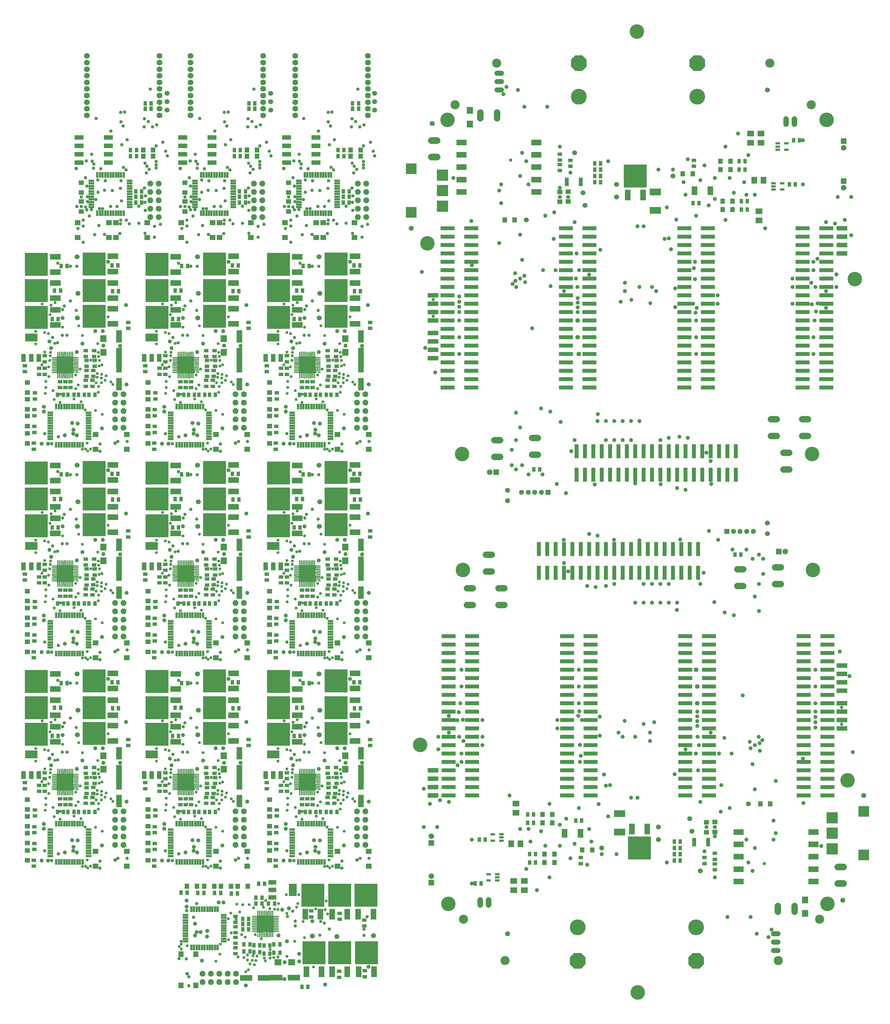
<source format=gts>
G75*
%MOIN*%
%OFA0B0*%
%FSLAX25Y25*%
%IPPOS*%
%LPD*%
%AMOC8*
5,1,8,0,0,1.08239X$1,22.5*
%
%ADD10C,0.05950*%
%ADD11R,0.03950X0.05524*%
%ADD12R,0.02769X0.06706*%
%ADD13R,0.06706X0.02769*%
%ADD14R,0.06312X0.05524*%
%ADD15R,0.05524X0.06312*%
%ADD16R,0.10800X0.05800*%
%ADD17C,0.06800*%
%ADD18R,0.06902X0.05918*%
%ADD19OC8,0.06800*%
%ADD20R,0.27178X0.27178*%
%ADD21R,0.12611X0.07099*%
%ADD22R,0.05524X0.03950*%
%ADD23R,0.07099X0.14580*%
%ADD24R,0.07493X0.07887*%
%ADD25R,0.05600X0.09600*%
%ADD26R,0.14973X0.09461*%
%ADD27C,0.01575*%
%ADD28R,0.02756X0.01575*%
%ADD29R,0.01575X0.02756*%
%ADD30R,0.20000X0.20000*%
%ADD31R,0.15800X0.15800*%
%ADD32C,0.01200*%
%ADD33R,0.06706X0.02572*%
%ADD34C,0.07850*%
%ADD35R,0.05950X0.05950*%
%ADD36C,0.18900*%
%ADD37OC8,0.18900*%
%ADD38R,0.07887X0.07099*%
%ADD39R,0.07099X0.07887*%
%ADD40R,0.04619X0.02020*%
%ADD41C,0.06737*%
%ADD42R,0.06737X0.06737*%
%ADD43C,0.07800*%
%ADD44C,0.06800*%
%ADD45R,0.13800X0.13800*%
%ADD46R,0.12611X0.12611*%
%ADD47R,0.13398X0.07887*%
%ADD48R,0.07099X0.12611*%
%ADD49R,0.05524X0.02965*%
%ADD50R,0.12296X0.06784*%
%ADD51R,0.17100X0.04700*%
%ADD52R,0.04700X0.17100*%
%ADD53C,0.05950*%
%ADD54C,0.10800*%
%ADD55R,0.12611X0.05721*%
%ADD56R,0.14580X0.07099*%
%ADD57R,0.07887X0.07493*%
%ADD58R,0.09600X0.05600*%
%ADD59R,0.09461X0.14973*%
%ADD60R,0.05918X0.06902*%
%ADD61C,0.04000*%
%ADD62C,0.03900*%
%ADD63C,0.04369*%
%ADD64C,0.03581*%
%ADD65C,0.04762*%
%ADD66C,0.04700*%
%ADD67C,0.17300*%
%ADD68C,0.05550*%
D10*
X0076867Y0336875D03*
X0077640Y0366165D03*
X0076554Y0409687D03*
X0220304Y0409687D03*
X0221390Y0366165D03*
X0220617Y0336875D03*
X0365617Y0336875D03*
X0366390Y0366165D03*
X0365304Y0409687D03*
X0365617Y0585625D03*
X0366390Y0614915D03*
X0365304Y0658438D03*
X0220304Y0658438D03*
X0221390Y0614915D03*
X0220617Y0585625D03*
X0076867Y0585625D03*
X0077640Y0614915D03*
X0076554Y0658438D03*
X0076867Y0834375D03*
X0077640Y0863665D03*
X0076554Y0907187D03*
X0220304Y0907187D03*
X0221390Y0863665D03*
X0220617Y0834375D03*
X0365617Y0834375D03*
X0366390Y0863665D03*
X0365304Y0907187D03*
X0475292Y0941200D03*
X0500292Y1066200D03*
X0431542Y1082200D03*
X0431542Y1092200D03*
X0431542Y1102200D03*
X0307792Y1102200D03*
X0307792Y1092200D03*
X0307792Y1082200D03*
X0184042Y1082200D03*
X0184042Y1092200D03*
X0184042Y1102200D03*
X0590292Y0628700D03*
X0590292Y0616200D03*
X0607044Y0626200D03*
X0614918Y0626200D03*
X0622792Y0626200D03*
X0630666Y0626200D03*
X0859918Y0579450D03*
X0867792Y0579450D03*
X0875666Y0579450D03*
X0883540Y0579450D03*
X0900292Y0576950D03*
X0900292Y0589450D03*
X1015292Y0264450D03*
X0990292Y0139450D03*
X0877792Y0254450D03*
X0807792Y0236950D03*
X0810292Y0221950D03*
X0770292Y0226950D03*
X0770292Y0211950D03*
X0820292Y0174450D03*
X0702792Y0201950D03*
X0590292Y0099450D03*
X0430279Y0097187D03*
X0386757Y0096102D03*
X0357467Y0096875D03*
X0612792Y0951200D03*
X0670292Y1031200D03*
X0680292Y0983700D03*
X0682792Y0968700D03*
X0720292Y0978700D03*
X0720292Y0993700D03*
X0787792Y1003700D03*
X0900292Y1106200D03*
D11*
X0931748Y1046200D03*
X0938835Y1046200D03*
X0933835Y0993700D03*
X0926748Y0993700D03*
X0876335Y0973700D03*
X0869248Y0973700D03*
X0869248Y0963700D03*
X0876335Y0963700D03*
X0873835Y1011200D03*
X0866748Y1011200D03*
X0866748Y1021200D03*
X0873835Y1021200D03*
X0818835Y0971200D03*
X0811748Y0971200D03*
X0701335Y0996200D03*
X0694248Y0996200D03*
X0694248Y1003700D03*
X0701335Y1003700D03*
X0701335Y1011200D03*
X0694248Y1011200D03*
X0694248Y1018700D03*
X0701335Y1018700D03*
X0412585Y1084075D03*
X0412585Y1090325D03*
X0405498Y1090325D03*
X0405498Y1084075D03*
X0395085Y1034700D03*
X0387998Y1034700D03*
X0387998Y1027200D03*
X0395085Y1027200D03*
X0394248Y0985325D03*
X0394248Y0979075D03*
X0401335Y0979075D03*
X0401335Y0985325D03*
X0401335Y0971887D03*
X0394248Y0971887D03*
X0406974Y0896979D03*
X0414060Y0896979D03*
X0414785Y0866250D03*
X0407698Y0866250D03*
X0353535Y0896250D03*
X0346448Y0896250D03*
X0345612Y0866930D03*
X0338525Y0866930D03*
X0335690Y0832938D03*
X0342777Y0832938D03*
X0269785Y0866250D03*
X0262698Y0866250D03*
X0261974Y0896979D03*
X0269060Y0896979D03*
X0208535Y0896250D03*
X0201448Y0896250D03*
X0200612Y0866930D03*
X0193525Y0866930D03*
X0190690Y0832938D03*
X0197777Y0832938D03*
X0126035Y0866250D03*
X0118948Y0866250D03*
X0118224Y0896979D03*
X0125310Y0896979D03*
X0064785Y0896250D03*
X0057698Y0896250D03*
X0056862Y0866930D03*
X0049775Y0866930D03*
X0046940Y0832938D03*
X0054027Y0832938D03*
X0053323Y0742500D03*
X0060410Y0742500D03*
X0065823Y0742500D03*
X0072910Y0742500D03*
X0078323Y0742500D03*
X0085410Y0742500D03*
X0090823Y0742500D03*
X0097910Y0742500D03*
X0118224Y0648229D03*
X0125310Y0648229D03*
X0126035Y0617500D03*
X0118948Y0617500D03*
X0064785Y0647500D03*
X0057698Y0647500D03*
X0056862Y0618180D03*
X0049775Y0618180D03*
X0046940Y0584188D03*
X0054027Y0584188D03*
X0053323Y0493750D03*
X0060410Y0493750D03*
X0065823Y0493750D03*
X0072910Y0493750D03*
X0078323Y0493750D03*
X0085410Y0493750D03*
X0090823Y0493750D03*
X0097910Y0493750D03*
X0118224Y0399479D03*
X0125310Y0399479D03*
X0126035Y0368750D03*
X0118948Y0368750D03*
X0064785Y0398750D03*
X0057698Y0398750D03*
X0056862Y0369430D03*
X0049775Y0369430D03*
X0046940Y0335438D03*
X0054027Y0335438D03*
X0053323Y0245000D03*
X0060410Y0245000D03*
X0065823Y0245000D03*
X0072910Y0245000D03*
X0078323Y0245000D03*
X0085410Y0245000D03*
X0090823Y0245000D03*
X0097910Y0245000D03*
X0197073Y0245000D03*
X0204160Y0245000D03*
X0209573Y0245000D03*
X0216660Y0245000D03*
X0222073Y0245000D03*
X0229160Y0245000D03*
X0234573Y0245000D03*
X0241660Y0245000D03*
X0293298Y0159375D03*
X0300385Y0159375D03*
X0297260Y0142500D03*
X0297260Y0135625D03*
X0290173Y0135625D03*
X0290173Y0142500D03*
X0305173Y0135625D03*
X0312260Y0135625D03*
X0281301Y0117371D03*
X0281301Y0111216D03*
X0281301Y0104904D03*
X0274214Y0104904D03*
X0274214Y0111216D03*
X0274214Y0117371D03*
X0275798Y0086875D03*
X0282885Y0086875D03*
X0287570Y0085810D03*
X0294657Y0085810D03*
X0299548Y0085755D03*
X0306635Y0085755D03*
X0311423Y0086875D03*
X0318510Y0086875D03*
X0318510Y0076875D03*
X0311423Y0076875D03*
X0306676Y0076007D03*
X0299590Y0076007D03*
X0294760Y0077717D03*
X0287673Y0077717D03*
X0282885Y0078750D03*
X0275798Y0078750D03*
X0267885Y0147500D03*
X0260798Y0147500D03*
X0247885Y0148125D03*
X0240798Y0148125D03*
X0227885Y0148125D03*
X0220798Y0148125D03*
X0207885Y0148750D03*
X0200798Y0148750D03*
X0342073Y0245000D03*
X0349160Y0245000D03*
X0354573Y0245000D03*
X0361660Y0245000D03*
X0367073Y0245000D03*
X0374160Y0245000D03*
X0379573Y0245000D03*
X0386660Y0245000D03*
X0342777Y0335438D03*
X0335690Y0335438D03*
X0338525Y0369430D03*
X0345612Y0369430D03*
X0346448Y0398750D03*
X0353535Y0398750D03*
X0406974Y0399479D03*
X0414060Y0399479D03*
X0414785Y0368750D03*
X0407698Y0368750D03*
X0386660Y0493750D03*
X0379573Y0493750D03*
X0374160Y0493750D03*
X0367073Y0493750D03*
X0361660Y0493750D03*
X0354573Y0493750D03*
X0349160Y0493750D03*
X0342073Y0493750D03*
X0342777Y0584188D03*
X0335690Y0584188D03*
X0338525Y0618180D03*
X0345612Y0618180D03*
X0346448Y0647500D03*
X0353535Y0647500D03*
X0406974Y0648229D03*
X0414060Y0648229D03*
X0414785Y0617500D03*
X0407698Y0617500D03*
X0386660Y0742500D03*
X0379573Y0742500D03*
X0374160Y0742500D03*
X0367073Y0742500D03*
X0361660Y0742500D03*
X0354573Y0742500D03*
X0349160Y0742500D03*
X0342073Y0742500D03*
X0269060Y0648229D03*
X0261974Y0648229D03*
X0262698Y0617500D03*
X0269785Y0617500D03*
X0208535Y0647500D03*
X0201448Y0647500D03*
X0200612Y0618180D03*
X0193525Y0618180D03*
X0190690Y0584188D03*
X0197777Y0584188D03*
X0197073Y0493750D03*
X0204160Y0493750D03*
X0209573Y0493750D03*
X0216660Y0493750D03*
X0222073Y0493750D03*
X0229160Y0493750D03*
X0234573Y0493750D03*
X0241660Y0493750D03*
X0261974Y0399479D03*
X0269060Y0399479D03*
X0269785Y0368750D03*
X0262698Y0368750D03*
X0208535Y0398750D03*
X0201448Y0398750D03*
X0200612Y0369430D03*
X0193525Y0369430D03*
X0190690Y0335438D03*
X0197777Y0335438D03*
X0344899Y0036108D03*
X0351986Y0036108D03*
X0551748Y0159450D03*
X0558835Y0159450D03*
X0556748Y0211950D03*
X0563835Y0211950D03*
X0614248Y0231950D03*
X0621335Y0231950D03*
X0621335Y0241950D03*
X0614248Y0241950D03*
X0616748Y0194450D03*
X0623835Y0194450D03*
X0623835Y0184450D03*
X0616748Y0184450D03*
X0671748Y0234450D03*
X0678835Y0234450D03*
X0789248Y0209450D03*
X0796335Y0209450D03*
X0796335Y0201950D03*
X0789248Y0201950D03*
X0789248Y0194450D03*
X0796335Y0194450D03*
X0796335Y0186950D03*
X0789248Y0186950D03*
X0861748Y0551950D03*
X0868835Y0551950D03*
X0628835Y0653700D03*
X0621748Y0653700D03*
X0277585Y0971887D03*
X0270498Y0971887D03*
X0270498Y0979075D03*
X0270498Y0985325D03*
X0277585Y0985325D03*
X0277585Y0979075D03*
X0271335Y1027200D03*
X0264248Y1027200D03*
X0264248Y1034700D03*
X0271335Y1034700D03*
X0281748Y1084075D03*
X0281748Y1090325D03*
X0288835Y1090325D03*
X0288835Y1084075D03*
X0165085Y1084075D03*
X0165085Y1090325D03*
X0157998Y1090325D03*
X0157998Y1084075D03*
X0147585Y1034700D03*
X0140498Y1034700D03*
X0140498Y1027200D03*
X0147585Y1027200D03*
X0146748Y0985325D03*
X0146748Y0979075D03*
X0153835Y0979075D03*
X0153835Y0985325D03*
X0153835Y0971887D03*
X0146748Y0971887D03*
X0197073Y0742500D03*
X0204160Y0742500D03*
X0209573Y0742500D03*
X0216660Y0742500D03*
X0222073Y0742500D03*
X0229160Y0742500D03*
X0234573Y0742500D03*
X0241660Y0742500D03*
D12*
X0226990Y0728460D03*
X0223840Y0728460D03*
X0220690Y0728460D03*
X0217541Y0728460D03*
X0214391Y0728460D03*
X0211242Y0728460D03*
X0208092Y0728460D03*
X0204942Y0728460D03*
X0201793Y0728460D03*
X0198643Y0728460D03*
X0195494Y0728460D03*
X0195494Y0682790D03*
X0198643Y0682790D03*
X0201793Y0682790D03*
X0204942Y0682790D03*
X0208092Y0682790D03*
X0211242Y0682790D03*
X0214391Y0682790D03*
X0217541Y0682790D03*
X0220690Y0682790D03*
X0223840Y0682790D03*
X0226990Y0682790D03*
X0340494Y0682790D03*
X0343643Y0682790D03*
X0346793Y0682790D03*
X0349942Y0682790D03*
X0353092Y0682790D03*
X0356242Y0682790D03*
X0359391Y0682790D03*
X0362541Y0682790D03*
X0365690Y0682790D03*
X0368840Y0682790D03*
X0371990Y0682790D03*
X0371990Y0728460D03*
X0368840Y0728460D03*
X0365690Y0728460D03*
X0362541Y0728460D03*
X0359391Y0728460D03*
X0356242Y0728460D03*
X0353092Y0728460D03*
X0349942Y0728460D03*
X0346793Y0728460D03*
X0343643Y0728460D03*
X0340494Y0728460D03*
X0348294Y0959365D03*
X0351443Y0959365D03*
X0354593Y0959365D03*
X0357742Y0959365D03*
X0360892Y0959365D03*
X0364042Y0959365D03*
X0367191Y0959365D03*
X0370341Y0959365D03*
X0373490Y0959365D03*
X0376640Y0959365D03*
X0379790Y0959365D03*
X0379790Y1005035D03*
X0376640Y1005035D03*
X0373490Y1005035D03*
X0370341Y1005035D03*
X0367191Y1005035D03*
X0364042Y1005035D03*
X0360892Y1005035D03*
X0357742Y1005035D03*
X0354593Y1005035D03*
X0351443Y1005035D03*
X0348294Y1005035D03*
X0256040Y1005035D03*
X0252890Y1005035D03*
X0249740Y1005035D03*
X0246591Y1005035D03*
X0243441Y1005035D03*
X0240292Y1005035D03*
X0237142Y1005035D03*
X0233992Y1005035D03*
X0230843Y1005035D03*
X0227693Y1005035D03*
X0224544Y1005035D03*
X0224544Y0959365D03*
X0227693Y0959365D03*
X0230843Y0959365D03*
X0233992Y0959365D03*
X0237142Y0959365D03*
X0240292Y0959365D03*
X0243441Y0959365D03*
X0246591Y0959365D03*
X0249740Y0959365D03*
X0252890Y0959365D03*
X0256040Y0959365D03*
X0132290Y0959365D03*
X0129140Y0959365D03*
X0125990Y0959365D03*
X0122841Y0959365D03*
X0119691Y0959365D03*
X0116542Y0959365D03*
X0113392Y0959365D03*
X0110242Y0959365D03*
X0107093Y0959365D03*
X0103943Y0959365D03*
X0100794Y0959365D03*
X0100794Y1005035D03*
X0103943Y1005035D03*
X0107093Y1005035D03*
X0110242Y1005035D03*
X0113392Y1005035D03*
X0116542Y1005035D03*
X0119691Y1005035D03*
X0122841Y1005035D03*
X0125990Y1005035D03*
X0129140Y1005035D03*
X0132290Y1005035D03*
X0083240Y0728460D03*
X0080090Y0728460D03*
X0076940Y0728460D03*
X0073791Y0728460D03*
X0070641Y0728460D03*
X0067492Y0728460D03*
X0064342Y0728460D03*
X0061192Y0728460D03*
X0058043Y0728460D03*
X0054893Y0728460D03*
X0051744Y0728460D03*
X0051744Y0682790D03*
X0054893Y0682790D03*
X0058043Y0682790D03*
X0061192Y0682790D03*
X0064342Y0682790D03*
X0067492Y0682790D03*
X0070641Y0682790D03*
X0073791Y0682790D03*
X0076940Y0682790D03*
X0080090Y0682790D03*
X0083240Y0682790D03*
X0083240Y0479710D03*
X0080090Y0479710D03*
X0076940Y0479710D03*
X0073791Y0479710D03*
X0070641Y0479710D03*
X0067492Y0479710D03*
X0064342Y0479710D03*
X0061192Y0479710D03*
X0058043Y0479710D03*
X0054893Y0479710D03*
X0051744Y0479710D03*
X0051744Y0434040D03*
X0054893Y0434040D03*
X0058043Y0434040D03*
X0061192Y0434040D03*
X0064342Y0434040D03*
X0067492Y0434040D03*
X0070641Y0434040D03*
X0073791Y0434040D03*
X0076940Y0434040D03*
X0080090Y0434040D03*
X0083240Y0434040D03*
X0195494Y0434040D03*
X0198643Y0434040D03*
X0201793Y0434040D03*
X0204942Y0434040D03*
X0208092Y0434040D03*
X0211242Y0434040D03*
X0214391Y0434040D03*
X0217541Y0434040D03*
X0220690Y0434040D03*
X0223840Y0434040D03*
X0226990Y0434040D03*
X0226990Y0479710D03*
X0223840Y0479710D03*
X0220690Y0479710D03*
X0217541Y0479710D03*
X0214391Y0479710D03*
X0211242Y0479710D03*
X0208092Y0479710D03*
X0204942Y0479710D03*
X0201793Y0479710D03*
X0198643Y0479710D03*
X0195494Y0479710D03*
X0340494Y0479710D03*
X0343643Y0479710D03*
X0346793Y0479710D03*
X0349942Y0479710D03*
X0353092Y0479710D03*
X0356242Y0479710D03*
X0359391Y0479710D03*
X0362541Y0479710D03*
X0365690Y0479710D03*
X0368840Y0479710D03*
X0371990Y0479710D03*
X0371990Y0434040D03*
X0368840Y0434040D03*
X0365690Y0434040D03*
X0362541Y0434040D03*
X0359391Y0434040D03*
X0356242Y0434040D03*
X0353092Y0434040D03*
X0349942Y0434040D03*
X0346793Y0434040D03*
X0343643Y0434040D03*
X0340494Y0434040D03*
X0340494Y0230960D03*
X0343643Y0230960D03*
X0346793Y0230960D03*
X0349942Y0230960D03*
X0353092Y0230960D03*
X0356242Y0230960D03*
X0359391Y0230960D03*
X0362541Y0230960D03*
X0365690Y0230960D03*
X0368840Y0230960D03*
X0371990Y0230960D03*
X0371990Y0185290D03*
X0368840Y0185290D03*
X0365690Y0185290D03*
X0362541Y0185290D03*
X0359391Y0185290D03*
X0356242Y0185290D03*
X0353092Y0185290D03*
X0349942Y0185290D03*
X0346793Y0185290D03*
X0343643Y0185290D03*
X0340494Y0185290D03*
X0244465Y0129085D03*
X0241315Y0129085D03*
X0238165Y0129085D03*
X0235016Y0129085D03*
X0231866Y0129085D03*
X0228717Y0129085D03*
X0225567Y0129085D03*
X0222417Y0129085D03*
X0219268Y0129085D03*
X0216118Y0129085D03*
X0212969Y0129085D03*
X0212969Y0083415D03*
X0216118Y0083415D03*
X0219268Y0083415D03*
X0222417Y0083415D03*
X0225567Y0083415D03*
X0228717Y0083415D03*
X0231866Y0083415D03*
X0235016Y0083415D03*
X0238165Y0083415D03*
X0241315Y0083415D03*
X0244465Y0083415D03*
X0226990Y0185290D03*
X0223840Y0185290D03*
X0220690Y0185290D03*
X0217541Y0185290D03*
X0214391Y0185290D03*
X0211242Y0185290D03*
X0208092Y0185290D03*
X0204942Y0185290D03*
X0201793Y0185290D03*
X0198643Y0185290D03*
X0195494Y0185290D03*
X0195494Y0230960D03*
X0198643Y0230960D03*
X0201793Y0230960D03*
X0204942Y0230960D03*
X0208092Y0230960D03*
X0211242Y0230960D03*
X0214391Y0230960D03*
X0217541Y0230960D03*
X0220690Y0230960D03*
X0223840Y0230960D03*
X0226990Y0230960D03*
X0083240Y0230960D03*
X0080090Y0230960D03*
X0076940Y0230960D03*
X0073791Y0230960D03*
X0070641Y0230960D03*
X0067492Y0230960D03*
X0064342Y0230960D03*
X0061192Y0230960D03*
X0058043Y0230960D03*
X0054893Y0230960D03*
X0051744Y0230960D03*
X0051744Y0185290D03*
X0054893Y0185290D03*
X0058043Y0185290D03*
X0061192Y0185290D03*
X0064342Y0185290D03*
X0067492Y0185290D03*
X0070641Y0185290D03*
X0073791Y0185290D03*
X0076940Y0185290D03*
X0080090Y0185290D03*
X0083240Y0185290D03*
D13*
X0090326Y0192377D03*
X0090326Y0195527D03*
X0090326Y0198676D03*
X0090326Y0201826D03*
X0090326Y0204975D03*
X0090326Y0208125D03*
X0090326Y0211275D03*
X0090326Y0214424D03*
X0090326Y0217574D03*
X0090326Y0220723D03*
X0090326Y0223873D03*
X0044657Y0223873D03*
X0044657Y0220723D03*
X0044657Y0217574D03*
X0044657Y0214424D03*
X0044657Y0211275D03*
X0044657Y0208125D03*
X0044657Y0204975D03*
X0044657Y0201826D03*
X0044657Y0198676D03*
X0044657Y0195527D03*
X0044657Y0192377D03*
X0188407Y0192377D03*
X0188407Y0195527D03*
X0188407Y0198676D03*
X0188407Y0201826D03*
X0188407Y0204975D03*
X0188407Y0208125D03*
X0188407Y0211275D03*
X0188407Y0214424D03*
X0188407Y0217574D03*
X0188407Y0220723D03*
X0188407Y0223873D03*
X0234076Y0223873D03*
X0234076Y0220723D03*
X0234076Y0217574D03*
X0234076Y0214424D03*
X0234076Y0211275D03*
X0234076Y0208125D03*
X0234076Y0204975D03*
X0234076Y0201826D03*
X0234076Y0198676D03*
X0234076Y0195527D03*
X0234076Y0192377D03*
X0251551Y0121998D03*
X0251551Y0118848D03*
X0251551Y0115699D03*
X0251551Y0112549D03*
X0251551Y0109400D03*
X0251551Y0106250D03*
X0251551Y0103100D03*
X0251551Y0099951D03*
X0251551Y0096801D03*
X0251551Y0093652D03*
X0251551Y0090502D03*
X0205882Y0090502D03*
X0205882Y0093652D03*
X0205882Y0096801D03*
X0205882Y0099951D03*
X0205882Y0103100D03*
X0205882Y0106250D03*
X0205882Y0109400D03*
X0205882Y0112549D03*
X0205882Y0115699D03*
X0205882Y0118848D03*
X0205882Y0121998D03*
X0333407Y0192377D03*
X0333407Y0195527D03*
X0333407Y0198676D03*
X0333407Y0201826D03*
X0333407Y0204975D03*
X0333407Y0208125D03*
X0333407Y0211275D03*
X0333407Y0214424D03*
X0333407Y0217574D03*
X0333407Y0220723D03*
X0333407Y0223873D03*
X0379076Y0223873D03*
X0379076Y0220723D03*
X0379076Y0217574D03*
X0379076Y0214424D03*
X0379076Y0211275D03*
X0379076Y0208125D03*
X0379076Y0204975D03*
X0379076Y0201826D03*
X0379076Y0198676D03*
X0379076Y0195527D03*
X0379076Y0192377D03*
X0379076Y0441127D03*
X0379076Y0444277D03*
X0379076Y0447426D03*
X0379076Y0450576D03*
X0379076Y0453725D03*
X0379076Y0456875D03*
X0379076Y0460025D03*
X0379076Y0463174D03*
X0379076Y0466324D03*
X0379076Y0469473D03*
X0379076Y0472623D03*
X0333407Y0472623D03*
X0333407Y0469473D03*
X0333407Y0466324D03*
X0333407Y0463174D03*
X0333407Y0460025D03*
X0333407Y0456875D03*
X0333407Y0453725D03*
X0333407Y0450576D03*
X0333407Y0447426D03*
X0333407Y0444277D03*
X0333407Y0441127D03*
X0234076Y0441127D03*
X0234076Y0444277D03*
X0234076Y0447426D03*
X0234076Y0450576D03*
X0234076Y0453725D03*
X0234076Y0456875D03*
X0234076Y0460025D03*
X0234076Y0463174D03*
X0234076Y0466324D03*
X0234076Y0469473D03*
X0234076Y0472623D03*
X0188407Y0472623D03*
X0188407Y0469473D03*
X0188407Y0466324D03*
X0188407Y0463174D03*
X0188407Y0460025D03*
X0188407Y0456875D03*
X0188407Y0453725D03*
X0188407Y0450576D03*
X0188407Y0447426D03*
X0188407Y0444277D03*
X0188407Y0441127D03*
X0090326Y0441127D03*
X0090326Y0444277D03*
X0090326Y0447426D03*
X0090326Y0450576D03*
X0090326Y0453725D03*
X0090326Y0456875D03*
X0090326Y0460025D03*
X0090326Y0463174D03*
X0090326Y0466324D03*
X0090326Y0469473D03*
X0090326Y0472623D03*
X0044657Y0472623D03*
X0044657Y0469473D03*
X0044657Y0466324D03*
X0044657Y0463174D03*
X0044657Y0460025D03*
X0044657Y0456875D03*
X0044657Y0453725D03*
X0044657Y0450576D03*
X0044657Y0447426D03*
X0044657Y0444277D03*
X0044657Y0441127D03*
X0044657Y0689877D03*
X0044657Y0693027D03*
X0044657Y0696176D03*
X0044657Y0699326D03*
X0044657Y0702475D03*
X0044657Y0705625D03*
X0044657Y0708775D03*
X0044657Y0711924D03*
X0044657Y0715074D03*
X0044657Y0718223D03*
X0044657Y0721373D03*
X0090326Y0721373D03*
X0090326Y0718223D03*
X0090326Y0715074D03*
X0090326Y0711924D03*
X0090326Y0708775D03*
X0090326Y0705625D03*
X0090326Y0702475D03*
X0090326Y0699326D03*
X0090326Y0696176D03*
X0090326Y0693027D03*
X0090326Y0689877D03*
X0188407Y0689877D03*
X0188407Y0693027D03*
X0188407Y0696176D03*
X0188407Y0699326D03*
X0188407Y0702475D03*
X0188407Y0705625D03*
X0188407Y0708775D03*
X0188407Y0711924D03*
X0188407Y0715074D03*
X0188407Y0718223D03*
X0188407Y0721373D03*
X0234076Y0721373D03*
X0234076Y0718223D03*
X0234076Y0715074D03*
X0234076Y0711924D03*
X0234076Y0708775D03*
X0234076Y0705625D03*
X0234076Y0702475D03*
X0234076Y0699326D03*
X0234076Y0696176D03*
X0234076Y0693027D03*
X0234076Y0689877D03*
X0333407Y0689877D03*
X0333407Y0693027D03*
X0333407Y0696176D03*
X0333407Y0699326D03*
X0333407Y0702475D03*
X0333407Y0705625D03*
X0333407Y0708775D03*
X0333407Y0711924D03*
X0333407Y0715074D03*
X0333407Y0718223D03*
X0333407Y0721373D03*
X0379076Y0721373D03*
X0379076Y0718223D03*
X0379076Y0715074D03*
X0379076Y0711924D03*
X0379076Y0708775D03*
X0379076Y0705625D03*
X0379076Y0702475D03*
X0379076Y0699326D03*
X0379076Y0696176D03*
X0379076Y0693027D03*
X0379076Y0689877D03*
X0386876Y0966452D03*
X0386876Y0969602D03*
X0386876Y0972751D03*
X0386876Y0975901D03*
X0386876Y0979050D03*
X0386876Y0982200D03*
X0386876Y0985350D03*
X0386876Y0988499D03*
X0386876Y0991649D03*
X0386876Y0994798D03*
X0386876Y0997948D03*
X0341207Y0997948D03*
X0341207Y0994798D03*
X0341207Y0991649D03*
X0341207Y0988499D03*
X0341207Y0985350D03*
X0341207Y0982200D03*
X0341207Y0979050D03*
X0341207Y0975901D03*
X0341207Y0972751D03*
X0341207Y0969602D03*
X0341207Y0966452D03*
X0263126Y0966452D03*
X0263126Y0969602D03*
X0263126Y0972751D03*
X0263126Y0975901D03*
X0263126Y0979050D03*
X0263126Y0982200D03*
X0263126Y0985350D03*
X0263126Y0988499D03*
X0263126Y0991649D03*
X0263126Y0994798D03*
X0263126Y0997948D03*
X0217457Y0997948D03*
X0217457Y0994798D03*
X0217457Y0991649D03*
X0217457Y0988499D03*
X0217457Y0985350D03*
X0217457Y0982200D03*
X0217457Y0979050D03*
X0217457Y0975901D03*
X0217457Y0972751D03*
X0217457Y0969602D03*
X0217457Y0966452D03*
X0139376Y0966452D03*
X0139376Y0969602D03*
X0139376Y0972751D03*
X0139376Y0975901D03*
X0139376Y0979050D03*
X0139376Y0982200D03*
X0139376Y0985350D03*
X0139376Y0988499D03*
X0139376Y0991649D03*
X0139376Y0994798D03*
X0139376Y0997948D03*
X0093707Y0997948D03*
X0093707Y0994798D03*
X0093707Y0991649D03*
X0093707Y0988499D03*
X0093707Y0985350D03*
X0093707Y0982200D03*
X0093707Y0979050D03*
X0093707Y0975901D03*
X0093707Y0972751D03*
X0093707Y0969602D03*
X0093707Y0966452D03*
D14*
X0081542Y0961294D03*
X0081542Y0973106D03*
X0081542Y0983794D03*
X0081542Y0995606D03*
X0205292Y0995606D03*
X0205292Y0983794D03*
X0205292Y0973106D03*
X0205292Y0961294D03*
X0329042Y0961294D03*
X0329042Y0973106D03*
X0329042Y0983794D03*
X0329042Y0995606D03*
X0306242Y0757156D03*
X0306242Y0745344D03*
X0306242Y0737156D03*
X0306242Y0725344D03*
X0306242Y0717156D03*
X0306242Y0705344D03*
X0306242Y0696531D03*
X0306242Y0684719D03*
X0161242Y0684719D03*
X0161242Y0696531D03*
X0161242Y0705344D03*
X0161242Y0717156D03*
X0161242Y0725344D03*
X0161242Y0737156D03*
X0161242Y0745344D03*
X0161242Y0757156D03*
X0017492Y0757156D03*
X0017492Y0745344D03*
X0017492Y0737156D03*
X0017492Y0725344D03*
X0017492Y0717156D03*
X0017492Y0705344D03*
X0017492Y0696531D03*
X0017492Y0684719D03*
X0017492Y0508406D03*
X0017492Y0496594D03*
X0017492Y0488406D03*
X0017492Y0476594D03*
X0017492Y0468406D03*
X0017492Y0456594D03*
X0017492Y0447781D03*
X0017492Y0435969D03*
X0161242Y0435969D03*
X0161242Y0447781D03*
X0161242Y0456594D03*
X0161242Y0468406D03*
X0161242Y0476594D03*
X0161242Y0488406D03*
X0161242Y0496594D03*
X0161242Y0508406D03*
X0306242Y0508406D03*
X0306242Y0496594D03*
X0306242Y0488406D03*
X0306242Y0476594D03*
X0306242Y0468406D03*
X0306242Y0456594D03*
X0306242Y0447781D03*
X0306242Y0435969D03*
X0306242Y0259656D03*
X0306242Y0247844D03*
X0306242Y0239656D03*
X0306242Y0227844D03*
X0306242Y0219656D03*
X0306242Y0207844D03*
X0306242Y0199031D03*
X0306242Y0187219D03*
X0161242Y0187219D03*
X0161242Y0199031D03*
X0161242Y0207844D03*
X0161242Y0219656D03*
X0161242Y0227844D03*
X0161242Y0239656D03*
X0161242Y0247844D03*
X0161242Y0259656D03*
X0017492Y0259656D03*
X0017492Y0247844D03*
X0017492Y0239656D03*
X0017492Y0227844D03*
X0017492Y0219656D03*
X0017492Y0207844D03*
X0017492Y0199031D03*
X0017492Y0187219D03*
X0652792Y0972794D03*
X0662792Y0973107D03*
X0662792Y0984918D03*
X0652792Y0984606D03*
X0827792Y0232543D03*
X0837792Y0232856D03*
X0837792Y0221044D03*
X0827792Y0220732D03*
D15*
X0891886Y0254450D03*
X0903697Y0254450D03*
X0691197Y0199450D03*
X0679386Y0199450D03*
X0646197Y0194450D03*
X0646197Y0184450D03*
X0634386Y0184450D03*
X0634386Y0194450D03*
X0631886Y0231950D03*
X0631886Y0241950D03*
X0643697Y0241950D03*
X0643697Y0231950D03*
X0280247Y0156250D03*
X0268436Y0156250D03*
X0260247Y0156250D03*
X0248436Y0156250D03*
X0240247Y0156250D03*
X0228436Y0156250D03*
X0219622Y0156250D03*
X0207811Y0156250D03*
X0586886Y0951200D03*
X0598697Y0951200D03*
X0414947Y1027200D03*
X0414947Y1034700D03*
X0403136Y1034700D03*
X0403136Y1027200D03*
X0291197Y1027200D03*
X0291197Y1034700D03*
X0279386Y1034700D03*
X0279386Y1027200D03*
X0167447Y1027200D03*
X0167447Y1034700D03*
X0155636Y1034700D03*
X0155636Y1027200D03*
X0799386Y1006200D03*
X0811197Y1006200D03*
X0844386Y1011200D03*
X0844386Y1021200D03*
X0856197Y1021200D03*
X0856197Y1011200D03*
X0858697Y0973700D03*
X0858697Y0963700D03*
X0846886Y0963700D03*
X0846886Y0973700D03*
D16*
X0361542Y1019700D03*
X0361542Y1029700D03*
X0361542Y1039700D03*
X0361542Y1049700D03*
X0326542Y1049700D03*
X0326542Y1039700D03*
X0326542Y1029700D03*
X0326542Y1019700D03*
X0237792Y1019700D03*
X0237792Y1029700D03*
X0237792Y1039700D03*
X0237792Y1049700D03*
X0202792Y1049700D03*
X0202792Y1039700D03*
X0202792Y1029700D03*
X0202792Y1019700D03*
X0114042Y1019700D03*
X0114042Y1029700D03*
X0114042Y1039700D03*
X0114042Y1049700D03*
X0079042Y1049700D03*
X0079042Y1039700D03*
X0079042Y1029700D03*
X0079042Y1019700D03*
D17*
X0088235Y1075960D03*
X0088235Y1083834D03*
X0088235Y1091708D03*
X0088235Y1099582D03*
X0088235Y1107456D03*
X0088235Y1115330D03*
X0088235Y1123204D03*
X0088235Y1131078D03*
X0088235Y1138952D03*
X0088235Y1146826D03*
X0174849Y1146826D03*
X0174849Y1138952D03*
X0174849Y1131078D03*
X0174849Y1123204D03*
X0174849Y1115330D03*
X0174849Y1107456D03*
X0174849Y1099582D03*
X0174849Y1091708D03*
X0174849Y1083834D03*
X0174849Y1075960D03*
X0211985Y1075960D03*
X0211985Y1083834D03*
X0211985Y1091708D03*
X0211985Y1099582D03*
X0211985Y1107456D03*
X0211985Y1115330D03*
X0211985Y1123204D03*
X0211985Y1131078D03*
X0211985Y1138952D03*
X0211985Y1146826D03*
X0298599Y1146826D03*
X0298599Y1138952D03*
X0298599Y1131078D03*
X0298599Y1123204D03*
X0298599Y1115330D03*
X0298599Y1107456D03*
X0298599Y1099582D03*
X0298599Y1091708D03*
X0298599Y1083834D03*
X0298599Y1075960D03*
X0336985Y1075960D03*
X0336985Y1083834D03*
X0336985Y1091708D03*
X0336985Y1099582D03*
X0336985Y1107456D03*
X0336985Y1115330D03*
X0336985Y1123204D03*
X0336985Y1131078D03*
X0336985Y1138952D03*
X0336985Y1146826D03*
X0423599Y1146826D03*
X0423599Y1138952D03*
X0423599Y1131078D03*
X0423599Y1123204D03*
X0423599Y1115330D03*
X0423599Y1107456D03*
X0423599Y1099582D03*
X0423599Y1091708D03*
X0423599Y1083834D03*
X0423599Y1075960D03*
D18*
X0407837Y0948058D03*
X0407837Y0930342D03*
X0370435Y0930342D03*
X0362117Y0930342D03*
X0362117Y0948058D03*
X0370435Y0948058D03*
X0324716Y0948058D03*
X0324716Y0930342D03*
X0284087Y0930342D03*
X0284087Y0948058D03*
X0246685Y0948058D03*
X0238367Y0948058D03*
X0238367Y0930342D03*
X0246685Y0930342D03*
X0200966Y0930342D03*
X0200966Y0948058D03*
X0160337Y0948058D03*
X0160337Y0930342D03*
X0122935Y0930342D03*
X0114617Y0930342D03*
X0114617Y0948058D03*
X0122935Y0948058D03*
X0077216Y0948058D03*
X0077216Y0930342D03*
X0098535Y0695340D03*
X0098535Y0677623D03*
X0135937Y0677623D03*
X0135937Y0695340D03*
X0242285Y0695340D03*
X0242285Y0677623D03*
X0279687Y0677623D03*
X0279687Y0695340D03*
X0387285Y0695340D03*
X0387285Y0677623D03*
X0424687Y0677623D03*
X0424687Y0695340D03*
X0424687Y0446590D03*
X0424687Y0428873D03*
X0387285Y0428873D03*
X0387285Y0446590D03*
X0279687Y0446590D03*
X0279687Y0428873D03*
X0242285Y0428873D03*
X0242285Y0446590D03*
X0135937Y0446590D03*
X0135937Y0428873D03*
X0098535Y0428873D03*
X0098535Y0446590D03*
X0098535Y0197840D03*
X0098535Y0180123D03*
X0135937Y0180123D03*
X0135937Y0197840D03*
X0242285Y0197840D03*
X0242285Y0180123D03*
X0279687Y0180123D03*
X0279687Y0197840D03*
X0387285Y0197840D03*
X0387285Y0180123D03*
X0424687Y0180123D03*
X0424687Y0197840D03*
D19*
X0420617Y0205625D03*
X0420617Y0215625D03*
X0420617Y0225625D03*
X0420617Y0235625D03*
X0420617Y0245625D03*
X0410617Y0245625D03*
X0410617Y0235625D03*
X0410617Y0225625D03*
X0410617Y0215625D03*
X0410617Y0205625D03*
X0275617Y0205625D03*
X0275617Y0215625D03*
X0275617Y0225625D03*
X0275617Y0235625D03*
X0275617Y0245625D03*
X0265617Y0245625D03*
X0265617Y0235625D03*
X0265617Y0225625D03*
X0265617Y0215625D03*
X0265617Y0205625D03*
X0131867Y0205625D03*
X0131867Y0215625D03*
X0131867Y0225625D03*
X0131867Y0235625D03*
X0131867Y0245625D03*
X0121867Y0245625D03*
X0121867Y0235625D03*
X0121867Y0225625D03*
X0121867Y0215625D03*
X0121867Y0205625D03*
X0226217Y0051875D03*
X0236217Y0051875D03*
X0246217Y0051875D03*
X0256217Y0051875D03*
X0266217Y0051875D03*
X0266217Y0041875D03*
X0256217Y0041875D03*
X0246217Y0041875D03*
X0236217Y0041875D03*
X0226217Y0041875D03*
X0265617Y0454375D03*
X0275617Y0454375D03*
X0275617Y0464375D03*
X0275617Y0474375D03*
X0275617Y0484375D03*
X0275617Y0494375D03*
X0265617Y0494375D03*
X0265617Y0484375D03*
X0265617Y0474375D03*
X0265617Y0464375D03*
X0131867Y0464375D03*
X0131867Y0454375D03*
X0121867Y0454375D03*
X0121867Y0464375D03*
X0121867Y0474375D03*
X0131867Y0474375D03*
X0131867Y0484375D03*
X0131867Y0494375D03*
X0121867Y0494375D03*
X0121867Y0484375D03*
X0121867Y0703125D03*
X0131867Y0703125D03*
X0131867Y0713125D03*
X0131867Y0723125D03*
X0131867Y0733125D03*
X0131867Y0743125D03*
X0121867Y0743125D03*
X0121867Y0733125D03*
X0121867Y0723125D03*
X0121867Y0713125D03*
X0265617Y0713125D03*
X0275617Y0713125D03*
X0275617Y0703125D03*
X0265617Y0703125D03*
X0265617Y0723125D03*
X0275617Y0723125D03*
X0275617Y0733125D03*
X0275617Y0743125D03*
X0265617Y0743125D03*
X0265617Y0733125D03*
X0410617Y0733125D03*
X0420617Y0733125D03*
X0420617Y0743125D03*
X0410617Y0743125D03*
X0410617Y0723125D03*
X0420617Y0723125D03*
X0420617Y0713125D03*
X0420617Y0703125D03*
X0410617Y0703125D03*
X0410617Y0713125D03*
X0410617Y0494375D03*
X0420617Y0494375D03*
X0420617Y0484375D03*
X0420617Y0474375D03*
X0420617Y0464375D03*
X0420617Y0454375D03*
X0410617Y0454375D03*
X0410617Y0464375D03*
X0410617Y0474375D03*
X0410617Y0484375D03*
X0411542Y0954700D03*
X0421542Y0954700D03*
X0421542Y0964700D03*
X0421542Y0974700D03*
X0421542Y0984700D03*
X0421542Y0994700D03*
X0411542Y0994700D03*
X0411542Y0984700D03*
X0411542Y0974700D03*
X0411542Y0964700D03*
X0297792Y0964700D03*
X0297792Y0954700D03*
X0287792Y0954700D03*
X0287792Y0964700D03*
X0287792Y0974700D03*
X0297792Y0974700D03*
X0297792Y0984700D03*
X0297792Y0994700D03*
X0287792Y0994700D03*
X0287792Y0984700D03*
X0174042Y0984700D03*
X0174042Y0994700D03*
X0164042Y0994700D03*
X0164042Y0984700D03*
X0164042Y0974700D03*
X0174042Y0974700D03*
X0174042Y0964700D03*
X0174042Y0954700D03*
X0164042Y0954700D03*
X0164042Y0964700D03*
D20*
X0171867Y0898125D03*
X0171867Y0866875D03*
X0171867Y0835000D03*
X0240617Y0836250D03*
X0240617Y0866875D03*
X0240617Y0898750D03*
X0316867Y0898125D03*
X0316867Y0866875D03*
X0316867Y0835000D03*
X0385617Y0836250D03*
X0385617Y0866875D03*
X0385617Y0898750D03*
X0385617Y0650000D03*
X0385617Y0618125D03*
X0385617Y0587500D03*
X0316867Y0586250D03*
X0316867Y0618125D03*
X0316867Y0649375D03*
X0240617Y0650000D03*
X0240617Y0618125D03*
X0240617Y0587500D03*
X0171867Y0586250D03*
X0171867Y0618125D03*
X0171867Y0649375D03*
X0096867Y0650000D03*
X0096867Y0618125D03*
X0096867Y0587500D03*
X0028117Y0586250D03*
X0028117Y0618125D03*
X0028117Y0649375D03*
X0028117Y0835000D03*
X0028117Y0866875D03*
X0028117Y0898125D03*
X0096867Y0898750D03*
X0096867Y0866875D03*
X0096867Y0836250D03*
X0096867Y0401250D03*
X0096867Y0369375D03*
X0096867Y0338750D03*
X0028117Y0337500D03*
X0028117Y0369375D03*
X0028117Y0400625D03*
X0171867Y0400625D03*
X0171867Y0369375D03*
X0171867Y0337500D03*
X0240617Y0338750D03*
X0240617Y0369375D03*
X0240617Y0401250D03*
X0316867Y0400625D03*
X0316867Y0369375D03*
X0316867Y0337500D03*
X0385617Y0338750D03*
X0385617Y0369375D03*
X0385617Y0401250D03*
X0389967Y0145625D03*
X0421217Y0145625D03*
X0358092Y0145625D03*
X0359342Y0076875D03*
X0389967Y0076875D03*
X0421842Y0076875D03*
X0747792Y0201950D03*
X0742792Y1003700D03*
D21*
X0408254Y0907805D03*
X0408254Y0889695D03*
X0408254Y0875930D03*
X0408254Y0857820D03*
X0408254Y0845305D03*
X0408254Y0827195D03*
X0339504Y0825945D03*
X0339504Y0844055D03*
X0339504Y0857820D03*
X0339504Y0875930D03*
X0339504Y0889070D03*
X0339504Y0907180D03*
X0263254Y0907805D03*
X0263254Y0889695D03*
X0263254Y0875930D03*
X0263254Y0857820D03*
X0263254Y0845305D03*
X0263254Y0827195D03*
X0194504Y0825945D03*
X0194504Y0844055D03*
X0194504Y0857820D03*
X0194504Y0875930D03*
X0194504Y0889070D03*
X0194504Y0907180D03*
X0119504Y0907805D03*
X0119504Y0889695D03*
X0119504Y0875930D03*
X0119504Y0857820D03*
X0119504Y0845305D03*
X0119504Y0827195D03*
X0050754Y0825945D03*
X0050754Y0844055D03*
X0050754Y0857820D03*
X0050754Y0875930D03*
X0050754Y0889070D03*
X0050754Y0907180D03*
X0050754Y0658430D03*
X0050754Y0640320D03*
X0050754Y0627180D03*
X0050754Y0609070D03*
X0050754Y0595305D03*
X0050754Y0577195D03*
X0119504Y0578445D03*
X0119504Y0596555D03*
X0119504Y0609070D03*
X0119504Y0627180D03*
X0119504Y0640945D03*
X0119504Y0659055D03*
X0194504Y0658430D03*
X0194504Y0640320D03*
X0194504Y0627180D03*
X0194504Y0609070D03*
X0194504Y0595305D03*
X0194504Y0577195D03*
X0263254Y0578445D03*
X0263254Y0596555D03*
X0263254Y0609070D03*
X0263254Y0627180D03*
X0263254Y0640945D03*
X0263254Y0659055D03*
X0339504Y0658430D03*
X0339504Y0640320D03*
X0339504Y0627180D03*
X0339504Y0609070D03*
X0339504Y0595305D03*
X0339504Y0577195D03*
X0408254Y0578445D03*
X0408254Y0596555D03*
X0408254Y0609070D03*
X0408254Y0627180D03*
X0408254Y0640945D03*
X0408254Y0659055D03*
X0408254Y0410305D03*
X0408254Y0392195D03*
X0408254Y0378430D03*
X0408254Y0360320D03*
X0408254Y0347805D03*
X0408254Y0329695D03*
X0339504Y0328445D03*
X0339504Y0346555D03*
X0339504Y0360320D03*
X0339504Y0378430D03*
X0339504Y0391570D03*
X0339504Y0409680D03*
X0263254Y0410305D03*
X0263254Y0392195D03*
X0263254Y0378430D03*
X0263254Y0360320D03*
X0263254Y0347805D03*
X0263254Y0329695D03*
X0194504Y0328445D03*
X0194504Y0346555D03*
X0194504Y0360320D03*
X0194504Y0378430D03*
X0194504Y0391570D03*
X0194504Y0409680D03*
X0119504Y0410305D03*
X0119504Y0392195D03*
X0119504Y0378430D03*
X0119504Y0360320D03*
X0119504Y0347805D03*
X0119504Y0329695D03*
X0050754Y0328445D03*
X0050754Y0346555D03*
X0050754Y0360320D03*
X0050754Y0378430D03*
X0050754Y0391570D03*
X0050754Y0409680D03*
D22*
X0024992Y0428957D03*
X0024992Y0436043D03*
X0025617Y0448957D03*
X0025617Y0456043D03*
X0025617Y0468957D03*
X0025617Y0476043D03*
X0026242Y0488957D03*
X0026242Y0496043D03*
X0031242Y0518332D03*
X0038117Y0518332D03*
X0038117Y0525418D03*
X0031242Y0525418D03*
X0038117Y0533332D03*
X0038117Y0540418D03*
X0014367Y0528543D03*
X0014367Y0521457D03*
X0056371Y0509459D03*
X0062526Y0509459D03*
X0068837Y0509459D03*
X0068837Y0502372D03*
X0062526Y0502372D03*
X0056371Y0502372D03*
X0086867Y0503957D03*
X0086867Y0511043D03*
X0087932Y0515728D03*
X0087932Y0522815D03*
X0087987Y0527707D03*
X0087987Y0534793D03*
X0086867Y0539582D03*
X0086867Y0546668D03*
X0096867Y0546668D03*
X0096867Y0539582D03*
X0097735Y0534835D03*
X0097735Y0527748D03*
X0096025Y0522918D03*
X0096025Y0515832D03*
X0094992Y0511043D03*
X0094992Y0503957D03*
X0137634Y0573058D03*
X0137634Y0580144D03*
X0158117Y0528543D03*
X0158117Y0521457D03*
X0174992Y0518332D03*
X0181867Y0518332D03*
X0181867Y0525418D03*
X0174992Y0525418D03*
X0181867Y0533332D03*
X0181867Y0540418D03*
X0200121Y0509459D03*
X0206276Y0509459D03*
X0212587Y0509459D03*
X0212587Y0502372D03*
X0206276Y0502372D03*
X0200121Y0502372D03*
X0230617Y0503957D03*
X0230617Y0511043D03*
X0231682Y0515728D03*
X0231682Y0522815D03*
X0231737Y0527707D03*
X0231737Y0534793D03*
X0230617Y0539582D03*
X0230617Y0546668D03*
X0240617Y0546668D03*
X0240617Y0539582D03*
X0241485Y0534835D03*
X0241485Y0527748D03*
X0239775Y0522918D03*
X0239775Y0515832D03*
X0238742Y0511043D03*
X0238742Y0503957D03*
X0281384Y0573058D03*
X0281384Y0580144D03*
X0303117Y0528543D03*
X0303117Y0521457D03*
X0319992Y0518332D03*
X0326867Y0518332D03*
X0326867Y0525418D03*
X0319992Y0525418D03*
X0326867Y0533332D03*
X0326867Y0540418D03*
X0345121Y0509459D03*
X0351276Y0509459D03*
X0357587Y0509459D03*
X0357587Y0502372D03*
X0351276Y0502372D03*
X0345121Y0502372D03*
X0375617Y0503957D03*
X0375617Y0511043D03*
X0376682Y0515728D03*
X0376682Y0522815D03*
X0376737Y0527707D03*
X0376737Y0534793D03*
X0375617Y0539582D03*
X0375617Y0546668D03*
X0385617Y0546668D03*
X0385617Y0539582D03*
X0386485Y0534835D03*
X0386485Y0527748D03*
X0384775Y0522918D03*
X0384775Y0515832D03*
X0383742Y0511043D03*
X0383742Y0503957D03*
X0426384Y0573058D03*
X0426384Y0580144D03*
X0314992Y0496043D03*
X0314992Y0488957D03*
X0314367Y0476043D03*
X0314367Y0468957D03*
X0314367Y0456043D03*
X0314367Y0448957D03*
X0313742Y0436043D03*
X0313742Y0428957D03*
X0281384Y0331394D03*
X0281384Y0324308D03*
X0240617Y0297918D03*
X0240617Y0290832D03*
X0241485Y0286085D03*
X0241485Y0278998D03*
X0239775Y0274168D03*
X0239775Y0267082D03*
X0238742Y0262293D03*
X0238742Y0255207D03*
X0230617Y0255207D03*
X0230617Y0262293D03*
X0231682Y0266978D03*
X0231682Y0274065D03*
X0231737Y0278957D03*
X0231737Y0286043D03*
X0230617Y0290832D03*
X0230617Y0297918D03*
X0212587Y0260709D03*
X0206276Y0260709D03*
X0200121Y0260709D03*
X0200121Y0253622D03*
X0206276Y0253622D03*
X0212587Y0253622D03*
X0181867Y0269582D03*
X0174992Y0269582D03*
X0174992Y0276668D03*
X0181867Y0276668D03*
X0181867Y0284582D03*
X0181867Y0291668D03*
X0158117Y0279793D03*
X0158117Y0272707D03*
X0169992Y0247293D03*
X0169992Y0240207D03*
X0169367Y0227293D03*
X0169367Y0220207D03*
X0169367Y0207293D03*
X0169367Y0200207D03*
X0168742Y0187293D03*
X0168742Y0180207D03*
X0094992Y0255207D03*
X0094992Y0262293D03*
X0096025Y0267082D03*
X0096025Y0274168D03*
X0097735Y0278998D03*
X0097735Y0286085D03*
X0096867Y0290832D03*
X0096867Y0297918D03*
X0086867Y0297918D03*
X0086867Y0290832D03*
X0087987Y0286043D03*
X0087987Y0278957D03*
X0087932Y0274065D03*
X0087932Y0266978D03*
X0086867Y0262293D03*
X0086867Y0255207D03*
X0068837Y0253622D03*
X0062526Y0253622D03*
X0056371Y0253622D03*
X0056371Y0260709D03*
X0062526Y0260709D03*
X0068837Y0260709D03*
X0038117Y0269582D03*
X0031242Y0269582D03*
X0031242Y0276668D03*
X0038117Y0276668D03*
X0038117Y0284582D03*
X0038117Y0291668D03*
X0014367Y0279793D03*
X0014367Y0272707D03*
X0026242Y0247293D03*
X0026242Y0240207D03*
X0025617Y0227293D03*
X0025617Y0220207D03*
X0025617Y0207293D03*
X0025617Y0200207D03*
X0024992Y0187293D03*
X0024992Y0180207D03*
X0137634Y0324308D03*
X0137634Y0331394D03*
X0168742Y0428957D03*
X0168742Y0436043D03*
X0169367Y0448957D03*
X0169367Y0456043D03*
X0169367Y0468957D03*
X0169367Y0476043D03*
X0169992Y0488957D03*
X0169992Y0496043D03*
X0168742Y0677707D03*
X0168742Y0684793D03*
X0169367Y0697707D03*
X0169367Y0704793D03*
X0169367Y0717707D03*
X0169367Y0724793D03*
X0169992Y0737707D03*
X0169992Y0744793D03*
X0174992Y0767082D03*
X0181867Y0767082D03*
X0181867Y0774168D03*
X0174992Y0774168D03*
X0181867Y0782082D03*
X0181867Y0789168D03*
X0158117Y0777293D03*
X0158117Y0770207D03*
X0200121Y0758209D03*
X0206276Y0758209D03*
X0212587Y0758209D03*
X0212587Y0751122D03*
X0206276Y0751122D03*
X0200121Y0751122D03*
X0230617Y0752707D03*
X0230617Y0759793D03*
X0231682Y0764478D03*
X0231682Y0771565D03*
X0231737Y0776457D03*
X0231737Y0783543D03*
X0230617Y0788332D03*
X0230617Y0795418D03*
X0240617Y0795418D03*
X0240617Y0788332D03*
X0241485Y0783585D03*
X0241485Y0776498D03*
X0239775Y0771668D03*
X0239775Y0764582D03*
X0238742Y0759793D03*
X0238742Y0752707D03*
X0281384Y0821808D03*
X0281384Y0828894D03*
X0326867Y0789168D03*
X0326867Y0782082D03*
X0326867Y0774168D03*
X0319992Y0774168D03*
X0319992Y0767082D03*
X0326867Y0767082D03*
X0314992Y0744793D03*
X0314992Y0737707D03*
X0314367Y0724793D03*
X0314367Y0717707D03*
X0314367Y0704793D03*
X0314367Y0697707D03*
X0313742Y0684793D03*
X0313742Y0677707D03*
X0345121Y0751122D03*
X0351276Y0751122D03*
X0357587Y0751122D03*
X0357587Y0758209D03*
X0351276Y0758209D03*
X0345121Y0758209D03*
X0375617Y0759793D03*
X0376682Y0764478D03*
X0376682Y0771565D03*
X0376737Y0776457D03*
X0376737Y0783543D03*
X0375617Y0788332D03*
X0375617Y0795418D03*
X0385617Y0795418D03*
X0385617Y0788332D03*
X0386485Y0783585D03*
X0386485Y0776498D03*
X0384775Y0771668D03*
X0384775Y0764582D03*
X0383742Y0759793D03*
X0383742Y0752707D03*
X0375617Y0752707D03*
X0426384Y0821808D03*
X0426384Y0828894D03*
X0303117Y0777293D03*
X0303117Y0770207D03*
X0137634Y0821808D03*
X0137634Y0828894D03*
X0096867Y0795418D03*
X0096867Y0788332D03*
X0097735Y0783585D03*
X0097735Y0776498D03*
X0096025Y0771668D03*
X0096025Y0764582D03*
X0094992Y0759793D03*
X0094992Y0752707D03*
X0086867Y0752707D03*
X0086867Y0759793D03*
X0087932Y0764478D03*
X0087932Y0771565D03*
X0087987Y0776457D03*
X0087987Y0783543D03*
X0086867Y0788332D03*
X0086867Y0795418D03*
X0068837Y0758209D03*
X0062526Y0758209D03*
X0056371Y0758209D03*
X0056371Y0751122D03*
X0062526Y0751122D03*
X0068837Y0751122D03*
X0038117Y0767082D03*
X0031242Y0767082D03*
X0031242Y0774168D03*
X0038117Y0774168D03*
X0038117Y0782082D03*
X0038117Y0789168D03*
X0014367Y0777293D03*
X0014367Y0770207D03*
X0026242Y0744793D03*
X0026242Y0737707D03*
X0025617Y0724793D03*
X0025617Y0717707D03*
X0025617Y0704793D03*
X0025617Y0697707D03*
X0024992Y0684793D03*
X0024992Y0677707D03*
X0326867Y0291668D03*
X0326867Y0284582D03*
X0326867Y0276668D03*
X0319992Y0276668D03*
X0319992Y0269582D03*
X0326867Y0269582D03*
X0345121Y0260709D03*
X0351276Y0260709D03*
X0357587Y0260709D03*
X0357587Y0253622D03*
X0351276Y0253622D03*
X0345121Y0253622D03*
X0375617Y0255207D03*
X0375617Y0262293D03*
X0376682Y0266978D03*
X0376682Y0274065D03*
X0376737Y0278957D03*
X0376737Y0286043D03*
X0375617Y0290832D03*
X0375617Y0297918D03*
X0385617Y0297918D03*
X0385617Y0290832D03*
X0386485Y0286085D03*
X0386485Y0278998D03*
X0384775Y0274168D03*
X0384775Y0267082D03*
X0383742Y0262293D03*
X0383742Y0255207D03*
X0314992Y0247293D03*
X0314992Y0240207D03*
X0314367Y0227293D03*
X0314367Y0220207D03*
X0314367Y0207293D03*
X0314367Y0200207D03*
X0313742Y0187293D03*
X0313742Y0180207D03*
X0356030Y0126802D03*
X0356030Y0119715D03*
X0390022Y0116880D03*
X0390022Y0123967D03*
X0419342Y0116043D03*
X0419342Y0108957D03*
X0420071Y0055518D03*
X0420071Y0048431D03*
X0389342Y0047707D03*
X0389342Y0054793D03*
X0265592Y0075832D03*
X0265592Y0082918D03*
X0265592Y0088332D03*
X0265592Y0095418D03*
X0265592Y0100832D03*
X0265592Y0107918D03*
X0265592Y0113332D03*
X0265592Y0120418D03*
X0303117Y0272707D03*
X0303117Y0279793D03*
X0426384Y0324308D03*
X0426384Y0331394D03*
X0677792Y0190493D03*
X0677792Y0183407D03*
X0825292Y0183407D03*
X0825292Y0190493D03*
X0837792Y0188407D03*
X0837792Y0182993D03*
X0837792Y0175907D03*
X0837792Y0195493D03*
X0812792Y1015157D03*
X0812792Y1022243D03*
X0665292Y1022243D03*
X0665292Y1015157D03*
X0652792Y1017243D03*
X0652792Y1022657D03*
X0652792Y1029743D03*
X0652792Y1010157D03*
D23*
X0415360Y0812400D03*
X0415360Y0791141D03*
X0415428Y0776564D03*
X0415428Y0755304D03*
X0270428Y0755304D03*
X0270428Y0776564D03*
X0270360Y0791141D03*
X0270360Y0812400D03*
X0126610Y0812400D03*
X0126610Y0791141D03*
X0126678Y0776564D03*
X0126678Y0755304D03*
X0126610Y0563650D03*
X0126610Y0542391D03*
X0126678Y0527814D03*
X0126678Y0506554D03*
X0270428Y0506554D03*
X0270428Y0527814D03*
X0270360Y0542391D03*
X0270360Y0563650D03*
X0415360Y0563650D03*
X0415360Y0542391D03*
X0415428Y0527814D03*
X0415428Y0506554D03*
X0415360Y0314900D03*
X0415360Y0293641D03*
X0415428Y0279064D03*
X0415428Y0257804D03*
X0270428Y0257804D03*
X0270428Y0279064D03*
X0270360Y0293641D03*
X0270360Y0314900D03*
X0126610Y0314900D03*
X0126610Y0293641D03*
X0126678Y0279064D03*
X0126678Y0257804D03*
D24*
X0108008Y0295896D03*
X0108008Y0312037D03*
X0251758Y0312037D03*
X0251758Y0295896D03*
X0396758Y0295896D03*
X0396758Y0312037D03*
X0396758Y0544646D03*
X0396758Y0560787D03*
X0251758Y0560787D03*
X0251758Y0544646D03*
X0108008Y0544646D03*
X0108008Y0560787D03*
X0108008Y0793396D03*
X0108008Y0809537D03*
X0251758Y0809537D03*
X0251758Y0793396D03*
X0396758Y0793396D03*
X0396758Y0809537D03*
X0545292Y1065629D03*
X0545292Y1081771D03*
X0945292Y0140021D03*
X0945292Y0123879D03*
D25*
X0319717Y0289050D03*
X0310617Y0289050D03*
X0301517Y0289050D03*
X0174717Y0289050D03*
X0165617Y0289050D03*
X0156517Y0289050D03*
X0030967Y0289050D03*
X0021867Y0289050D03*
X0012767Y0289050D03*
X0012767Y0537800D03*
X0021867Y0537800D03*
X0030967Y0537800D03*
X0156517Y0537800D03*
X0165617Y0537800D03*
X0174717Y0537800D03*
X0301517Y0537800D03*
X0310617Y0537800D03*
X0319717Y0537800D03*
X0319717Y0786550D03*
X0310617Y0786550D03*
X0301517Y0786550D03*
X0174717Y0786550D03*
X0165617Y0786550D03*
X0156517Y0786550D03*
X0030967Y0786550D03*
X0021867Y0786550D03*
X0012767Y0786550D03*
D26*
X0021867Y0810951D03*
X0165617Y0810951D03*
X0310617Y0810951D03*
X0310617Y0562201D03*
X0165617Y0562201D03*
X0021867Y0562201D03*
X0021867Y0313451D03*
X0165617Y0313451D03*
X0310617Y0313451D03*
D27*
X0340612Y0289483D03*
X0340612Y0287515D03*
X0340612Y0285546D03*
X0340612Y0283578D03*
X0340612Y0281609D03*
X0340612Y0279641D03*
X0340612Y0277672D03*
X0340612Y0275704D03*
X0340612Y0273735D03*
X0340612Y0271767D03*
X0342383Y0269995D03*
X0344352Y0269995D03*
X0346320Y0269995D03*
X0348289Y0269995D03*
X0350257Y0269995D03*
X0352226Y0269995D03*
X0354194Y0269995D03*
X0356163Y0269995D03*
X0358131Y0269995D03*
X0360100Y0269995D03*
X0361872Y0271767D03*
X0361872Y0273735D03*
X0361872Y0275704D03*
X0361872Y0277672D03*
X0361872Y0281609D03*
X0361872Y0285546D03*
X0361872Y0287515D03*
X0361872Y0289483D03*
X0360100Y0291255D03*
X0358131Y0291255D03*
X0356163Y0291255D03*
X0354194Y0291255D03*
X0352226Y0291255D03*
X0350257Y0291255D03*
X0348289Y0291255D03*
X0346320Y0291255D03*
X0344352Y0291255D03*
X0342383Y0291255D03*
X0216872Y0289483D03*
X0216872Y0287515D03*
X0216872Y0285546D03*
X0216872Y0281609D03*
X0216872Y0277672D03*
X0216872Y0275704D03*
X0216872Y0273735D03*
X0216872Y0271767D03*
X0215100Y0269995D03*
X0213131Y0269995D03*
X0211163Y0269995D03*
X0209194Y0269995D03*
X0207226Y0269995D03*
X0205257Y0269995D03*
X0203289Y0269995D03*
X0201320Y0269995D03*
X0199352Y0269995D03*
X0197383Y0269995D03*
X0195612Y0271767D03*
X0195612Y0273735D03*
X0195612Y0275704D03*
X0195612Y0277672D03*
X0195612Y0279641D03*
X0195612Y0281609D03*
X0195612Y0283578D03*
X0195612Y0285546D03*
X0195612Y0287515D03*
X0195612Y0289483D03*
X0197383Y0291255D03*
X0199352Y0291255D03*
X0201320Y0291255D03*
X0203289Y0291255D03*
X0205257Y0291255D03*
X0207226Y0291255D03*
X0209194Y0291255D03*
X0211163Y0291255D03*
X0213131Y0291255D03*
X0215100Y0291255D03*
X0073122Y0289483D03*
X0073122Y0287515D03*
X0073122Y0285546D03*
X0073122Y0281609D03*
X0073122Y0277672D03*
X0073122Y0275704D03*
X0073122Y0273735D03*
X0073122Y0271767D03*
X0071350Y0269995D03*
X0069381Y0269995D03*
X0067413Y0269995D03*
X0065444Y0269995D03*
X0063476Y0269995D03*
X0061507Y0269995D03*
X0059539Y0269995D03*
X0057570Y0269995D03*
X0055602Y0269995D03*
X0053633Y0269995D03*
X0051862Y0271767D03*
X0051862Y0273735D03*
X0051862Y0275704D03*
X0051862Y0277672D03*
X0051862Y0279641D03*
X0051862Y0281609D03*
X0051862Y0283578D03*
X0051862Y0285546D03*
X0051862Y0287515D03*
X0051862Y0289483D03*
X0053633Y0291255D03*
X0055602Y0291255D03*
X0057570Y0291255D03*
X0059539Y0291255D03*
X0061507Y0291255D03*
X0063476Y0291255D03*
X0065444Y0291255D03*
X0067413Y0291255D03*
X0069381Y0291255D03*
X0071350Y0291255D03*
X0071350Y0518745D03*
X0069381Y0518745D03*
X0067413Y0518745D03*
X0065444Y0518745D03*
X0063476Y0518745D03*
X0061507Y0518745D03*
X0059539Y0518745D03*
X0057570Y0518745D03*
X0055602Y0518745D03*
X0053633Y0518745D03*
X0051862Y0520517D03*
X0051862Y0522485D03*
X0051862Y0524454D03*
X0051862Y0526422D03*
X0051862Y0528391D03*
X0051862Y0530359D03*
X0051862Y0532328D03*
X0051862Y0534296D03*
X0051862Y0536265D03*
X0051862Y0538233D03*
X0053633Y0540005D03*
X0055602Y0540005D03*
X0057570Y0540005D03*
X0059539Y0540005D03*
X0061507Y0540005D03*
X0063476Y0540005D03*
X0065444Y0540005D03*
X0067413Y0540005D03*
X0069381Y0540005D03*
X0071350Y0540005D03*
X0073122Y0538233D03*
X0073122Y0536265D03*
X0073122Y0534296D03*
X0073122Y0530359D03*
X0073122Y0526422D03*
X0073122Y0524454D03*
X0073122Y0522485D03*
X0073122Y0520517D03*
X0195612Y0520517D03*
X0195612Y0522485D03*
X0195612Y0524454D03*
X0195612Y0526422D03*
X0195612Y0528391D03*
X0195612Y0530359D03*
X0195612Y0532328D03*
X0195612Y0534296D03*
X0195612Y0536265D03*
X0195612Y0538233D03*
X0197383Y0540005D03*
X0199352Y0540005D03*
X0201320Y0540005D03*
X0203289Y0540005D03*
X0205257Y0540005D03*
X0207226Y0540005D03*
X0209194Y0540005D03*
X0211163Y0540005D03*
X0213131Y0540005D03*
X0215100Y0540005D03*
X0216872Y0538233D03*
X0216872Y0536265D03*
X0216872Y0534296D03*
X0216872Y0530359D03*
X0216872Y0526422D03*
X0216872Y0524454D03*
X0216872Y0522485D03*
X0216872Y0520517D03*
X0215100Y0518745D03*
X0213131Y0518745D03*
X0211163Y0518745D03*
X0209194Y0518745D03*
X0207226Y0518745D03*
X0205257Y0518745D03*
X0203289Y0518745D03*
X0201320Y0518745D03*
X0199352Y0518745D03*
X0197383Y0518745D03*
X0340612Y0520517D03*
X0340612Y0522485D03*
X0340612Y0524454D03*
X0340612Y0526422D03*
X0340612Y0528391D03*
X0340612Y0530359D03*
X0340612Y0532328D03*
X0340612Y0534296D03*
X0340612Y0536265D03*
X0340612Y0538233D03*
X0342383Y0540005D03*
X0344352Y0540005D03*
X0346320Y0540005D03*
X0348289Y0540005D03*
X0350257Y0540005D03*
X0352226Y0540005D03*
X0354194Y0540005D03*
X0356163Y0540005D03*
X0358131Y0540005D03*
X0360100Y0540005D03*
X0361872Y0538233D03*
X0361872Y0536265D03*
X0361872Y0534296D03*
X0361872Y0530359D03*
X0361872Y0526422D03*
X0361872Y0524454D03*
X0361872Y0522485D03*
X0361872Y0520517D03*
X0360100Y0518745D03*
X0358131Y0518745D03*
X0356163Y0518745D03*
X0354194Y0518745D03*
X0352226Y0518745D03*
X0350257Y0518745D03*
X0348289Y0518745D03*
X0346320Y0518745D03*
X0344352Y0518745D03*
X0342383Y0518745D03*
X0342383Y0767495D03*
X0344352Y0767495D03*
X0346320Y0767495D03*
X0348289Y0767495D03*
X0350257Y0767495D03*
X0352226Y0767495D03*
X0354194Y0767495D03*
X0356163Y0767495D03*
X0358131Y0767495D03*
X0360100Y0767495D03*
X0361872Y0769267D03*
X0361872Y0771235D03*
X0361872Y0773204D03*
X0361872Y0775172D03*
X0361872Y0779109D03*
X0361872Y0783046D03*
X0361872Y0785015D03*
X0361872Y0786983D03*
X0360100Y0788755D03*
X0358131Y0788755D03*
X0356163Y0788755D03*
X0354194Y0788755D03*
X0352226Y0788755D03*
X0350257Y0788755D03*
X0348289Y0788755D03*
X0346320Y0788755D03*
X0344352Y0788755D03*
X0342383Y0788755D03*
X0340612Y0786983D03*
X0340612Y0785015D03*
X0340612Y0783046D03*
X0340612Y0781078D03*
X0340612Y0779109D03*
X0340612Y0777141D03*
X0340612Y0775172D03*
X0340612Y0773204D03*
X0340612Y0771235D03*
X0340612Y0769267D03*
X0216872Y0769267D03*
X0216872Y0771235D03*
X0216872Y0773204D03*
X0216872Y0775172D03*
X0216872Y0779109D03*
X0216872Y0783046D03*
X0216872Y0785015D03*
X0216872Y0786983D03*
X0215100Y0788755D03*
X0213131Y0788755D03*
X0211163Y0788755D03*
X0209194Y0788755D03*
X0207226Y0788755D03*
X0205257Y0788755D03*
X0203289Y0788755D03*
X0201320Y0788755D03*
X0199352Y0788755D03*
X0197383Y0788755D03*
X0195612Y0786983D03*
X0195612Y0785015D03*
X0195612Y0783046D03*
X0195612Y0781078D03*
X0195612Y0779109D03*
X0195612Y0777141D03*
X0195612Y0775172D03*
X0195612Y0773204D03*
X0195612Y0771235D03*
X0195612Y0769267D03*
X0197383Y0767495D03*
X0199352Y0767495D03*
X0201320Y0767495D03*
X0203289Y0767495D03*
X0205257Y0767495D03*
X0207226Y0767495D03*
X0209194Y0767495D03*
X0211163Y0767495D03*
X0213131Y0767495D03*
X0215100Y0767495D03*
X0073122Y0769267D03*
X0073122Y0771235D03*
X0073122Y0773204D03*
X0073122Y0775172D03*
X0073122Y0779109D03*
X0073122Y0783046D03*
X0073122Y0785015D03*
X0073122Y0786983D03*
X0071350Y0788755D03*
X0069381Y0788755D03*
X0067413Y0788755D03*
X0065444Y0788755D03*
X0063476Y0788755D03*
X0061507Y0788755D03*
X0059539Y0788755D03*
X0057570Y0788755D03*
X0055602Y0788755D03*
X0053633Y0788755D03*
X0051862Y0786983D03*
X0051862Y0785015D03*
X0051862Y0783046D03*
X0051862Y0781078D03*
X0051862Y0779109D03*
X0051862Y0777141D03*
X0051862Y0775172D03*
X0051862Y0773204D03*
X0051862Y0771235D03*
X0051862Y0769267D03*
X0053633Y0767495D03*
X0055602Y0767495D03*
X0057570Y0767495D03*
X0059539Y0767495D03*
X0061507Y0767495D03*
X0063476Y0767495D03*
X0065444Y0767495D03*
X0067413Y0767495D03*
X0069381Y0767495D03*
X0071350Y0767495D03*
X0292358Y0121880D03*
X0294327Y0121880D03*
X0296295Y0121880D03*
X0298264Y0121880D03*
X0300232Y0121880D03*
X0302201Y0121880D03*
X0304169Y0121880D03*
X0306138Y0121880D03*
X0308106Y0121880D03*
X0310075Y0121880D03*
X0311847Y0120108D03*
X0311847Y0118140D03*
X0311847Y0116171D03*
X0311847Y0114203D03*
X0311847Y0112234D03*
X0311847Y0110266D03*
X0311847Y0108297D03*
X0311847Y0106329D03*
X0311847Y0104360D03*
X0311847Y0102392D03*
X0310075Y0100620D03*
X0308106Y0100620D03*
X0306138Y0100620D03*
X0302201Y0100620D03*
X0298264Y0100620D03*
X0296295Y0100620D03*
X0294327Y0100620D03*
X0292358Y0100620D03*
X0290587Y0102392D03*
X0290587Y0104360D03*
X0290587Y0106329D03*
X0290587Y0108297D03*
X0290587Y0110266D03*
X0290587Y0112234D03*
X0290587Y0114203D03*
X0290587Y0116171D03*
X0290587Y0118140D03*
X0290587Y0120108D03*
D28*
X0289209Y0120108D03*
X0289209Y0118140D03*
X0289209Y0116171D03*
X0289209Y0114203D03*
X0289209Y0112234D03*
X0289209Y0110266D03*
X0289209Y0108297D03*
X0289209Y0106329D03*
X0289209Y0104360D03*
X0289209Y0102392D03*
X0313225Y0102392D03*
X0313225Y0104360D03*
X0313225Y0106329D03*
X0313225Y0108297D03*
X0313225Y0110266D03*
X0313225Y0112234D03*
X0313225Y0114203D03*
X0313225Y0116171D03*
X0313225Y0118140D03*
X0313225Y0120108D03*
X0339234Y0271767D03*
X0339234Y0273735D03*
X0339234Y0275704D03*
X0339234Y0277672D03*
X0339234Y0279641D03*
X0339234Y0281609D03*
X0339234Y0283578D03*
X0339234Y0285546D03*
X0339234Y0287515D03*
X0339234Y0289483D03*
X0363250Y0289483D03*
X0363250Y0287515D03*
X0363250Y0285546D03*
X0363250Y0283578D03*
X0363250Y0281609D03*
X0363250Y0279641D03*
X0363250Y0277672D03*
X0363250Y0275704D03*
X0363250Y0273735D03*
X0218250Y0273735D03*
X0218250Y0275704D03*
X0218250Y0277672D03*
X0218250Y0279641D03*
X0218250Y0281609D03*
X0218250Y0283578D03*
X0218250Y0285546D03*
X0218250Y0287515D03*
X0218250Y0289483D03*
X0194234Y0289483D03*
X0194234Y0287515D03*
X0194234Y0285546D03*
X0194234Y0283578D03*
X0194234Y0281609D03*
X0194234Y0279641D03*
X0194234Y0277672D03*
X0194234Y0275704D03*
X0194234Y0273735D03*
X0194234Y0271767D03*
X0074500Y0273735D03*
X0074500Y0275704D03*
X0074500Y0277672D03*
X0074500Y0279641D03*
X0074500Y0281609D03*
X0074500Y0283578D03*
X0074500Y0285546D03*
X0074500Y0287515D03*
X0074500Y0289483D03*
X0050484Y0289483D03*
X0050484Y0287515D03*
X0050484Y0285546D03*
X0050484Y0283578D03*
X0050484Y0281609D03*
X0050484Y0279641D03*
X0050484Y0277672D03*
X0050484Y0275704D03*
X0050484Y0273735D03*
X0050484Y0271767D03*
X0050484Y0520517D03*
X0050484Y0522485D03*
X0050484Y0524454D03*
X0050484Y0526422D03*
X0050484Y0528391D03*
X0050484Y0530359D03*
X0050484Y0532328D03*
X0050484Y0534296D03*
X0050484Y0536265D03*
X0050484Y0538233D03*
X0074500Y0538233D03*
X0074500Y0536265D03*
X0074500Y0534296D03*
X0074500Y0532328D03*
X0074500Y0530359D03*
X0074500Y0528391D03*
X0074500Y0526422D03*
X0074500Y0524454D03*
X0074500Y0522485D03*
X0194234Y0522485D03*
X0194234Y0520517D03*
X0194234Y0524454D03*
X0194234Y0526422D03*
X0194234Y0528391D03*
X0194234Y0530359D03*
X0194234Y0532328D03*
X0194234Y0534296D03*
X0194234Y0536265D03*
X0194234Y0538233D03*
X0218250Y0538233D03*
X0218250Y0536265D03*
X0218250Y0534296D03*
X0218250Y0532328D03*
X0218250Y0530359D03*
X0218250Y0528391D03*
X0218250Y0526422D03*
X0218250Y0524454D03*
X0218250Y0522485D03*
X0339234Y0522485D03*
X0339234Y0520517D03*
X0339234Y0524454D03*
X0339234Y0526422D03*
X0339234Y0528391D03*
X0339234Y0530359D03*
X0339234Y0532328D03*
X0339234Y0534296D03*
X0339234Y0536265D03*
X0339234Y0538233D03*
X0363250Y0538233D03*
X0363250Y0536265D03*
X0363250Y0534296D03*
X0363250Y0532328D03*
X0363250Y0530359D03*
X0363250Y0528391D03*
X0363250Y0526422D03*
X0363250Y0524454D03*
X0363250Y0522485D03*
X0339234Y0769267D03*
X0339234Y0771235D03*
X0339234Y0773204D03*
X0339234Y0775172D03*
X0339234Y0777141D03*
X0339234Y0779109D03*
X0339234Y0781078D03*
X0339234Y0783046D03*
X0339234Y0785015D03*
X0339234Y0786983D03*
X0363250Y0786983D03*
X0363250Y0785015D03*
X0363250Y0783046D03*
X0363250Y0781078D03*
X0363250Y0779109D03*
X0363250Y0777141D03*
X0363250Y0775172D03*
X0363250Y0773204D03*
X0363250Y0771235D03*
X0218250Y0771235D03*
X0218250Y0773204D03*
X0218250Y0775172D03*
X0218250Y0777141D03*
X0218250Y0779109D03*
X0218250Y0781078D03*
X0218250Y0783046D03*
X0218250Y0785015D03*
X0218250Y0786983D03*
X0194234Y0786983D03*
X0194234Y0785015D03*
X0194234Y0783046D03*
X0194234Y0781078D03*
X0194234Y0779109D03*
X0194234Y0777141D03*
X0194234Y0775172D03*
X0194234Y0773204D03*
X0194234Y0771235D03*
X0194234Y0769267D03*
X0074500Y0771235D03*
X0074500Y0773204D03*
X0074500Y0775172D03*
X0074500Y0777141D03*
X0074500Y0779109D03*
X0074500Y0781078D03*
X0074500Y0783046D03*
X0074500Y0785015D03*
X0074500Y0786983D03*
X0050484Y0786983D03*
X0050484Y0785015D03*
X0050484Y0783046D03*
X0050484Y0781078D03*
X0050484Y0779109D03*
X0050484Y0777141D03*
X0050484Y0775172D03*
X0050484Y0773204D03*
X0050484Y0771235D03*
X0050484Y0769267D03*
D29*
X0053633Y0766117D03*
X0055602Y0766117D03*
X0057570Y0766117D03*
X0059539Y0766117D03*
X0061507Y0766117D03*
X0063476Y0766117D03*
X0065444Y0766117D03*
X0067413Y0766117D03*
X0069381Y0766117D03*
X0071350Y0766117D03*
X0071350Y0790133D03*
X0069381Y0790133D03*
X0067413Y0790133D03*
X0065444Y0790133D03*
X0063476Y0790133D03*
X0061507Y0790133D03*
X0059539Y0790133D03*
X0057570Y0790133D03*
X0055602Y0790133D03*
X0053633Y0790133D03*
X0197383Y0790133D03*
X0199352Y0790133D03*
X0201320Y0790133D03*
X0203289Y0790133D03*
X0205257Y0790133D03*
X0207226Y0790133D03*
X0209194Y0790133D03*
X0211163Y0790133D03*
X0213131Y0790133D03*
X0215100Y0790133D03*
X0215100Y0766117D03*
X0213131Y0766117D03*
X0211163Y0766117D03*
X0209194Y0766117D03*
X0207226Y0766117D03*
X0205257Y0766117D03*
X0203289Y0766117D03*
X0201320Y0766117D03*
X0199352Y0766117D03*
X0197383Y0766117D03*
X0342383Y0766117D03*
X0344352Y0766117D03*
X0346320Y0766117D03*
X0348289Y0766117D03*
X0350257Y0766117D03*
X0352226Y0766117D03*
X0354194Y0766117D03*
X0356163Y0766117D03*
X0358131Y0766117D03*
X0360100Y0766117D03*
X0360100Y0790133D03*
X0358131Y0790133D03*
X0356163Y0790133D03*
X0354194Y0790133D03*
X0352226Y0790133D03*
X0350257Y0790133D03*
X0348289Y0790133D03*
X0346320Y0790133D03*
X0344352Y0790133D03*
X0342383Y0790133D03*
X0342383Y0541383D03*
X0344352Y0541383D03*
X0346320Y0541383D03*
X0348289Y0541383D03*
X0350257Y0541383D03*
X0352226Y0541383D03*
X0354194Y0541383D03*
X0356163Y0541383D03*
X0358131Y0541383D03*
X0360100Y0541383D03*
X0360100Y0517367D03*
X0358131Y0517367D03*
X0356163Y0517367D03*
X0354194Y0517367D03*
X0352226Y0517367D03*
X0350257Y0517367D03*
X0348289Y0517367D03*
X0346320Y0517367D03*
X0344352Y0517367D03*
X0342383Y0517367D03*
X0215100Y0517367D03*
X0213131Y0517367D03*
X0211163Y0517367D03*
X0209194Y0517367D03*
X0207226Y0517367D03*
X0205257Y0517367D03*
X0203289Y0517367D03*
X0201320Y0517367D03*
X0199352Y0517367D03*
X0197383Y0517367D03*
X0197383Y0541383D03*
X0199352Y0541383D03*
X0201320Y0541383D03*
X0203289Y0541383D03*
X0205257Y0541383D03*
X0207226Y0541383D03*
X0209194Y0541383D03*
X0211163Y0541383D03*
X0213131Y0541383D03*
X0215100Y0541383D03*
X0071350Y0541383D03*
X0069381Y0541383D03*
X0067413Y0541383D03*
X0065444Y0541383D03*
X0063476Y0541383D03*
X0061507Y0541383D03*
X0059539Y0541383D03*
X0057570Y0541383D03*
X0055602Y0541383D03*
X0053633Y0541383D03*
X0053633Y0517367D03*
X0055602Y0517367D03*
X0057570Y0517367D03*
X0059539Y0517367D03*
X0061507Y0517367D03*
X0063476Y0517367D03*
X0065444Y0517367D03*
X0067413Y0517367D03*
X0069381Y0517367D03*
X0071350Y0517367D03*
X0071350Y0292633D03*
X0069381Y0292633D03*
X0067413Y0292633D03*
X0065444Y0292633D03*
X0063476Y0292633D03*
X0061507Y0292633D03*
X0059539Y0292633D03*
X0057570Y0292633D03*
X0055602Y0292633D03*
X0053633Y0292633D03*
X0053633Y0268617D03*
X0055602Y0268617D03*
X0057570Y0268617D03*
X0059539Y0268617D03*
X0061507Y0268617D03*
X0063476Y0268617D03*
X0065444Y0268617D03*
X0067413Y0268617D03*
X0069381Y0268617D03*
X0071350Y0268617D03*
X0197383Y0268617D03*
X0199352Y0268617D03*
X0201320Y0268617D03*
X0203289Y0268617D03*
X0205257Y0268617D03*
X0207226Y0268617D03*
X0209194Y0268617D03*
X0211163Y0268617D03*
X0213131Y0268617D03*
X0215100Y0268617D03*
X0215100Y0292633D03*
X0213131Y0292633D03*
X0211163Y0292633D03*
X0209194Y0292633D03*
X0207226Y0292633D03*
X0205257Y0292633D03*
X0203289Y0292633D03*
X0201320Y0292633D03*
X0199352Y0292633D03*
X0197383Y0292633D03*
X0342383Y0292633D03*
X0344352Y0292633D03*
X0346320Y0292633D03*
X0348289Y0292633D03*
X0350257Y0292633D03*
X0352226Y0292633D03*
X0354194Y0292633D03*
X0356163Y0292633D03*
X0358131Y0292633D03*
X0360100Y0292633D03*
X0360100Y0268617D03*
X0358131Y0268617D03*
X0356163Y0268617D03*
X0354194Y0268617D03*
X0352226Y0268617D03*
X0350257Y0268617D03*
X0348289Y0268617D03*
X0346320Y0268617D03*
X0344352Y0268617D03*
X0342383Y0268617D03*
X0310075Y0123258D03*
X0308106Y0123258D03*
X0306138Y0123258D03*
X0304169Y0123258D03*
X0302201Y0123258D03*
X0300232Y0123258D03*
X0298264Y0123258D03*
X0296295Y0123258D03*
X0294327Y0123258D03*
X0292358Y0123258D03*
X0294327Y0099242D03*
X0296295Y0099242D03*
X0298264Y0099242D03*
X0300232Y0099242D03*
X0302201Y0099242D03*
X0304169Y0099242D03*
X0306138Y0099242D03*
X0308106Y0099242D03*
X0310075Y0099242D03*
D30*
X0301217Y0111250D03*
X0351242Y0280625D03*
X0206242Y0280625D03*
X0062492Y0280625D03*
X0062492Y0529375D03*
X0206242Y0529375D03*
X0351242Y0529375D03*
X0351242Y0778125D03*
X0206242Y0778125D03*
X0062492Y0778125D03*
D31*
X0062492Y0778125D03*
X0206242Y0778125D03*
X0351242Y0778125D03*
X0351242Y0529375D03*
X0206242Y0529375D03*
X0062492Y0529375D03*
X0062492Y0280625D03*
X0206242Y0280625D03*
X0351242Y0280625D03*
X0301217Y0111250D03*
D32*
X0300234Y0124105D02*
X0300240Y0124111D01*
X0300240Y0126676D01*
X0298277Y0126565D02*
X0298277Y0124174D01*
X0298313Y0124139D01*
X0296308Y0124158D02*
X0296308Y0126628D01*
X0294342Y0126585D02*
X0294342Y0124321D01*
X0294324Y0124303D01*
X0292355Y0124511D02*
X0292315Y0124471D01*
X0292355Y0124511D02*
X0292355Y0126618D01*
X0288276Y0120127D02*
X0288265Y0120116D01*
X0285845Y0120116D01*
X0285863Y0118147D02*
X0288269Y0118147D01*
X0288316Y0118195D01*
X0288225Y0116195D02*
X0288314Y0116107D01*
X0288225Y0116195D02*
X0285850Y0116195D01*
X0285802Y0114217D02*
X0288105Y0114217D01*
X0288115Y0114207D01*
X0288176Y0112234D02*
X0288187Y0112223D01*
X0288176Y0112234D02*
X0285738Y0112234D01*
X0285693Y0110260D02*
X0288276Y0110260D01*
X0288277Y0110261D01*
X0288149Y0108310D02*
X0288184Y0108275D01*
X0288149Y0108310D02*
X0285740Y0108310D01*
X0285791Y0106347D02*
X0288148Y0106347D01*
X0288155Y0106341D01*
X0288361Y0104380D02*
X0288383Y0104359D01*
X0288361Y0104380D02*
X0285865Y0104380D01*
X0285929Y0102402D02*
X0288197Y0102402D01*
X0288208Y0102391D01*
X0292338Y0098298D02*
X0292338Y0095833D01*
X0294312Y0095923D02*
X0294312Y0098366D01*
X0294318Y0098373D01*
X0292349Y0098308D02*
X0292338Y0098298D01*
X0296299Y0098308D02*
X0296315Y0098324D01*
X0296299Y0098308D02*
X0296299Y0095838D01*
X0298245Y0095891D02*
X0298245Y0098255D01*
X0298255Y0098266D01*
X0300252Y0098143D02*
X0300269Y0098161D01*
X0300252Y0098143D02*
X0300252Y0095971D01*
X0302206Y0095912D02*
X0302206Y0098202D01*
X0302243Y0098239D01*
X0304152Y0098157D02*
X0304156Y0098161D01*
X0304152Y0098157D02*
X0304152Y0095909D01*
X0306119Y0095924D02*
X0306119Y0098106D01*
X0306126Y0098113D01*
X0308109Y0098130D02*
X0308109Y0095957D01*
X0310085Y0095965D02*
X0310085Y0097914D01*
X0310082Y0097917D01*
X0313966Y0102391D02*
X0313936Y0102422D01*
X0313966Y0102391D02*
X0316533Y0102391D01*
X0316579Y0104394D02*
X0314134Y0104394D01*
X0314103Y0104364D01*
X0314012Y0106284D02*
X0313966Y0106329D01*
X0314012Y0106284D02*
X0316548Y0106284D01*
X0316521Y0108280D02*
X0314065Y0108280D01*
X0314004Y0108340D01*
X0314071Y0110267D02*
X0314027Y0110311D01*
X0314071Y0110267D02*
X0316495Y0110267D01*
X0316539Y0112228D02*
X0314014Y0112228D01*
X0313979Y0112264D01*
X0314021Y0114196D02*
X0313966Y0114251D01*
X0314021Y0114196D02*
X0316557Y0114196D01*
X0316552Y0116147D02*
X0314030Y0116147D01*
X0313987Y0116190D01*
X0313940Y0118157D02*
X0313908Y0118189D01*
X0313940Y0118157D02*
X0316557Y0118157D01*
X0316515Y0120119D02*
X0313987Y0120119D01*
X0313971Y0120135D01*
X0310093Y0124148D02*
X0310083Y0124158D01*
X0310083Y0126515D01*
X0308087Y0126594D02*
X0308087Y0123862D01*
X0308056Y0123831D01*
X0306161Y0124065D02*
X0306143Y0124047D01*
X0306161Y0124065D02*
X0306161Y0126515D01*
X0304187Y0126590D02*
X0304187Y0124387D01*
X0304125Y0124325D01*
X0302217Y0124182D02*
X0302187Y0124151D01*
X0302217Y0124182D02*
X0302217Y0126508D01*
X0342376Y0265253D02*
X0342376Y0267673D01*
X0342365Y0267684D01*
X0344297Y0267725D02*
X0344345Y0267677D01*
X0344345Y0265272D01*
X0346297Y0265258D02*
X0346297Y0267634D01*
X0346385Y0267722D01*
X0348275Y0267514D02*
X0348285Y0267524D01*
X0348275Y0267514D02*
X0348275Y0265210D01*
X0350258Y0265147D02*
X0350258Y0267585D01*
X0350269Y0267595D01*
X0352231Y0267685D02*
X0352232Y0267684D01*
X0352232Y0265101D01*
X0354181Y0265148D02*
X0354181Y0267557D01*
X0354216Y0267592D01*
X0356144Y0267557D02*
X0356151Y0267563D01*
X0356144Y0267557D02*
X0356144Y0265200D01*
X0358112Y0265274D02*
X0358112Y0267770D01*
X0358133Y0267791D01*
X0360090Y0267606D02*
X0360101Y0267616D01*
X0360090Y0267606D02*
X0360090Y0265337D01*
X0364194Y0271746D02*
X0364184Y0271757D01*
X0364194Y0271746D02*
X0366659Y0271746D01*
X0366569Y0273720D02*
X0364125Y0273720D01*
X0364119Y0273726D01*
X0364184Y0275707D02*
X0364168Y0275723D01*
X0364184Y0275707D02*
X0366653Y0275707D01*
X0366601Y0277653D02*
X0364236Y0277653D01*
X0364226Y0277664D01*
X0364348Y0279660D02*
X0364331Y0279678D01*
X0364348Y0279660D02*
X0366521Y0279660D01*
X0366579Y0281614D02*
X0364289Y0281614D01*
X0364252Y0281651D01*
X0364335Y0283560D02*
X0364331Y0283564D01*
X0364335Y0283560D02*
X0366583Y0283560D01*
X0366567Y0285527D02*
X0364386Y0285527D01*
X0364378Y0285535D01*
X0364361Y0287517D02*
X0366534Y0287517D01*
X0366527Y0289493D02*
X0364578Y0289493D01*
X0364574Y0289490D01*
X0360101Y0293375D02*
X0360070Y0293344D01*
X0360101Y0293375D02*
X0360101Y0295941D01*
X0358097Y0295987D02*
X0358097Y0293542D01*
X0358128Y0293512D01*
X0356208Y0293420D02*
X0356162Y0293375D01*
X0356208Y0293420D02*
X0356208Y0295956D01*
X0354212Y0295930D02*
X0354212Y0293473D01*
X0354151Y0293413D01*
X0352224Y0293480D02*
X0352180Y0293436D01*
X0352224Y0293480D02*
X0352224Y0295903D01*
X0350263Y0295947D02*
X0350263Y0293422D01*
X0350228Y0293387D01*
X0348296Y0293429D02*
X0348240Y0293374D01*
X0348296Y0293429D02*
X0348296Y0295966D01*
X0346344Y0295960D02*
X0346344Y0293438D01*
X0346302Y0293396D01*
X0344334Y0293348D02*
X0344303Y0293316D01*
X0344334Y0293348D02*
X0344334Y0295966D01*
X0342372Y0295923D02*
X0342372Y0293396D01*
X0342356Y0293380D01*
X0338343Y0289501D02*
X0338334Y0289491D01*
X0335977Y0289491D01*
X0335897Y0287495D02*
X0338629Y0287495D01*
X0338660Y0287464D01*
X0338427Y0285569D02*
X0338444Y0285552D01*
X0338427Y0285569D02*
X0335977Y0285569D01*
X0335902Y0283595D02*
X0338105Y0283595D01*
X0338167Y0283533D01*
X0338310Y0281626D02*
X0338340Y0281595D01*
X0338310Y0281626D02*
X0335984Y0281626D01*
X0335816Y0279649D02*
X0338380Y0279649D01*
X0338386Y0279643D01*
X0338353Y0277721D02*
X0338317Y0277686D01*
X0335927Y0277686D01*
X0335864Y0275717D02*
X0338334Y0275717D01*
X0338171Y0273750D02*
X0338188Y0273733D01*
X0338171Y0273750D02*
X0335906Y0273750D01*
X0335874Y0271763D02*
X0337981Y0271763D01*
X0338020Y0271723D01*
X0221659Y0271746D02*
X0219194Y0271746D01*
X0219184Y0271757D01*
X0219125Y0273720D02*
X0219119Y0273726D01*
X0219125Y0273720D02*
X0221569Y0273720D01*
X0221653Y0275707D02*
X0219184Y0275707D01*
X0219168Y0275723D01*
X0219236Y0277653D02*
X0219226Y0277664D01*
X0219236Y0277653D02*
X0221601Y0277653D01*
X0221521Y0279660D02*
X0219348Y0279660D01*
X0219331Y0279678D01*
X0219289Y0281614D02*
X0219252Y0281651D01*
X0219289Y0281614D02*
X0221579Y0281614D01*
X0221583Y0283560D02*
X0219335Y0283560D01*
X0219331Y0283564D01*
X0219386Y0285527D02*
X0219378Y0285535D01*
X0219386Y0285527D02*
X0221567Y0285527D01*
X0221534Y0287517D02*
X0219361Y0287517D01*
X0219574Y0289490D02*
X0219578Y0289493D01*
X0221527Y0289493D01*
X0215101Y0293375D02*
X0215070Y0293344D01*
X0215101Y0293375D02*
X0215101Y0295941D01*
X0213097Y0295987D02*
X0213097Y0293542D01*
X0213128Y0293512D01*
X0211208Y0293420D02*
X0211162Y0293375D01*
X0211208Y0293420D02*
X0211208Y0295956D01*
X0209212Y0295930D02*
X0209212Y0293473D01*
X0209151Y0293413D01*
X0207224Y0293480D02*
X0207180Y0293436D01*
X0207224Y0293480D02*
X0207224Y0295903D01*
X0205263Y0295947D02*
X0205263Y0293422D01*
X0205228Y0293387D01*
X0203296Y0293429D02*
X0203240Y0293374D01*
X0203296Y0293429D02*
X0203296Y0295966D01*
X0201344Y0295960D02*
X0201344Y0293438D01*
X0201302Y0293396D01*
X0199334Y0293348D02*
X0199303Y0293316D01*
X0199334Y0293348D02*
X0199334Y0295966D01*
X0197372Y0295923D02*
X0197372Y0293396D01*
X0197356Y0293380D01*
X0193343Y0289501D02*
X0193334Y0289491D01*
X0190977Y0289491D01*
X0190897Y0287495D02*
X0193629Y0287495D01*
X0193660Y0287464D01*
X0193427Y0285569D02*
X0193444Y0285552D01*
X0193427Y0285569D02*
X0190977Y0285569D01*
X0190902Y0283595D02*
X0193105Y0283595D01*
X0193167Y0283533D01*
X0193310Y0281626D02*
X0193340Y0281595D01*
X0193310Y0281626D02*
X0190984Y0281626D01*
X0190816Y0279649D02*
X0193380Y0279649D01*
X0193386Y0279643D01*
X0193353Y0277721D02*
X0193317Y0277686D01*
X0190927Y0277686D01*
X0190864Y0275717D02*
X0193334Y0275717D01*
X0193171Y0273750D02*
X0193188Y0273733D01*
X0193171Y0273750D02*
X0190906Y0273750D01*
X0190874Y0271763D02*
X0192981Y0271763D01*
X0193020Y0271723D01*
X0197365Y0267684D02*
X0197376Y0267673D01*
X0197376Y0265253D01*
X0199345Y0265272D02*
X0199345Y0267677D01*
X0199297Y0267725D01*
X0201297Y0267634D02*
X0201385Y0267722D01*
X0201297Y0267634D02*
X0201297Y0265258D01*
X0203275Y0265210D02*
X0203275Y0267514D01*
X0203285Y0267524D01*
X0205258Y0267585D02*
X0205269Y0267595D01*
X0205258Y0267585D02*
X0205258Y0265147D01*
X0207232Y0265101D02*
X0207232Y0267684D01*
X0207231Y0267685D01*
X0209181Y0267557D02*
X0209216Y0267592D01*
X0209181Y0267557D02*
X0209181Y0265148D01*
X0211144Y0265200D02*
X0211144Y0267557D01*
X0211151Y0267563D01*
X0213112Y0267770D02*
X0213133Y0267791D01*
X0213112Y0267770D02*
X0213112Y0265274D01*
X0215090Y0265337D02*
X0215090Y0267606D01*
X0215101Y0267616D01*
X0077909Y0271746D02*
X0075444Y0271746D01*
X0075434Y0271757D01*
X0075375Y0273720D02*
X0075369Y0273726D01*
X0075375Y0273720D02*
X0077819Y0273720D01*
X0077903Y0275707D02*
X0075434Y0275707D01*
X0075418Y0275723D01*
X0075486Y0277653D02*
X0075476Y0277664D01*
X0075486Y0277653D02*
X0077851Y0277653D01*
X0077771Y0279660D02*
X0075598Y0279660D01*
X0075581Y0279678D01*
X0075539Y0281614D02*
X0075502Y0281651D01*
X0075539Y0281614D02*
X0077829Y0281614D01*
X0077833Y0283560D02*
X0075585Y0283560D01*
X0075581Y0283564D01*
X0075636Y0285527D02*
X0075628Y0285535D01*
X0075636Y0285527D02*
X0077817Y0285527D01*
X0077784Y0287517D02*
X0075611Y0287517D01*
X0075824Y0289490D02*
X0075828Y0289493D01*
X0077777Y0289493D01*
X0071351Y0293375D02*
X0071320Y0293344D01*
X0071351Y0293375D02*
X0071351Y0295941D01*
X0069347Y0295987D02*
X0069347Y0293542D01*
X0069378Y0293512D01*
X0067458Y0293420D02*
X0067412Y0293375D01*
X0067458Y0293420D02*
X0067458Y0295956D01*
X0065462Y0295930D02*
X0065462Y0293473D01*
X0065401Y0293413D01*
X0063474Y0293480D02*
X0063430Y0293436D01*
X0063474Y0293480D02*
X0063474Y0295903D01*
X0061513Y0295947D02*
X0061513Y0293422D01*
X0061478Y0293387D01*
X0059546Y0293429D02*
X0059490Y0293374D01*
X0059546Y0293429D02*
X0059546Y0295966D01*
X0057594Y0295960D02*
X0057594Y0293438D01*
X0057552Y0293396D01*
X0055584Y0293348D02*
X0055553Y0293316D01*
X0055584Y0293348D02*
X0055584Y0295966D01*
X0053622Y0295923D02*
X0053622Y0293396D01*
X0053606Y0293380D01*
X0049593Y0289501D02*
X0049584Y0289491D01*
X0047227Y0289491D01*
X0047147Y0287495D02*
X0049879Y0287495D01*
X0049910Y0287464D01*
X0049677Y0285569D02*
X0049694Y0285552D01*
X0049677Y0285569D02*
X0047227Y0285569D01*
X0047152Y0283595D02*
X0049355Y0283595D01*
X0049417Y0283533D01*
X0049560Y0281626D02*
X0049590Y0281595D01*
X0049560Y0281626D02*
X0047234Y0281626D01*
X0047066Y0279649D02*
X0049630Y0279649D01*
X0049636Y0279643D01*
X0049603Y0277721D02*
X0049567Y0277686D01*
X0047177Y0277686D01*
X0047114Y0275717D02*
X0049584Y0275717D01*
X0049421Y0273750D02*
X0049438Y0273733D01*
X0049421Y0273750D02*
X0047156Y0273750D01*
X0047124Y0271763D02*
X0049231Y0271763D01*
X0049270Y0271723D01*
X0053615Y0267684D02*
X0053626Y0267673D01*
X0053626Y0265253D01*
X0055595Y0265272D02*
X0055595Y0267677D01*
X0055547Y0267725D01*
X0057547Y0267634D02*
X0057635Y0267722D01*
X0057547Y0267634D02*
X0057547Y0265258D01*
X0059525Y0265210D02*
X0059525Y0267514D01*
X0059535Y0267524D01*
X0061508Y0267585D02*
X0061519Y0267595D01*
X0061508Y0267585D02*
X0061508Y0265147D01*
X0063482Y0265101D02*
X0063482Y0267684D01*
X0063481Y0267685D01*
X0065431Y0267557D02*
X0065466Y0267592D01*
X0065431Y0267557D02*
X0065431Y0265148D01*
X0067394Y0265200D02*
X0067394Y0267557D01*
X0067401Y0267563D01*
X0069362Y0267770D02*
X0069383Y0267791D01*
X0069362Y0267770D02*
X0069362Y0265274D01*
X0071340Y0265337D02*
X0071340Y0267606D01*
X0071351Y0267616D01*
X0065431Y0513898D02*
X0065431Y0516307D01*
X0065466Y0516342D01*
X0067394Y0516307D02*
X0067401Y0516313D01*
X0067394Y0516307D02*
X0067394Y0513950D01*
X0069362Y0514024D02*
X0069362Y0516520D01*
X0069383Y0516541D01*
X0071340Y0516356D02*
X0071351Y0516366D01*
X0071340Y0516356D02*
X0071340Y0514087D01*
X0075444Y0520496D02*
X0075434Y0520507D01*
X0075444Y0520496D02*
X0077909Y0520496D01*
X0077819Y0522470D02*
X0075375Y0522470D01*
X0075369Y0522476D01*
X0075434Y0524457D02*
X0075418Y0524473D01*
X0075434Y0524457D02*
X0077903Y0524457D01*
X0077851Y0526403D02*
X0075486Y0526403D01*
X0075476Y0526414D01*
X0075598Y0528410D02*
X0075581Y0528428D01*
X0075598Y0528410D02*
X0077771Y0528410D01*
X0077829Y0530364D02*
X0075539Y0530364D01*
X0075502Y0530401D01*
X0075585Y0532310D02*
X0075581Y0532314D01*
X0075585Y0532310D02*
X0077833Y0532310D01*
X0077817Y0534277D02*
X0075636Y0534277D01*
X0075628Y0534285D01*
X0075611Y0536267D02*
X0077784Y0536267D01*
X0077777Y0538243D02*
X0075828Y0538243D01*
X0075824Y0538240D01*
X0071351Y0542125D02*
X0071320Y0542094D01*
X0071351Y0542125D02*
X0071351Y0544691D01*
X0069347Y0544737D02*
X0069347Y0542292D01*
X0069378Y0542262D01*
X0067458Y0542170D02*
X0067412Y0542125D01*
X0067458Y0542170D02*
X0067458Y0544706D01*
X0065462Y0544680D02*
X0065462Y0542223D01*
X0065401Y0542163D01*
X0063474Y0542230D02*
X0063430Y0542186D01*
X0063474Y0542230D02*
X0063474Y0544653D01*
X0061513Y0544697D02*
X0061513Y0542172D01*
X0061478Y0542137D01*
X0059546Y0542179D02*
X0059490Y0542124D01*
X0059546Y0542179D02*
X0059546Y0544716D01*
X0057594Y0544710D02*
X0057594Y0542188D01*
X0057552Y0542146D01*
X0055584Y0542098D02*
X0055553Y0542066D01*
X0055584Y0542098D02*
X0055584Y0544716D01*
X0053622Y0544673D02*
X0053622Y0542146D01*
X0053606Y0542130D01*
X0049593Y0538251D02*
X0049584Y0538241D01*
X0047227Y0538241D01*
X0047147Y0536245D02*
X0049879Y0536245D01*
X0049910Y0536214D01*
X0049677Y0534319D02*
X0049694Y0534302D01*
X0049677Y0534319D02*
X0047227Y0534319D01*
X0047152Y0532345D02*
X0049355Y0532345D01*
X0049417Y0532283D01*
X0049560Y0530376D02*
X0049590Y0530345D01*
X0049560Y0530376D02*
X0047234Y0530376D01*
X0047066Y0528399D02*
X0049630Y0528399D01*
X0049636Y0528393D01*
X0049603Y0526471D02*
X0049567Y0526436D01*
X0047177Y0526436D01*
X0047114Y0524467D02*
X0049584Y0524467D01*
X0049421Y0522500D02*
X0049438Y0522483D01*
X0049421Y0522500D02*
X0047156Y0522500D01*
X0047124Y0520513D02*
X0049231Y0520513D01*
X0049270Y0520473D01*
X0053615Y0516434D02*
X0053626Y0516423D01*
X0053626Y0514003D01*
X0055595Y0514022D02*
X0055595Y0516427D01*
X0055547Y0516475D01*
X0057547Y0516384D02*
X0057635Y0516472D01*
X0057547Y0516384D02*
X0057547Y0514008D01*
X0059525Y0513960D02*
X0059525Y0516264D01*
X0059535Y0516274D01*
X0061508Y0516335D02*
X0061519Y0516345D01*
X0061508Y0516335D02*
X0061508Y0513897D01*
X0063482Y0513851D02*
X0063482Y0516434D01*
X0063481Y0516435D01*
X0190874Y0520513D02*
X0192981Y0520513D01*
X0193020Y0520473D01*
X0193188Y0522483D02*
X0193171Y0522500D01*
X0190906Y0522500D01*
X0190864Y0524467D02*
X0193334Y0524467D01*
X0193317Y0526436D02*
X0193353Y0526471D01*
X0193317Y0526436D02*
X0190927Y0526436D01*
X0190816Y0528399D02*
X0193380Y0528399D01*
X0193386Y0528393D01*
X0193340Y0530345D02*
X0193310Y0530376D01*
X0190984Y0530376D01*
X0190902Y0532345D02*
X0193105Y0532345D01*
X0193167Y0532283D01*
X0193444Y0534302D02*
X0193427Y0534319D01*
X0190977Y0534319D01*
X0190897Y0536245D02*
X0193629Y0536245D01*
X0193660Y0536214D01*
X0193334Y0538241D02*
X0193343Y0538251D01*
X0193334Y0538241D02*
X0190977Y0538241D01*
X0197356Y0542130D02*
X0197372Y0542146D01*
X0197372Y0544673D01*
X0199334Y0544716D02*
X0199334Y0542098D01*
X0199303Y0542066D01*
X0201302Y0542146D02*
X0201344Y0542188D01*
X0201344Y0544710D01*
X0203296Y0544716D02*
X0203296Y0542179D01*
X0203240Y0542124D01*
X0205228Y0542137D02*
X0205263Y0542172D01*
X0205263Y0544697D01*
X0207224Y0544653D02*
X0207224Y0542230D01*
X0207180Y0542186D01*
X0209151Y0542163D02*
X0209212Y0542223D01*
X0209212Y0544680D01*
X0211208Y0544706D02*
X0211208Y0542170D01*
X0211162Y0542125D01*
X0213097Y0542292D02*
X0213128Y0542262D01*
X0213097Y0542292D02*
X0213097Y0544737D01*
X0215101Y0544691D02*
X0215101Y0542125D01*
X0215070Y0542094D01*
X0219574Y0538240D02*
X0219578Y0538243D01*
X0221527Y0538243D01*
X0221534Y0536267D02*
X0219361Y0536267D01*
X0219378Y0534285D02*
X0219386Y0534277D01*
X0221567Y0534277D01*
X0221583Y0532310D02*
X0219335Y0532310D01*
X0219331Y0532314D01*
X0219252Y0530401D02*
X0219289Y0530364D01*
X0221579Y0530364D01*
X0221521Y0528410D02*
X0219348Y0528410D01*
X0219331Y0528428D01*
X0219226Y0526414D02*
X0219236Y0526403D01*
X0221601Y0526403D01*
X0221653Y0524457D02*
X0219184Y0524457D01*
X0219168Y0524473D01*
X0219119Y0522476D02*
X0219125Y0522470D01*
X0221569Y0522470D01*
X0221659Y0520496D02*
X0219194Y0520496D01*
X0219184Y0520507D01*
X0215101Y0516366D02*
X0215090Y0516356D01*
X0215090Y0514087D01*
X0213112Y0514024D02*
X0213112Y0516520D01*
X0213133Y0516541D01*
X0211151Y0516313D02*
X0211144Y0516307D01*
X0211144Y0513950D01*
X0209181Y0513898D02*
X0209181Y0516307D01*
X0209216Y0516342D01*
X0207232Y0516434D02*
X0207232Y0513851D01*
X0205258Y0513897D02*
X0205258Y0516335D01*
X0205269Y0516345D01*
X0207231Y0516435D02*
X0207232Y0516434D01*
X0203285Y0516274D02*
X0203275Y0516264D01*
X0203275Y0513960D01*
X0201297Y0514008D02*
X0201297Y0516384D01*
X0201385Y0516472D01*
X0199345Y0516427D02*
X0199297Y0516475D01*
X0199345Y0516427D02*
X0199345Y0514022D01*
X0197376Y0514003D02*
X0197376Y0516423D01*
X0197365Y0516434D01*
X0335874Y0520513D02*
X0337981Y0520513D01*
X0338020Y0520473D01*
X0338188Y0522483D02*
X0338171Y0522500D01*
X0335906Y0522500D01*
X0335864Y0524467D02*
X0338334Y0524467D01*
X0338317Y0526436D02*
X0338353Y0526471D01*
X0338317Y0526436D02*
X0335927Y0526436D01*
X0335816Y0528399D02*
X0338380Y0528399D01*
X0338386Y0528393D01*
X0338340Y0530345D02*
X0338310Y0530376D01*
X0335984Y0530376D01*
X0335902Y0532345D02*
X0338105Y0532345D01*
X0338167Y0532283D01*
X0338444Y0534302D02*
X0338427Y0534319D01*
X0335977Y0534319D01*
X0335897Y0536245D02*
X0338629Y0536245D01*
X0338660Y0536214D01*
X0338334Y0538241D02*
X0338343Y0538251D01*
X0338334Y0538241D02*
X0335977Y0538241D01*
X0342356Y0542130D02*
X0342372Y0542146D01*
X0342372Y0544673D01*
X0344334Y0544716D02*
X0344334Y0542098D01*
X0344303Y0542066D01*
X0346302Y0542146D02*
X0346344Y0542188D01*
X0346344Y0544710D01*
X0348296Y0544716D02*
X0348296Y0542179D01*
X0348240Y0542124D01*
X0350228Y0542137D02*
X0350263Y0542172D01*
X0350263Y0544697D01*
X0352224Y0544653D02*
X0352224Y0542230D01*
X0352180Y0542186D01*
X0354151Y0542163D02*
X0354212Y0542223D01*
X0354212Y0544680D01*
X0356208Y0544706D02*
X0356208Y0542170D01*
X0356162Y0542125D01*
X0358097Y0542292D02*
X0358128Y0542262D01*
X0358097Y0542292D02*
X0358097Y0544737D01*
X0360101Y0544691D02*
X0360101Y0542125D01*
X0360070Y0542094D01*
X0364574Y0538240D02*
X0364578Y0538243D01*
X0366527Y0538243D01*
X0366534Y0536267D02*
X0364361Y0536267D01*
X0364378Y0534285D02*
X0364386Y0534277D01*
X0366567Y0534277D01*
X0366583Y0532310D02*
X0364335Y0532310D01*
X0364331Y0532314D01*
X0364252Y0530401D02*
X0364289Y0530364D01*
X0366579Y0530364D01*
X0366521Y0528410D02*
X0364348Y0528410D01*
X0364331Y0528428D01*
X0364226Y0526414D02*
X0364236Y0526403D01*
X0366601Y0526403D01*
X0366653Y0524457D02*
X0364184Y0524457D01*
X0364168Y0524473D01*
X0364119Y0522476D02*
X0364125Y0522470D01*
X0366569Y0522470D01*
X0366659Y0520496D02*
X0364194Y0520496D01*
X0364184Y0520507D01*
X0360101Y0516366D02*
X0360090Y0516356D01*
X0360090Y0514087D01*
X0358112Y0514024D02*
X0358112Y0516520D01*
X0358133Y0516541D01*
X0356151Y0516313D02*
X0356144Y0516307D01*
X0356144Y0513950D01*
X0354181Y0513898D02*
X0354181Y0516307D01*
X0354216Y0516342D01*
X0352232Y0516434D02*
X0352232Y0513851D01*
X0350258Y0513897D02*
X0350258Y0516335D01*
X0350269Y0516345D01*
X0352231Y0516435D02*
X0352232Y0516434D01*
X0348285Y0516274D02*
X0348275Y0516264D01*
X0348275Y0513960D01*
X0346297Y0514008D02*
X0346297Y0516384D01*
X0346385Y0516472D01*
X0344345Y0516427D02*
X0344297Y0516475D01*
X0344345Y0516427D02*
X0344345Y0514022D01*
X0342376Y0514003D02*
X0342376Y0516423D01*
X0342365Y0516434D01*
X0342376Y0762753D02*
X0342376Y0765173D01*
X0342365Y0765184D01*
X0344297Y0765225D02*
X0344345Y0765177D01*
X0344345Y0762772D01*
X0346297Y0762758D02*
X0346297Y0765134D01*
X0346385Y0765222D01*
X0348275Y0765014D02*
X0348285Y0765024D01*
X0348275Y0765014D02*
X0348275Y0762710D01*
X0350258Y0762647D02*
X0350258Y0765085D01*
X0350269Y0765095D01*
X0352231Y0765185D02*
X0352232Y0765184D01*
X0352232Y0762601D01*
X0354181Y0762648D02*
X0354181Y0765057D01*
X0354216Y0765092D01*
X0356144Y0765057D02*
X0356151Y0765063D01*
X0356144Y0765057D02*
X0356144Y0762700D01*
X0358112Y0762774D02*
X0358112Y0765270D01*
X0358133Y0765291D01*
X0360090Y0765106D02*
X0360101Y0765116D01*
X0360090Y0765106D02*
X0360090Y0762837D01*
X0364194Y0769246D02*
X0364184Y0769257D01*
X0364194Y0769246D02*
X0366659Y0769246D01*
X0366569Y0771220D02*
X0364125Y0771220D01*
X0364119Y0771226D01*
X0364184Y0773207D02*
X0364168Y0773223D01*
X0364184Y0773207D02*
X0366653Y0773207D01*
X0366601Y0775153D02*
X0364236Y0775153D01*
X0364226Y0775164D01*
X0364348Y0777160D02*
X0364331Y0777178D01*
X0364348Y0777160D02*
X0366521Y0777160D01*
X0366579Y0779114D02*
X0364289Y0779114D01*
X0364252Y0779151D01*
X0364335Y0781060D02*
X0364331Y0781064D01*
X0364335Y0781060D02*
X0366583Y0781060D01*
X0366567Y0783027D02*
X0364386Y0783027D01*
X0364378Y0783035D01*
X0364361Y0785017D02*
X0366534Y0785017D01*
X0366527Y0786993D02*
X0364578Y0786993D01*
X0364574Y0786990D01*
X0360101Y0790875D02*
X0360101Y0793441D01*
X0358097Y0793487D02*
X0358097Y0791042D01*
X0358128Y0791012D01*
X0356208Y0790920D02*
X0356162Y0790875D01*
X0356208Y0790920D02*
X0356208Y0793456D01*
X0354212Y0793430D02*
X0354212Y0790973D01*
X0354151Y0790913D01*
X0352224Y0790980D02*
X0352224Y0793403D01*
X0350263Y0793447D02*
X0350263Y0790922D01*
X0350228Y0790887D01*
X0348296Y0790929D02*
X0348240Y0790874D01*
X0348296Y0790929D02*
X0348296Y0793466D01*
X0346344Y0793460D02*
X0346344Y0790938D01*
X0346302Y0790896D01*
X0344334Y0790848D02*
X0344303Y0790816D01*
X0344334Y0790848D02*
X0344334Y0793466D01*
X0342372Y0793423D02*
X0342372Y0790896D01*
X0342356Y0790880D01*
X0338343Y0787001D02*
X0338334Y0786991D01*
X0335977Y0786991D01*
X0335897Y0784995D02*
X0338629Y0784995D01*
X0338660Y0784964D01*
X0338427Y0783069D02*
X0338444Y0783052D01*
X0338427Y0783069D02*
X0335977Y0783069D01*
X0335902Y0781095D02*
X0338105Y0781095D01*
X0338167Y0781033D01*
X0338310Y0779126D02*
X0338340Y0779095D01*
X0338310Y0779126D02*
X0335984Y0779126D01*
X0335816Y0777149D02*
X0338380Y0777149D01*
X0338386Y0777143D01*
X0338353Y0775221D02*
X0338317Y0775186D01*
X0335927Y0775186D01*
X0335864Y0773217D02*
X0338334Y0773217D01*
X0338171Y0771250D02*
X0338188Y0771233D01*
X0338171Y0771250D02*
X0335906Y0771250D01*
X0335874Y0769263D02*
X0337981Y0769263D01*
X0338020Y0769223D01*
X0352180Y0790936D02*
X0352224Y0790980D01*
X0360070Y0790844D02*
X0360101Y0790875D01*
X0221527Y0786993D02*
X0219578Y0786993D01*
X0219574Y0786990D01*
X0219361Y0785017D02*
X0221534Y0785017D01*
X0221567Y0783027D02*
X0219386Y0783027D01*
X0219378Y0783035D01*
X0219331Y0781064D02*
X0219335Y0781060D01*
X0221583Y0781060D01*
X0221579Y0779114D02*
X0219289Y0779114D01*
X0219252Y0779151D01*
X0219331Y0777178D02*
X0219348Y0777160D01*
X0221521Y0777160D01*
X0221601Y0775153D02*
X0219236Y0775153D01*
X0219226Y0775164D01*
X0219168Y0773223D02*
X0219184Y0773207D01*
X0221653Y0773207D01*
X0221569Y0771220D02*
X0219125Y0771220D01*
X0219119Y0771226D01*
X0219184Y0769257D02*
X0219194Y0769246D01*
X0221659Y0769246D01*
X0215101Y0765116D02*
X0215090Y0765106D01*
X0215090Y0762837D01*
X0213112Y0762774D02*
X0213112Y0765270D01*
X0213133Y0765291D01*
X0211151Y0765063D02*
X0211144Y0765057D01*
X0211144Y0762700D01*
X0209181Y0762648D02*
X0209181Y0765057D01*
X0209216Y0765092D01*
X0207232Y0765184D02*
X0207231Y0765185D01*
X0207232Y0765184D02*
X0207232Y0762601D01*
X0205258Y0762647D02*
X0205258Y0765085D01*
X0205269Y0765095D01*
X0203285Y0765024D02*
X0203275Y0765014D01*
X0203275Y0762710D01*
X0201297Y0762758D02*
X0201297Y0765134D01*
X0201385Y0765222D01*
X0199345Y0765177D02*
X0199297Y0765225D01*
X0199345Y0765177D02*
X0199345Y0762772D01*
X0197376Y0762753D02*
X0197376Y0765173D01*
X0197365Y0765184D01*
X0193020Y0769223D02*
X0192981Y0769263D01*
X0190874Y0769263D01*
X0190906Y0771250D02*
X0193171Y0771250D01*
X0193188Y0771233D01*
X0193334Y0773217D02*
X0190864Y0773217D01*
X0190927Y0775186D02*
X0193317Y0775186D01*
X0193353Y0775221D01*
X0193386Y0777143D02*
X0193380Y0777149D01*
X0190816Y0777149D01*
X0190984Y0779126D02*
X0193310Y0779126D01*
X0193340Y0779095D01*
X0193167Y0781033D02*
X0193105Y0781095D01*
X0190902Y0781095D01*
X0190977Y0783069D02*
X0193427Y0783069D01*
X0193444Y0783052D01*
X0193660Y0784964D02*
X0193629Y0784995D01*
X0190897Y0784995D01*
X0190977Y0786991D02*
X0193334Y0786991D01*
X0193343Y0787001D01*
X0197356Y0790880D02*
X0197372Y0790896D01*
X0197372Y0793423D01*
X0199334Y0793466D02*
X0199334Y0790848D01*
X0199303Y0790816D01*
X0201302Y0790896D02*
X0201344Y0790938D01*
X0201344Y0793460D01*
X0203296Y0793466D02*
X0203296Y0790929D01*
X0203240Y0790874D01*
X0205228Y0790887D02*
X0205263Y0790922D01*
X0205263Y0793447D01*
X0207224Y0793403D02*
X0207224Y0790980D01*
X0207180Y0790936D01*
X0209151Y0790913D02*
X0209212Y0790973D01*
X0209212Y0793430D01*
X0211208Y0793456D02*
X0211208Y0790920D01*
X0211162Y0790875D01*
X0213097Y0791042D02*
X0213128Y0791012D01*
X0213097Y0791042D02*
X0213097Y0793487D01*
X0215101Y0793441D02*
X0215101Y0790875D01*
X0215070Y0790844D01*
X0077777Y0786993D02*
X0075828Y0786993D01*
X0075824Y0786990D01*
X0075611Y0785017D02*
X0077784Y0785017D01*
X0077817Y0783027D02*
X0075636Y0783027D01*
X0075628Y0783035D01*
X0075581Y0781064D02*
X0075585Y0781060D01*
X0077833Y0781060D01*
X0077829Y0779114D02*
X0075539Y0779114D01*
X0075502Y0779151D01*
X0075581Y0777178D02*
X0075598Y0777160D01*
X0077771Y0777160D01*
X0077851Y0775153D02*
X0075486Y0775153D01*
X0075476Y0775164D01*
X0075418Y0773223D02*
X0075434Y0773207D01*
X0077903Y0773207D01*
X0077819Y0771220D02*
X0075375Y0771220D01*
X0075369Y0771226D01*
X0075434Y0769257D02*
X0075444Y0769246D01*
X0077909Y0769246D01*
X0071351Y0765116D02*
X0071340Y0765106D01*
X0071340Y0762837D01*
X0069362Y0762774D02*
X0069362Y0765270D01*
X0069383Y0765291D01*
X0067401Y0765063D02*
X0067394Y0765057D01*
X0067394Y0762700D01*
X0065431Y0762648D02*
X0065431Y0765057D01*
X0065466Y0765092D01*
X0063482Y0765184D02*
X0063481Y0765185D01*
X0063482Y0765184D02*
X0063482Y0762601D01*
X0061508Y0762647D02*
X0061508Y0765085D01*
X0061519Y0765095D01*
X0059535Y0765024D02*
X0059525Y0765014D01*
X0059525Y0762710D01*
X0057547Y0762758D02*
X0057547Y0765134D01*
X0057635Y0765222D01*
X0055595Y0765177D02*
X0055547Y0765225D01*
X0055595Y0765177D02*
X0055595Y0762772D01*
X0053626Y0762753D02*
X0053626Y0765173D01*
X0053615Y0765184D01*
X0049270Y0769223D02*
X0049231Y0769263D01*
X0047124Y0769263D01*
X0047156Y0771250D02*
X0049421Y0771250D01*
X0049438Y0771233D01*
X0049584Y0773217D02*
X0047114Y0773217D01*
X0047177Y0775186D02*
X0049567Y0775186D01*
X0049603Y0775221D01*
X0049636Y0777143D02*
X0049630Y0777149D01*
X0047066Y0777149D01*
X0047234Y0779126D02*
X0049560Y0779126D01*
X0049590Y0779095D01*
X0049417Y0781033D02*
X0049355Y0781095D01*
X0047152Y0781095D01*
X0047227Y0783069D02*
X0049677Y0783069D01*
X0049694Y0783052D01*
X0049910Y0784964D02*
X0049879Y0784995D01*
X0047147Y0784995D01*
X0047227Y0786991D02*
X0049584Y0786991D01*
X0049593Y0787001D01*
X0053606Y0790880D02*
X0053622Y0790896D01*
X0053622Y0793423D01*
X0055584Y0793466D02*
X0055584Y0790848D01*
X0055553Y0790816D01*
X0057552Y0790896D02*
X0057594Y0790938D01*
X0057594Y0793460D01*
X0059546Y0793466D02*
X0059546Y0790929D01*
X0059490Y0790874D01*
X0061478Y0790887D02*
X0061513Y0790922D01*
X0061513Y0793447D01*
X0063474Y0793403D02*
X0063474Y0790980D01*
X0063430Y0790936D01*
X0065401Y0790913D02*
X0065462Y0790973D01*
X0065462Y0793430D01*
X0067458Y0793456D02*
X0067458Y0790920D01*
X0067412Y0790875D01*
X0069347Y0791042D02*
X0069378Y0791012D01*
X0069347Y0791042D02*
X0069347Y0793487D01*
X0071351Y0793441D02*
X0071351Y0790875D01*
X0071320Y0790844D01*
D33*
X0658343Y0223289D03*
X0658343Y0220730D03*
X0658343Y0218170D03*
X0658343Y0215611D03*
X0677240Y0215611D03*
X0677240Y0218170D03*
X0677240Y0220730D03*
X0677240Y0223289D03*
X0813343Y0982361D03*
X0813343Y0984920D03*
X0813343Y0987480D03*
X0813343Y0990039D03*
X0832240Y0990039D03*
X0832240Y0987480D03*
X0832240Y0984920D03*
X0832240Y0982361D03*
D34*
X0506317Y1026357D02*
X0499267Y1026357D01*
X0499267Y1046043D02*
X0506317Y1046043D01*
X0984267Y0179293D02*
X0991317Y0179293D01*
X0991317Y0159607D02*
X0984267Y0159607D01*
D35*
X0852044Y0579450D03*
X0638540Y0626200D03*
D36*
X0675213Y1098326D03*
X0816552Y1098326D03*
X0815370Y0107324D03*
X0674032Y0107324D03*
D37*
X0674032Y0067324D03*
X0815370Y0067324D03*
X0816552Y1138326D03*
X0675213Y1138326D03*
D38*
X0880292Y1054212D03*
X0880292Y1043188D03*
X0892792Y1043188D03*
X0892792Y1054212D03*
X0890292Y0961712D03*
X0890292Y0950688D03*
X0600292Y0254962D03*
X0600292Y0243938D03*
X0597792Y0162462D03*
X0597792Y0151438D03*
X0610292Y0151438D03*
X0610292Y0162462D03*
D39*
X0605803Y0206950D03*
X0594780Y0206950D03*
X0884780Y0998700D03*
X0895803Y0998700D03*
D40*
X0677693Y0998621D03*
X0677693Y0996653D03*
X0677693Y0994684D03*
X0677693Y0992716D03*
X0677693Y1000590D03*
X0660882Y1000590D03*
X0660882Y0998621D03*
X0660882Y0996653D03*
X0660882Y0994684D03*
X0660882Y0992716D03*
X0812890Y0212934D03*
X0812890Y0210966D03*
X0812890Y0208997D03*
X0812890Y0207029D03*
X0812890Y0205060D03*
X0829701Y0205060D03*
X0829701Y0207029D03*
X0829701Y0208997D03*
X0829701Y0210966D03*
X0829701Y0212934D03*
D41*
X0921729Y0555513D03*
X0568855Y0650137D03*
X0499229Y0215887D03*
X0499229Y0168387D03*
X0991355Y0989763D03*
X0991355Y1037263D03*
D42*
X0991355Y1045137D03*
X0991355Y0997637D03*
X0913855Y0555513D03*
X0576729Y0650137D03*
X0499229Y0208013D03*
X0499229Y0160513D03*
D43*
X0541792Y0491950D02*
X0548792Y0491950D01*
X0548792Y0511950D02*
X0541792Y0511950D01*
X0564292Y0531950D02*
X0571292Y0531950D01*
X0571292Y0551950D02*
X0564292Y0551950D01*
X0579292Y0511950D02*
X0586292Y0511950D01*
X0586292Y0491950D02*
X0579292Y0491950D01*
X0581292Y0668700D02*
X0574292Y0668700D01*
X0574292Y0688700D02*
X0581292Y0688700D01*
X0619292Y0691200D02*
X0626292Y0691200D01*
X0626292Y0671200D02*
X0619292Y0671200D01*
X0864292Y0534450D02*
X0871292Y0534450D01*
X0871292Y0514450D02*
X0864292Y0514450D01*
X0909292Y0516950D02*
X0916292Y0516950D01*
X0916292Y0536950D02*
X0909292Y0536950D01*
X0919292Y0653700D02*
X0926292Y0653700D01*
X0926292Y0673700D02*
X0919292Y0673700D01*
X0911292Y0693700D02*
X0904292Y0693700D01*
X0904292Y0713700D02*
X0911292Y0713700D01*
X0941792Y0713700D02*
X0948792Y0713700D01*
X0948792Y0693700D02*
X0941792Y0693700D01*
X0577792Y1072700D02*
X0577792Y1079700D01*
X0557792Y1079700D02*
X0557792Y1072700D01*
X0912792Y0132950D02*
X0912792Y0125950D01*
X0932792Y0125950D02*
X0932792Y0132950D01*
D44*
X0567792Y0133950D02*
X0567792Y0139950D01*
X0557792Y0139950D02*
X0557792Y0133950D01*
X0922792Y1065700D02*
X0922792Y1071700D01*
X0932792Y1071700D02*
X0932792Y1065700D01*
D45*
X0512792Y1004700D03*
X0512792Y0986200D03*
X0512792Y0967700D03*
X0977792Y0237950D03*
X0977792Y0219450D03*
X0977792Y0200950D03*
D46*
X1015292Y0193450D03*
X1015292Y0245450D03*
X0475292Y0960200D03*
X0475292Y1012200D03*
D47*
X0766542Y0984724D03*
X0766542Y0962676D03*
X0724042Y0242974D03*
X0724042Y0220926D03*
D48*
X0738737Y0224588D03*
X0756847Y0224588D03*
X0430272Y0122987D03*
X0412162Y0122987D03*
X0399022Y0122987D03*
X0380912Y0122987D03*
X0367147Y0122987D03*
X0349037Y0122987D03*
X0350287Y0054237D03*
X0368397Y0054237D03*
X0380912Y0054237D03*
X0399022Y0054237D03*
X0412787Y0054237D03*
X0430897Y0054237D03*
X0733737Y0981062D03*
X0751847Y0981062D03*
D49*
X0907673Y0987460D03*
X0907673Y0991200D03*
X0907673Y0994940D03*
X0917910Y0994940D03*
X0917910Y0987460D03*
X0922910Y1034960D03*
X0922910Y1042440D03*
X0912673Y1042440D03*
X0912673Y1038700D03*
X0912673Y1034960D03*
X0582910Y0218190D03*
X0582910Y0214450D03*
X0582910Y0210710D03*
X0572673Y0210710D03*
X0572673Y0218190D03*
X0567673Y0170690D03*
X0567673Y0163210D03*
X0577910Y0163210D03*
X0577910Y0166950D03*
X0577910Y0170690D03*
D50*
X0866040Y0176714D03*
X0866040Y0191478D03*
X0866040Y0206241D03*
X0866040Y0221005D03*
X0866040Y0161950D03*
X0955292Y0161950D03*
X0955292Y0176714D03*
X0955292Y0191478D03*
X0955292Y0206241D03*
X0955292Y0221005D03*
X0624544Y0984645D03*
X0624544Y0999409D03*
X0624544Y1014172D03*
X0624544Y1028936D03*
X0624544Y1043700D03*
X0535292Y1043700D03*
X0535292Y1028936D03*
X0535292Y1014172D03*
X0535292Y0999409D03*
X0535292Y0984645D03*
D51*
X0546842Y0941200D03*
X0546842Y0931200D03*
X0546842Y0921200D03*
X0546842Y0911200D03*
X0546842Y0901200D03*
X0546842Y0891200D03*
X0546842Y0881200D03*
X0546842Y0871200D03*
X0546842Y0861200D03*
X0546842Y0851200D03*
X0546842Y0841200D03*
X0546842Y0831200D03*
X0546842Y0821200D03*
X0546842Y0811200D03*
X0546842Y0801200D03*
X0546842Y0791200D03*
X0546842Y0781200D03*
X0546842Y0771200D03*
X0546842Y0761200D03*
X0546842Y0751200D03*
X0518742Y0751200D03*
X0518742Y0761200D03*
X0518742Y0771200D03*
X0518742Y0781200D03*
X0518742Y0791200D03*
X0518742Y0801200D03*
X0518742Y0811200D03*
X0518742Y0821200D03*
X0518742Y0831200D03*
X0518742Y0841200D03*
X0518742Y0851200D03*
X0518742Y0861200D03*
X0518742Y0871200D03*
X0518742Y0881200D03*
X0518742Y0891200D03*
X0518742Y0901200D03*
X0518742Y0911200D03*
X0518742Y0921200D03*
X0518742Y0931200D03*
X0518742Y0941200D03*
X0659992Y0941200D03*
X0659992Y0931200D03*
X0659992Y0921200D03*
X0659992Y0911200D03*
X0659992Y0901200D03*
X0659992Y0891200D03*
X0659992Y0881200D03*
X0659992Y0871200D03*
X0659992Y0861200D03*
X0659992Y0851200D03*
X0659992Y0841200D03*
X0659992Y0831200D03*
X0659992Y0821200D03*
X0659992Y0811200D03*
X0659992Y0801200D03*
X0659992Y0791200D03*
X0659992Y0781200D03*
X0659992Y0771200D03*
X0659992Y0761200D03*
X0659992Y0751200D03*
X0688092Y0751200D03*
X0688092Y0761200D03*
X0688092Y0771200D03*
X0688092Y0781200D03*
X0688092Y0791200D03*
X0688092Y0801200D03*
X0688092Y0811200D03*
X0688092Y0821200D03*
X0688092Y0831200D03*
X0688092Y0841200D03*
X0688092Y0851200D03*
X0688092Y0861200D03*
X0688092Y0871200D03*
X0688092Y0881200D03*
X0688092Y0891200D03*
X0688092Y0901200D03*
X0688092Y0911200D03*
X0688092Y0921200D03*
X0688092Y0931200D03*
X0688092Y0941200D03*
X0801242Y0941200D03*
X0801242Y0931200D03*
X0801242Y0921200D03*
X0801242Y0911200D03*
X0801242Y0901200D03*
X0801242Y0891200D03*
X0801242Y0881200D03*
X0801242Y0871200D03*
X0801242Y0861200D03*
X0801242Y0851200D03*
X0801242Y0841200D03*
X0801242Y0831200D03*
X0801242Y0821200D03*
X0801242Y0811200D03*
X0801242Y0801200D03*
X0801242Y0791200D03*
X0801242Y0781200D03*
X0801242Y0771200D03*
X0801242Y0761200D03*
X0801242Y0751200D03*
X0829342Y0751200D03*
X0829342Y0761200D03*
X0829342Y0771200D03*
X0829342Y0781200D03*
X0829342Y0791200D03*
X0829342Y0801200D03*
X0829342Y0811200D03*
X0829342Y0821200D03*
X0829342Y0831200D03*
X0829342Y0841200D03*
X0829342Y0851200D03*
X0829342Y0861200D03*
X0829342Y0871200D03*
X0829342Y0881200D03*
X0829342Y0891200D03*
X0829342Y0901200D03*
X0829342Y0911200D03*
X0829342Y0921200D03*
X0829342Y0931200D03*
X0829342Y0941200D03*
X0942492Y0941200D03*
X0942492Y0931200D03*
X0942492Y0921200D03*
X0942492Y0911200D03*
X0942492Y0901200D03*
X0942492Y0891200D03*
X0942492Y0881200D03*
X0942492Y0871200D03*
X0942492Y0861200D03*
X0942492Y0851200D03*
X0942492Y0841200D03*
X0942492Y0831200D03*
X0942492Y0821200D03*
X0942492Y0811200D03*
X0942492Y0801200D03*
X0942492Y0791200D03*
X0942492Y0781200D03*
X0942492Y0771200D03*
X0942492Y0761200D03*
X0942492Y0751200D03*
X0970592Y0751200D03*
X0970592Y0761200D03*
X0970592Y0771200D03*
X0970592Y0781200D03*
X0970592Y0791200D03*
X0970592Y0801200D03*
X0970592Y0811200D03*
X0970592Y0821200D03*
X0970592Y0831200D03*
X0970592Y0841200D03*
X0970592Y0851200D03*
X0970592Y0861200D03*
X0970592Y0871200D03*
X0970592Y0881200D03*
X0970592Y0891200D03*
X0970592Y0901200D03*
X0970592Y0911200D03*
X0970592Y0921200D03*
X0970592Y0931200D03*
X0970592Y0941200D03*
X0971842Y0454450D03*
X0971842Y0444450D03*
X0971842Y0434450D03*
X0971842Y0424450D03*
X0971842Y0414450D03*
X0971842Y0404450D03*
X0971842Y0394450D03*
X0971842Y0384450D03*
X0971842Y0374450D03*
X0971842Y0364450D03*
X0971842Y0354450D03*
X0971842Y0344450D03*
X0971842Y0334450D03*
X0971842Y0324450D03*
X0971842Y0314450D03*
X0971842Y0304450D03*
X0971842Y0294450D03*
X0971842Y0284450D03*
X0971842Y0274450D03*
X0971842Y0264450D03*
X0943742Y0264450D03*
X0943742Y0274450D03*
X0943742Y0284450D03*
X0943742Y0294450D03*
X0943742Y0304450D03*
X0943742Y0314450D03*
X0943742Y0324450D03*
X0943742Y0334450D03*
X0943742Y0344450D03*
X0943742Y0354450D03*
X0943742Y0364450D03*
X0943742Y0374450D03*
X0943742Y0384450D03*
X0943742Y0394450D03*
X0943742Y0404450D03*
X0943742Y0414450D03*
X0943742Y0424450D03*
X0943742Y0434450D03*
X0943742Y0444450D03*
X0943742Y0454450D03*
X0830592Y0454450D03*
X0830592Y0444450D03*
X0830592Y0434450D03*
X0830592Y0424450D03*
X0830592Y0414450D03*
X0830592Y0404450D03*
X0830592Y0394450D03*
X0830592Y0384450D03*
X0830592Y0374450D03*
X0830592Y0364450D03*
X0830592Y0354450D03*
X0830592Y0344450D03*
X0830592Y0334450D03*
X0830592Y0324450D03*
X0830592Y0314450D03*
X0830592Y0304450D03*
X0830592Y0294450D03*
X0830592Y0284450D03*
X0830592Y0274450D03*
X0830592Y0264450D03*
X0802492Y0264450D03*
X0802492Y0274450D03*
X0802492Y0284450D03*
X0802492Y0294450D03*
X0802492Y0304450D03*
X0802492Y0314450D03*
X0802492Y0324450D03*
X0802492Y0334450D03*
X0802492Y0344450D03*
X0802492Y0354450D03*
X0802492Y0364450D03*
X0802492Y0374450D03*
X0802492Y0384450D03*
X0802492Y0394450D03*
X0802492Y0404450D03*
X0802492Y0414450D03*
X0802492Y0424450D03*
X0802492Y0434450D03*
X0802492Y0444450D03*
X0802492Y0454450D03*
X0689342Y0454450D03*
X0689342Y0444450D03*
X0689342Y0434450D03*
X0689342Y0424450D03*
X0689342Y0414450D03*
X0689342Y0404450D03*
X0689342Y0394450D03*
X0689342Y0384450D03*
X0689342Y0374450D03*
X0689342Y0364450D03*
X0689342Y0354450D03*
X0689342Y0344450D03*
X0689342Y0334450D03*
X0689342Y0324450D03*
X0689342Y0314450D03*
X0689342Y0304450D03*
X0689342Y0294450D03*
X0689342Y0284450D03*
X0689342Y0274450D03*
X0689342Y0264450D03*
X0661242Y0264450D03*
X0661242Y0274450D03*
X0661242Y0284450D03*
X0661242Y0294450D03*
X0661242Y0304450D03*
X0661242Y0314450D03*
X0661242Y0324450D03*
X0661242Y0334450D03*
X0661242Y0344450D03*
X0661242Y0354450D03*
X0661242Y0364450D03*
X0661242Y0374450D03*
X0661242Y0384450D03*
X0661242Y0394450D03*
X0661242Y0404450D03*
X0661242Y0414450D03*
X0661242Y0424450D03*
X0661242Y0434450D03*
X0661242Y0444450D03*
X0661242Y0454450D03*
X0548092Y0454450D03*
X0548092Y0444450D03*
X0548092Y0434450D03*
X0548092Y0424450D03*
X0548092Y0414450D03*
X0548092Y0404450D03*
X0548092Y0394450D03*
X0548092Y0384450D03*
X0548092Y0374450D03*
X0548092Y0364450D03*
X0548092Y0354450D03*
X0548092Y0344450D03*
X0548092Y0334450D03*
X0548092Y0324450D03*
X0548092Y0314450D03*
X0548092Y0304450D03*
X0548092Y0294450D03*
X0548092Y0284450D03*
X0548092Y0274450D03*
X0548092Y0264450D03*
X0519992Y0264450D03*
X0519992Y0274450D03*
X0519992Y0284450D03*
X0519992Y0294450D03*
X0519992Y0304450D03*
X0519992Y0314450D03*
X0519992Y0324450D03*
X0519992Y0334450D03*
X0519992Y0344450D03*
X0519992Y0354450D03*
X0519992Y0364450D03*
X0519992Y0374450D03*
X0519992Y0384450D03*
X0519992Y0394450D03*
X0519992Y0404450D03*
X0519992Y0414450D03*
X0519992Y0424450D03*
X0519992Y0434450D03*
X0519992Y0444450D03*
X0519992Y0454450D03*
D52*
X0627792Y0530400D03*
X0637792Y0530400D03*
X0647792Y0530400D03*
X0657792Y0530400D03*
X0667792Y0530400D03*
X0677792Y0530400D03*
X0687792Y0530400D03*
X0697792Y0530400D03*
X0707792Y0530400D03*
X0717792Y0530400D03*
X0727792Y0530400D03*
X0737792Y0530400D03*
X0747792Y0530400D03*
X0757792Y0530400D03*
X0767792Y0530400D03*
X0777792Y0530400D03*
X0787792Y0530400D03*
X0797792Y0530400D03*
X0807792Y0530400D03*
X0817792Y0530400D03*
X0817792Y0558500D03*
X0807792Y0558500D03*
X0797792Y0558500D03*
X0787792Y0558500D03*
X0777792Y0558500D03*
X0767792Y0558500D03*
X0757792Y0558500D03*
X0747792Y0558500D03*
X0737792Y0558500D03*
X0727792Y0558500D03*
X0717792Y0558500D03*
X0707792Y0558500D03*
X0697792Y0558500D03*
X0687792Y0558500D03*
X0677792Y0558500D03*
X0667792Y0558500D03*
X0657792Y0558500D03*
X0647792Y0558500D03*
X0637792Y0558500D03*
X0627792Y0558500D03*
X0672792Y0647150D03*
X0682792Y0647150D03*
X0692792Y0647150D03*
X0702792Y0647150D03*
X0712792Y0647150D03*
X0722792Y0647150D03*
X0732792Y0647150D03*
X0742792Y0647150D03*
X0752792Y0647150D03*
X0762792Y0647150D03*
X0772792Y0647150D03*
X0782792Y0647150D03*
X0792792Y0647150D03*
X0802792Y0647150D03*
X0812792Y0647150D03*
X0822792Y0647150D03*
X0832792Y0647150D03*
X0842792Y0647150D03*
X0852792Y0647150D03*
X0862792Y0647150D03*
X0862792Y0675250D03*
X0852792Y0675250D03*
X0842792Y0675250D03*
X0832792Y0675250D03*
X0822792Y0675250D03*
X0812792Y0675250D03*
X0802792Y0675250D03*
X0792792Y0675250D03*
X0782792Y0675250D03*
X0772792Y0675250D03*
X0762792Y0675250D03*
X0752792Y0675250D03*
X0742792Y0675250D03*
X0732792Y0675250D03*
X0722792Y0675250D03*
X0712792Y0675250D03*
X0702792Y0675250D03*
X0692792Y0675250D03*
X0682792Y0675250D03*
X0672792Y0675250D03*
D53*
X0582866Y1106200D02*
X0577717Y1106200D01*
X0577717Y1116200D02*
X0582866Y1116200D01*
X0582866Y1126200D02*
X0577717Y1126200D01*
X0907717Y0099450D02*
X0912866Y0099450D01*
X0912866Y0089450D02*
X0907717Y0089450D01*
X0907717Y0079450D02*
X0912866Y0079450D01*
D54*
X0913294Y0067453D03*
X0962792Y0116950D03*
X0587289Y0067453D03*
X0537792Y0116950D03*
X0527792Y1088700D03*
X0577289Y1138197D03*
X0903294Y1138197D03*
X0952792Y1088700D03*
D55*
X0989347Y0941200D03*
X0989347Y0931200D03*
X0989347Y0921200D03*
X0989347Y0911200D03*
X0989347Y0419450D03*
X0989347Y0409450D03*
X0989347Y0399450D03*
X0989347Y0389450D03*
X0989347Y0374450D03*
X0989347Y0364450D03*
X0989347Y0354450D03*
X0989347Y0344450D03*
X0501237Y0294450D03*
X0501237Y0284450D03*
X0501237Y0274450D03*
X0501237Y0264450D03*
X0501237Y0786200D03*
X0501237Y0796200D03*
X0501237Y0806200D03*
X0501237Y0816200D03*
X0501237Y0831200D03*
X0501237Y0841200D03*
X0501237Y0851200D03*
X0501237Y0861200D03*
D56*
X0335492Y0047132D03*
X0314232Y0047132D03*
X0299655Y0047064D03*
X0278395Y0047064D03*
D57*
X0316487Y0065733D03*
X0332629Y0065733D03*
D58*
X0309642Y0142775D03*
X0309642Y0151875D03*
X0309642Y0160975D03*
D59*
X0334042Y0151875D03*
D60*
X0218431Y0075207D03*
X0200715Y0075207D03*
X0200715Y0037805D03*
X0218431Y0037805D03*
D61*
X0215590Y0119349D03*
X0207366Y0127292D03*
X0190199Y0186774D03*
X0198143Y0194999D03*
X0335199Y0186774D03*
X0343143Y0194999D03*
X0335199Y0435524D03*
X0343143Y0443749D03*
X0198143Y0443749D03*
X0190199Y0435524D03*
X0054393Y0443749D03*
X0046449Y0435524D03*
X0054393Y0194999D03*
X0046449Y0186774D03*
X0046449Y0684274D03*
X0054393Y0692499D03*
X0190199Y0684274D03*
X0198143Y0692499D03*
X0335199Y0684274D03*
X0343143Y0692499D03*
X0345292Y0933450D03*
X0357006Y0933906D03*
X0350204Y0944732D03*
X0338881Y0955958D03*
X0341229Y0963450D03*
X0350703Y0964528D03*
X0354616Y0964525D03*
X0364042Y0967200D03*
X0366268Y0986419D03*
X0375912Y0988842D03*
X0376515Y0997895D03*
X0382628Y1010940D03*
X0379667Y1014075D03*
X0405071Y1018853D03*
X0407471Y1015227D03*
X0410292Y1011749D03*
X0406782Y1007116D03*
X0418481Y1013179D03*
X0418481Y1017097D03*
X0418505Y1020974D03*
X0431818Y1027756D03*
X0429847Y1033339D03*
X0426542Y1044075D03*
X0418417Y1039700D03*
X0414042Y1062200D03*
X0419042Y1064700D03*
X0409042Y1068450D03*
X0404552Y1071913D03*
X0404042Y1062200D03*
X0379042Y1063138D03*
X0376358Y1068326D03*
X0376253Y1079722D03*
X0380683Y1079805D03*
X0364667Y1057200D03*
X0383728Y1047068D03*
X0377590Y1041017D03*
X0352479Y1012200D03*
X0343729Y1012825D03*
X0344042Y1017825D03*
X0342167Y1021262D03*
X0335292Y1021575D03*
X0341542Y1029700D03*
X0334272Y1001671D03*
X0335917Y0991575D03*
X0336542Y0979075D03*
X0336542Y0972825D03*
X0329042Y0967200D03*
X0323920Y0967200D03*
X0329042Y0978450D03*
X0346542Y0975637D03*
X0357808Y0997841D03*
X0404667Y0989387D03*
X0405753Y0980032D03*
X0405292Y0972200D03*
X0397765Y0967602D03*
X0405566Y0962454D03*
X0397792Y0947200D03*
X0416542Y0943450D03*
X0423417Y0945950D03*
X0416549Y0930452D03*
X0375292Y0935012D03*
X0299667Y0945950D03*
X0292792Y0943450D03*
X0292799Y0930452D03*
X0274042Y0947200D03*
X0281816Y0962454D03*
X0274015Y0967602D03*
X0281542Y0972200D03*
X0282003Y0980032D03*
X0280917Y0989387D03*
X0283032Y1007116D03*
X0286542Y1011749D03*
X0283721Y1015227D03*
X0281321Y1018853D03*
X0294731Y1017097D03*
X0294755Y1020974D03*
X0294731Y1013179D03*
X0308068Y1027756D03*
X0306097Y1033339D03*
X0302792Y1044075D03*
X0294667Y1039700D03*
X0290292Y1062200D03*
X0295292Y1064700D03*
X0285292Y1068450D03*
X0280802Y1071913D03*
X0280292Y1062200D03*
X0259978Y1047068D03*
X0253840Y1041017D03*
X0240917Y1057200D03*
X0255292Y1063138D03*
X0252608Y1068326D03*
X0252503Y1079722D03*
X0256933Y1079805D03*
X0223120Y1072154D03*
X0217792Y1029700D03*
X0218417Y1021262D03*
X0220292Y1017825D03*
X0219979Y1012825D03*
X0228729Y1012200D03*
X0234058Y0997841D03*
X0242518Y0986419D03*
X0252162Y0988842D03*
X0252765Y0997895D03*
X0258878Y1010940D03*
X0255917Y1014075D03*
X0222792Y0975637D03*
X0212792Y0972825D03*
X0212792Y0979075D03*
X0205292Y0978450D03*
X0205292Y0967200D03*
X0200170Y0967200D03*
X0217479Y0963450D03*
X0215131Y0955958D03*
X0226953Y0964528D03*
X0230866Y0964525D03*
X0240292Y0967200D03*
X0226454Y0944732D03*
X0221542Y0933450D03*
X0233256Y0933906D03*
X0251542Y0935012D03*
X0212167Y0991575D03*
X0210522Y1001671D03*
X0211542Y1021575D03*
X0184318Y1027756D03*
X0182347Y1033339D03*
X0179042Y1044075D03*
X0170917Y1039700D03*
X0171005Y1020974D03*
X0170981Y1017097D03*
X0170981Y1013179D03*
X0162792Y1011749D03*
X0159971Y1015227D03*
X0157571Y1018853D03*
X0159282Y1007116D03*
X0157167Y0989387D03*
X0158253Y0980032D03*
X0157792Y0972200D03*
X0150265Y0967602D03*
X0158066Y0962454D03*
X0150292Y0947200D03*
X0169042Y0943450D03*
X0175917Y0945950D03*
X0169049Y0930452D03*
X0127792Y0935012D03*
X0109506Y0933906D03*
X0097792Y0933450D03*
X0102704Y0944732D03*
X0091381Y0955958D03*
X0093729Y0963450D03*
X0103203Y0964528D03*
X0107116Y0964525D03*
X0116542Y0967200D03*
X0118768Y0986419D03*
X0128412Y0988842D03*
X0129015Y0997895D03*
X0135128Y1010940D03*
X0132167Y1014075D03*
X0130090Y1041017D03*
X0136228Y1047068D03*
X0131542Y1063138D03*
X0128858Y1068326D03*
X0128753Y1079722D03*
X0133183Y1079805D03*
X0117167Y1057200D03*
X0099370Y1072154D03*
X0094042Y1029700D03*
X0094667Y1021262D03*
X0096542Y1017825D03*
X0096229Y1012825D03*
X0104979Y1012200D03*
X0110308Y0997841D03*
X0088417Y0991575D03*
X0086772Y1001671D03*
X0087792Y1021575D03*
X0089042Y0979075D03*
X0089042Y0972825D03*
X0081542Y0967200D03*
X0076420Y0967200D03*
X0081542Y0978450D03*
X0099042Y0975637D03*
X0156542Y1062200D03*
X0161542Y1068450D03*
X0157052Y1071913D03*
X0166542Y1062200D03*
X0171542Y1064700D03*
X0164042Y1107200D03*
X0287792Y1107200D03*
X0346870Y1072154D03*
X0411542Y1107200D03*
X0593892Y1022500D03*
X0896692Y0183150D03*
D62*
X0989042Y0349450D03*
X0989042Y0369450D03*
X0501542Y0836200D03*
X0501542Y0856200D03*
X0405292Y0935325D03*
X0386542Y0946575D03*
X0382802Y0951015D03*
X0376226Y0950950D03*
X0375917Y0946575D03*
X0371854Y0967200D03*
X0377167Y0974075D03*
X0356854Y0986575D03*
X0349024Y0984420D03*
X0348979Y0998791D03*
X0334226Y0966471D03*
X0335917Y0963137D03*
X0331542Y0950950D03*
X0331555Y0943925D03*
X0325292Y0940950D03*
X0331542Y0924700D03*
X0342531Y0899556D03*
X0357492Y0896000D03*
X0364992Y0896000D03*
X0357303Y0854553D03*
X0350231Y0848733D03*
X0348242Y0844250D03*
X0364399Y0843136D03*
X0353492Y0813750D03*
X0347789Y0813763D03*
X0342253Y0804544D03*
X0335992Y0811000D03*
X0326867Y0696250D03*
X0342531Y0650806D03*
X0357492Y0647250D03*
X0364992Y0647250D03*
X0392699Y0675309D03*
X0392804Y0683866D03*
X0414230Y0687034D03*
X0424975Y0686996D03*
X0357303Y0605803D03*
X0350231Y0599983D03*
X0348242Y0595500D03*
X0364399Y0594386D03*
X0353492Y0565000D03*
X0347789Y0565013D03*
X0342253Y0555794D03*
X0335992Y0562250D03*
X0326867Y0447500D03*
X0342531Y0402056D03*
X0357492Y0398500D03*
X0364992Y0398500D03*
X0392699Y0426559D03*
X0392804Y0435116D03*
X0414230Y0438284D03*
X0424975Y0438246D03*
X0357303Y0357053D03*
X0350231Y0351233D03*
X0348242Y0346750D03*
X0364399Y0345636D03*
X0353492Y0316250D03*
X0347789Y0316263D03*
X0342253Y0307044D03*
X0335992Y0313500D03*
X0247699Y0426559D03*
X0247804Y0435116D03*
X0269230Y0438284D03*
X0279975Y0438246D03*
X0219992Y0398500D03*
X0212492Y0398500D03*
X0197531Y0402056D03*
X0212303Y0357053D03*
X0205231Y0351233D03*
X0203242Y0346750D03*
X0219399Y0345636D03*
X0208492Y0316250D03*
X0202789Y0316263D03*
X0197253Y0307044D03*
X0190992Y0313500D03*
X0103949Y0426559D03*
X0104054Y0435116D03*
X0125480Y0438284D03*
X0136225Y0438246D03*
X0181867Y0447500D03*
X0197253Y0555794D03*
X0190992Y0562250D03*
X0202789Y0565013D03*
X0208492Y0565000D03*
X0203242Y0595500D03*
X0205231Y0599983D03*
X0212303Y0605803D03*
X0219399Y0594386D03*
X0219992Y0647250D03*
X0212492Y0647250D03*
X0197531Y0650806D03*
X0181867Y0696250D03*
X0136225Y0686996D03*
X0125480Y0687034D03*
X0104054Y0683866D03*
X0103949Y0675309D03*
X0076242Y0647250D03*
X0068742Y0647250D03*
X0053781Y0650806D03*
X0068553Y0605803D03*
X0061481Y0599983D03*
X0059492Y0595500D03*
X0075649Y0594386D03*
X0064742Y0565000D03*
X0059039Y0565013D03*
X0053503Y0555794D03*
X0047242Y0562250D03*
X0038117Y0447500D03*
X0053781Y0402056D03*
X0068742Y0398500D03*
X0076242Y0398500D03*
X0068553Y0357053D03*
X0061481Y0351233D03*
X0059492Y0346750D03*
X0075649Y0345636D03*
X0064742Y0316250D03*
X0059039Y0316263D03*
X0053503Y0307044D03*
X0047242Y0313500D03*
X0038117Y0198750D03*
X0104054Y0186366D03*
X0103949Y0177809D03*
X0125480Y0189534D03*
X0136225Y0189496D03*
X0181867Y0198750D03*
X0219342Y0135625D03*
X0247699Y0177809D03*
X0247804Y0186366D03*
X0269230Y0189534D03*
X0279975Y0189496D03*
X0326867Y0198750D03*
X0392804Y0186366D03*
X0392699Y0177809D03*
X0414230Y0189534D03*
X0424975Y0189496D03*
X0422647Y0119960D03*
X0419092Y0105000D03*
X0419092Y0097500D03*
X0377644Y0105189D03*
X0371824Y0112261D03*
X0367342Y0114250D03*
X0366228Y0098092D03*
X0336842Y0109000D03*
X0336855Y0114702D03*
X0327636Y0120239D03*
X0334092Y0126500D03*
X0210126Y0048262D03*
X0210087Y0037517D03*
X0206957Y0069688D03*
X0198401Y0069793D03*
X0247699Y0675309D03*
X0247804Y0683866D03*
X0269230Y0687034D03*
X0279975Y0686996D03*
X0197253Y0804544D03*
X0190992Y0811000D03*
X0202789Y0813763D03*
X0208492Y0813750D03*
X0203242Y0844250D03*
X0205231Y0848733D03*
X0212303Y0854553D03*
X0219399Y0843136D03*
X0219992Y0896000D03*
X0212492Y0896000D03*
X0197531Y0899556D03*
X0207792Y0924700D03*
X0201542Y0940950D03*
X0207805Y0943925D03*
X0207792Y0950950D03*
X0212167Y0963137D03*
X0210476Y0966471D03*
X0225274Y0984420D03*
X0233104Y0986575D03*
X0225229Y0998791D03*
X0253417Y0974075D03*
X0248104Y0967200D03*
X0252476Y0950950D03*
X0252167Y0946575D03*
X0259052Y0951015D03*
X0262792Y0946575D03*
X0281542Y0935325D03*
X0157792Y0935325D03*
X0139042Y0946575D03*
X0135302Y0951015D03*
X0128726Y0950950D03*
X0128417Y0946575D03*
X0124354Y0967200D03*
X0129667Y0974075D03*
X0109354Y0986575D03*
X0101524Y0984420D03*
X0101479Y0998791D03*
X0086726Y0966471D03*
X0088417Y0963137D03*
X0084042Y0950950D03*
X0084055Y0943925D03*
X0077792Y0940950D03*
X0084042Y0924700D03*
X0076242Y0896000D03*
X0068742Y0896000D03*
X0053781Y0899556D03*
X0068553Y0854553D03*
X0061481Y0848733D03*
X0059492Y0844250D03*
X0075649Y0843136D03*
X0064742Y0813750D03*
X0059039Y0813763D03*
X0053503Y0804544D03*
X0047242Y0811000D03*
X0038117Y0696250D03*
D63*
X0121867Y0685000D03*
X0265617Y0685000D03*
X0410617Y0685000D03*
X0410617Y0436250D03*
X0265617Y0436250D03*
X0121867Y0436250D03*
X0121867Y0187500D03*
X0208092Y0051875D03*
X0265617Y0187500D03*
X0410617Y0187500D03*
X0323310Y1012452D03*
X0199560Y1012452D03*
X0075810Y1012452D03*
D64*
X0089367Y0178125D03*
X0086610Y0180291D03*
X0083117Y0180000D03*
X0088598Y0187481D03*
X0092522Y0180317D03*
X0106679Y0221875D03*
X0098596Y0226568D03*
X0086418Y0227017D03*
X0081242Y0236875D03*
X0073117Y0240000D03*
X0074992Y0252500D03*
X0078117Y0256875D03*
X0074992Y0268750D03*
X0080261Y0275835D03*
X0067492Y0276250D03*
X0042617Y0278500D03*
X0044150Y0286104D03*
X0044742Y0291625D03*
X0044992Y0295625D03*
X0038117Y0296250D03*
X0027492Y0305625D03*
X0027492Y0320625D03*
X0038117Y0319375D03*
X0042492Y0318125D03*
X0049885Y0306556D03*
X0059367Y0325625D03*
X0044367Y0340625D03*
X0045631Y0351962D03*
X0050425Y0355082D03*
X0034992Y0353437D03*
X0078781Y0327505D03*
X0083117Y0315625D03*
X0101242Y0306250D03*
X0101867Y0295625D03*
X0102492Y0290625D03*
X0103176Y0286250D03*
X0106448Y0280651D03*
X0103117Y0279375D03*
X0100802Y0270596D03*
X0100586Y0266173D03*
X0105674Y0265175D03*
X0106050Y0269432D03*
X0111203Y0267718D03*
X0109992Y0262500D03*
X0105617Y0259375D03*
X0102492Y0255000D03*
X0099367Y0259375D03*
X0101867Y0248125D03*
X0117064Y0260553D03*
X0119367Y0257500D03*
X0092865Y0286298D03*
X0056685Y0245656D03*
X0056242Y0236250D03*
X0049367Y0239375D03*
X0048117Y0250138D03*
X0039367Y0253750D03*
X0038742Y0246875D03*
X0039367Y0261250D03*
X0043117Y0266875D03*
X0034611Y0280922D03*
X0113742Y0338125D03*
X0171242Y0320625D03*
X0181867Y0319375D03*
X0186242Y0318125D03*
X0193635Y0306556D03*
X0188742Y0295625D03*
X0188492Y0291625D03*
X0187900Y0286104D03*
X0186367Y0278500D03*
X0178361Y0280922D03*
X0181867Y0296250D03*
X0171242Y0305625D03*
X0203117Y0325625D03*
X0188117Y0340625D03*
X0189381Y0351962D03*
X0194175Y0355082D03*
X0178742Y0353437D03*
X0222531Y0327505D03*
X0226867Y0315625D03*
X0244992Y0306250D03*
X0245617Y0295625D03*
X0246242Y0290625D03*
X0246926Y0286250D03*
X0250198Y0280651D03*
X0246867Y0279375D03*
X0244552Y0270596D03*
X0244336Y0266173D03*
X0249424Y0265175D03*
X0249800Y0269432D03*
X0254953Y0267718D03*
X0253742Y0262500D03*
X0249367Y0259375D03*
X0246242Y0255000D03*
X0243117Y0259375D03*
X0245617Y0248125D03*
X0260814Y0260553D03*
X0263117Y0257500D03*
X0242346Y0226568D03*
X0250429Y0221875D03*
X0230168Y0227017D03*
X0224992Y0236875D03*
X0216867Y0240000D03*
X0218742Y0252500D03*
X0221867Y0256875D03*
X0218742Y0268750D03*
X0224011Y0275835D03*
X0211242Y0276250D03*
X0236615Y0286298D03*
X0200435Y0245656D03*
X0199992Y0236250D03*
X0193117Y0239375D03*
X0191867Y0250138D03*
X0183117Y0253750D03*
X0182492Y0246875D03*
X0183117Y0261250D03*
X0186867Y0266875D03*
X0232348Y0187481D03*
X0230360Y0180291D03*
X0226867Y0180000D03*
X0233117Y0178125D03*
X0236272Y0180317D03*
X0267467Y0135000D03*
X0274342Y0134375D03*
X0281842Y0134375D03*
X0287467Y0130625D03*
X0299092Y0131125D03*
X0306695Y0129591D03*
X0312217Y0129000D03*
X0316217Y0128750D03*
X0316842Y0135625D03*
X0326217Y0146250D03*
X0341217Y0146250D03*
X0339967Y0135625D03*
X0338717Y0131250D03*
X0327148Y0123857D03*
X0346217Y0114375D03*
X0361217Y0129375D03*
X0372553Y0128111D03*
X0375673Y0123316D03*
X0374029Y0138750D03*
X0378117Y0178125D03*
X0375360Y0180291D03*
X0371867Y0180000D03*
X0377348Y0187481D03*
X0381272Y0180317D03*
X0395429Y0221875D03*
X0387346Y0226568D03*
X0375168Y0227017D03*
X0369992Y0236875D03*
X0361867Y0240000D03*
X0363742Y0252500D03*
X0366867Y0256875D03*
X0363742Y0268750D03*
X0369011Y0275835D03*
X0356242Y0276250D03*
X0332900Y0286104D03*
X0333492Y0291625D03*
X0333742Y0295625D03*
X0326867Y0296250D03*
X0316242Y0305625D03*
X0316242Y0320625D03*
X0326867Y0319375D03*
X0331242Y0318125D03*
X0338635Y0306556D03*
X0348117Y0325625D03*
X0333117Y0340625D03*
X0334381Y0351962D03*
X0339175Y0355082D03*
X0323742Y0353437D03*
X0367531Y0327505D03*
X0371867Y0315625D03*
X0389992Y0306250D03*
X0390617Y0295625D03*
X0391242Y0290625D03*
X0391926Y0286250D03*
X0395198Y0280651D03*
X0391867Y0279375D03*
X0389552Y0270596D03*
X0389336Y0266173D03*
X0394424Y0265175D03*
X0394800Y0269432D03*
X0399953Y0267718D03*
X0398742Y0262500D03*
X0394367Y0259375D03*
X0391242Y0255000D03*
X0388117Y0259375D03*
X0390617Y0248125D03*
X0405814Y0260553D03*
X0408117Y0257500D03*
X0381615Y0286298D03*
X0345435Y0245656D03*
X0344992Y0236250D03*
X0338117Y0239375D03*
X0336867Y0250138D03*
X0328117Y0253750D03*
X0327492Y0246875D03*
X0328117Y0261250D03*
X0331867Y0266875D03*
X0331367Y0278500D03*
X0323361Y0280922D03*
X0257492Y0338125D03*
X0233117Y0426875D03*
X0230360Y0429041D03*
X0226867Y0428750D03*
X0232348Y0436231D03*
X0236272Y0429067D03*
X0250429Y0470625D03*
X0242346Y0475318D03*
X0230168Y0475767D03*
X0224992Y0485625D03*
X0216867Y0488750D03*
X0218742Y0501250D03*
X0221867Y0505625D03*
X0218742Y0517500D03*
X0224011Y0524585D03*
X0211242Y0525000D03*
X0187900Y0534854D03*
X0188492Y0540375D03*
X0188742Y0544375D03*
X0181867Y0545000D03*
X0171242Y0554375D03*
X0171242Y0569375D03*
X0181867Y0568125D03*
X0186242Y0566875D03*
X0193635Y0555306D03*
X0203117Y0574375D03*
X0222531Y0576255D03*
X0226867Y0564375D03*
X0244992Y0555000D03*
X0245617Y0544375D03*
X0246242Y0539375D03*
X0246926Y0535000D03*
X0250198Y0529401D03*
X0246867Y0528125D03*
X0244552Y0519346D03*
X0244336Y0514923D03*
X0249424Y0513925D03*
X0249800Y0518182D03*
X0254953Y0516468D03*
X0253742Y0511250D03*
X0249367Y0508125D03*
X0246242Y0503750D03*
X0243117Y0508125D03*
X0245617Y0496875D03*
X0260814Y0509303D03*
X0263117Y0506250D03*
X0236615Y0535048D03*
X0200435Y0494406D03*
X0199992Y0485000D03*
X0193117Y0488125D03*
X0191867Y0498888D03*
X0183117Y0502500D03*
X0182492Y0495625D03*
X0183117Y0510000D03*
X0186867Y0515625D03*
X0186367Y0527250D03*
X0178361Y0529672D03*
X0188117Y0589375D03*
X0189381Y0600712D03*
X0194175Y0603832D03*
X0178742Y0602188D03*
X0226867Y0677500D03*
X0230360Y0677791D03*
X0233117Y0675625D03*
X0236272Y0677817D03*
X0232348Y0684981D03*
X0250429Y0719375D03*
X0242346Y0724068D03*
X0230168Y0724517D03*
X0224992Y0734375D03*
X0216867Y0737500D03*
X0218742Y0750000D03*
X0221867Y0754375D03*
X0218742Y0766250D03*
X0224011Y0773335D03*
X0211242Y0773750D03*
X0187900Y0783604D03*
X0188492Y0789125D03*
X0188742Y0793125D03*
X0181867Y0793750D03*
X0171242Y0803125D03*
X0186242Y0815625D03*
X0181867Y0816875D03*
X0171242Y0818125D03*
X0188117Y0838125D03*
X0189381Y0849462D03*
X0194175Y0852582D03*
X0178742Y0850937D03*
X0203117Y0823125D03*
X0193635Y0804056D03*
X0186367Y0776000D03*
X0178361Y0778422D03*
X0186867Y0764375D03*
X0183117Y0758750D03*
X0183117Y0751250D03*
X0182492Y0744375D03*
X0191867Y0747638D03*
X0200435Y0743156D03*
X0199992Y0733750D03*
X0193117Y0736875D03*
X0236615Y0783798D03*
X0246926Y0783750D03*
X0246242Y0788125D03*
X0245617Y0793125D03*
X0244992Y0803750D03*
X0226867Y0813125D03*
X0222531Y0825005D03*
X0257492Y0835625D03*
X0250198Y0778151D03*
X0246867Y0776875D03*
X0244552Y0768096D03*
X0244336Y0763673D03*
X0249424Y0762675D03*
X0249800Y0766932D03*
X0254953Y0765218D03*
X0253742Y0760000D03*
X0249367Y0756875D03*
X0246242Y0752500D03*
X0243117Y0756875D03*
X0245617Y0745625D03*
X0260814Y0758053D03*
X0263117Y0755000D03*
X0316242Y0803125D03*
X0326867Y0793750D03*
X0333742Y0793125D03*
X0333492Y0789125D03*
X0332900Y0783604D03*
X0331367Y0776000D03*
X0323361Y0778422D03*
X0331867Y0764375D03*
X0328117Y0758750D03*
X0328117Y0751250D03*
X0327492Y0744375D03*
X0336867Y0747638D03*
X0345435Y0743156D03*
X0344992Y0733750D03*
X0338117Y0736875D03*
X0361867Y0737500D03*
X0369992Y0734375D03*
X0375168Y0724517D03*
X0387346Y0724068D03*
X0395429Y0719375D03*
X0377348Y0684981D03*
X0375360Y0677791D03*
X0371867Y0677500D03*
X0378117Y0675625D03*
X0381272Y0677817D03*
X0390617Y0745625D03*
X0391242Y0752500D03*
X0394367Y0756875D03*
X0398742Y0760000D03*
X0394424Y0762675D03*
X0394800Y0766932D03*
X0389552Y0768096D03*
X0389336Y0763673D03*
X0388117Y0756875D03*
X0399953Y0765218D03*
X0405814Y0758053D03*
X0408117Y0755000D03*
X0395198Y0778151D03*
X0391867Y0776875D03*
X0391926Y0783750D03*
X0391242Y0788125D03*
X0390617Y0793125D03*
X0389992Y0803750D03*
X0381615Y0783798D03*
X0369011Y0773335D03*
X0363742Y0766250D03*
X0356242Y0773750D03*
X0366867Y0754375D03*
X0363742Y0750000D03*
X0338635Y0804056D03*
X0331242Y0815625D03*
X0326867Y0816875D03*
X0316242Y0818125D03*
X0333117Y0838125D03*
X0334381Y0849462D03*
X0339175Y0852582D03*
X0323742Y0850937D03*
X0348117Y0823125D03*
X0367531Y0825005D03*
X0371867Y0813125D03*
X0402492Y0835625D03*
X0339175Y0603832D03*
X0334381Y0600712D03*
X0323742Y0602188D03*
X0333117Y0589375D03*
X0348117Y0574375D03*
X0338635Y0555306D03*
X0333742Y0544375D03*
X0333492Y0540375D03*
X0332900Y0534854D03*
X0331367Y0527250D03*
X0323361Y0529672D03*
X0326867Y0545000D03*
X0316242Y0554375D03*
X0316242Y0569375D03*
X0326867Y0568125D03*
X0331242Y0566875D03*
X0367531Y0576255D03*
X0371867Y0564375D03*
X0389992Y0555000D03*
X0390617Y0544375D03*
X0391242Y0539375D03*
X0391926Y0535000D03*
X0395198Y0529401D03*
X0391867Y0528125D03*
X0389552Y0519346D03*
X0389336Y0514923D03*
X0394424Y0513925D03*
X0394800Y0518182D03*
X0399953Y0516468D03*
X0398742Y0511250D03*
X0394367Y0508125D03*
X0391242Y0503750D03*
X0388117Y0508125D03*
X0390617Y0496875D03*
X0405814Y0509303D03*
X0408117Y0506250D03*
X0387346Y0475318D03*
X0395429Y0470625D03*
X0375168Y0475767D03*
X0369992Y0485625D03*
X0361867Y0488750D03*
X0363742Y0501250D03*
X0366867Y0505625D03*
X0363742Y0517500D03*
X0369011Y0524585D03*
X0356242Y0525000D03*
X0381615Y0535048D03*
X0345435Y0494406D03*
X0344992Y0485000D03*
X0338117Y0488125D03*
X0336867Y0498888D03*
X0328117Y0502500D03*
X0327492Y0495625D03*
X0328117Y0510000D03*
X0331867Y0515625D03*
X0377348Y0436231D03*
X0375360Y0429041D03*
X0371867Y0428750D03*
X0378117Y0426875D03*
X0381272Y0429067D03*
X0402492Y0338125D03*
X0301514Y0139131D03*
X0296842Y0106250D03*
X0289342Y0098750D03*
X0296426Y0093480D03*
X0306890Y0080876D03*
X0306842Y0070566D03*
X0311217Y0071250D03*
X0316217Y0071875D03*
X0326842Y0072500D03*
X0336217Y0090625D03*
X0348097Y0094961D03*
X0358717Y0060000D03*
X0301242Y0067293D03*
X0299967Y0070625D03*
X0291188Y0072940D03*
X0286764Y0073156D03*
X0285767Y0068067D03*
X0290024Y0067691D03*
X0288309Y0062538D03*
X0283092Y0063750D03*
X0279967Y0068125D03*
X0275592Y0071250D03*
X0279967Y0074375D03*
X0268717Y0071875D03*
X0278092Y0054375D03*
X0281145Y0056677D03*
X0277467Y0095625D03*
X0273092Y0098750D03*
X0260592Y0100625D03*
X0257467Y0092500D03*
X0247609Y0087324D03*
X0247159Y0075146D03*
X0242467Y0067063D03*
X0208072Y0085144D03*
X0200883Y0087132D03*
X0200592Y0090625D03*
X0198717Y0084375D03*
X0200908Y0081219D03*
X0256842Y0117500D03*
X0259967Y0124375D03*
X0266247Y0117057D03*
X0270729Y0125625D03*
X0089367Y0426875D03*
X0086610Y0429041D03*
X0083117Y0428750D03*
X0088598Y0436231D03*
X0092522Y0429067D03*
X0106679Y0470625D03*
X0098596Y0475318D03*
X0086418Y0475767D03*
X0081242Y0485625D03*
X0073117Y0488750D03*
X0074992Y0501250D03*
X0078117Y0505625D03*
X0074992Y0517500D03*
X0080261Y0524585D03*
X0067492Y0525000D03*
X0042617Y0527250D03*
X0044150Y0534854D03*
X0044742Y0540375D03*
X0044992Y0544375D03*
X0038117Y0545000D03*
X0027492Y0554375D03*
X0027492Y0569375D03*
X0038117Y0568125D03*
X0042492Y0566875D03*
X0049885Y0555306D03*
X0059367Y0574375D03*
X0078781Y0576255D03*
X0083117Y0564375D03*
X0101242Y0555000D03*
X0101867Y0544375D03*
X0102492Y0539375D03*
X0103176Y0535000D03*
X0106448Y0529401D03*
X0103117Y0528125D03*
X0100802Y0519346D03*
X0100586Y0514923D03*
X0105674Y0513925D03*
X0106050Y0518182D03*
X0111203Y0516468D03*
X0109992Y0511250D03*
X0105617Y0508125D03*
X0102492Y0503750D03*
X0099367Y0508125D03*
X0101867Y0496875D03*
X0117064Y0509303D03*
X0119367Y0506250D03*
X0092865Y0535048D03*
X0056685Y0494406D03*
X0056242Y0485000D03*
X0049367Y0488125D03*
X0048117Y0498888D03*
X0039367Y0502500D03*
X0038742Y0495625D03*
X0039367Y0510000D03*
X0043117Y0515625D03*
X0034611Y0529672D03*
X0044367Y0589375D03*
X0045631Y0600712D03*
X0050425Y0603832D03*
X0034992Y0602188D03*
X0083117Y0677500D03*
X0086610Y0677791D03*
X0089367Y0675625D03*
X0092522Y0677817D03*
X0088598Y0684981D03*
X0106679Y0719375D03*
X0098596Y0724068D03*
X0086418Y0724517D03*
X0081242Y0734375D03*
X0073117Y0737500D03*
X0074992Y0750000D03*
X0078117Y0754375D03*
X0074992Y0766250D03*
X0080261Y0773335D03*
X0067492Y0773750D03*
X0042617Y0776000D03*
X0044150Y0783604D03*
X0044742Y0789125D03*
X0044992Y0793125D03*
X0038117Y0793750D03*
X0027492Y0803125D03*
X0027492Y0818125D03*
X0038117Y0816875D03*
X0042492Y0815625D03*
X0049885Y0804056D03*
X0059367Y0823125D03*
X0044367Y0838125D03*
X0045631Y0849462D03*
X0050425Y0852582D03*
X0034992Y0850937D03*
X0078781Y0825005D03*
X0083117Y0813125D03*
X0101242Y0803750D03*
X0101867Y0793125D03*
X0102492Y0788125D03*
X0103176Y0783750D03*
X0106448Y0778151D03*
X0103117Y0776875D03*
X0100802Y0768096D03*
X0100586Y0763673D03*
X0105674Y0762675D03*
X0106050Y0766932D03*
X0111203Y0765218D03*
X0109992Y0760000D03*
X0105617Y0756875D03*
X0102492Y0752500D03*
X0099367Y0756875D03*
X0101867Y0745625D03*
X0117064Y0758053D03*
X0119367Y0755000D03*
X0092865Y0783798D03*
X0043117Y0764375D03*
X0039367Y0758750D03*
X0039367Y0751250D03*
X0038742Y0744375D03*
X0048117Y0747638D03*
X0056685Y0743156D03*
X0056242Y0733750D03*
X0049367Y0736875D03*
X0034611Y0778422D03*
X0113742Y0835625D03*
X0113742Y0586875D03*
X0257492Y0586875D03*
X0402492Y0586875D03*
D65*
X0395992Y0569750D03*
X0386992Y0569750D03*
X0396867Y0552500D03*
X0416766Y0552319D03*
X0424547Y0506115D03*
X0394992Y0453750D03*
X0366206Y0459673D03*
X0359449Y0460118D03*
X0360950Y0452088D03*
X0360791Y0447494D03*
X0364945Y0445450D03*
X0350878Y0445463D03*
X0330617Y0435625D03*
X0323117Y0435625D03*
X0323293Y0398736D03*
X0278604Y0352129D03*
X0250992Y0321000D03*
X0241992Y0321000D03*
X0251867Y0303750D03*
X0271766Y0303569D03*
X0279547Y0257365D03*
X0249992Y0205000D03*
X0221206Y0210923D03*
X0214449Y0211368D03*
X0215950Y0203338D03*
X0215791Y0198744D03*
X0219945Y0196700D03*
X0205878Y0196713D03*
X0185617Y0186875D03*
X0178117Y0186875D03*
X0180617Y0225000D03*
X0180617Y0230625D03*
X0135797Y0257365D03*
X0128016Y0303569D03*
X0108117Y0303750D03*
X0107242Y0321000D03*
X0098242Y0321000D03*
X0083117Y0306250D03*
X0076242Y0296250D03*
X0045617Y0300625D03*
X0043742Y0308750D03*
X0059197Y0336699D03*
X0034543Y0398736D03*
X0034367Y0435625D03*
X0041867Y0435625D03*
X0062128Y0445463D03*
X0072041Y0447494D03*
X0072200Y0452088D03*
X0076195Y0445450D03*
X0077456Y0459673D03*
X0070699Y0460118D03*
X0036867Y0473750D03*
X0036867Y0479375D03*
X0045617Y0549375D03*
X0043742Y0557500D03*
X0059197Y0585449D03*
X0083117Y0555000D03*
X0076242Y0545000D03*
X0098242Y0569750D03*
X0107242Y0569750D03*
X0108117Y0552500D03*
X0128016Y0552319D03*
X0135797Y0506115D03*
X0180617Y0479375D03*
X0180617Y0473750D03*
X0205878Y0445463D03*
X0215791Y0447494D03*
X0215950Y0452088D03*
X0219945Y0445450D03*
X0221206Y0459673D03*
X0214449Y0460118D03*
X0185617Y0435625D03*
X0178117Y0435625D03*
X0178293Y0398736D03*
X0134854Y0352129D03*
X0113609Y0403685D03*
X0106242Y0453750D03*
X0189367Y0549375D03*
X0187492Y0557500D03*
X0202947Y0585449D03*
X0226867Y0555000D03*
X0219992Y0545000D03*
X0241992Y0569750D03*
X0250992Y0569750D03*
X0251867Y0552500D03*
X0271766Y0552319D03*
X0279547Y0506115D03*
X0325617Y0479375D03*
X0325617Y0473750D03*
X0334367Y0549375D03*
X0332492Y0557500D03*
X0347947Y0585449D03*
X0371867Y0555000D03*
X0364992Y0545000D03*
X0423604Y0600879D03*
X0402359Y0652435D03*
X0364945Y0694200D03*
X0360791Y0696244D03*
X0360950Y0700838D03*
X0359449Y0708868D03*
X0366206Y0708423D03*
X0350878Y0694213D03*
X0330617Y0684375D03*
X0323117Y0684375D03*
X0325617Y0722500D03*
X0325617Y0728125D03*
X0279547Y0754865D03*
X0271766Y0801069D03*
X0251867Y0801250D03*
X0250992Y0818500D03*
X0241992Y0818500D03*
X0226867Y0803750D03*
X0219992Y0793750D03*
X0189367Y0798125D03*
X0187492Y0806250D03*
X0202947Y0834199D03*
X0178293Y0896236D03*
X0134854Y0849629D03*
X0107242Y0818500D03*
X0098242Y0818500D03*
X0108117Y0801250D03*
X0128016Y0801069D03*
X0135797Y0754865D03*
X0180617Y0728125D03*
X0180617Y0722500D03*
X0214449Y0708868D03*
X0221206Y0708423D03*
X0215950Y0700838D03*
X0215791Y0696244D03*
X0219945Y0694200D03*
X0205878Y0694213D03*
X0185617Y0684375D03*
X0178117Y0684375D03*
X0178293Y0647486D03*
X0134854Y0600879D03*
X0113609Y0652435D03*
X0076195Y0694200D03*
X0072041Y0696244D03*
X0072200Y0700838D03*
X0070699Y0708868D03*
X0077456Y0708423D03*
X0062128Y0694213D03*
X0041867Y0684375D03*
X0034367Y0684375D03*
X0036867Y0722500D03*
X0036867Y0728125D03*
X0045617Y0798125D03*
X0043742Y0806250D03*
X0059197Y0834199D03*
X0083117Y0803750D03*
X0076242Y0793750D03*
X0106242Y0702500D03*
X0034543Y0647486D03*
X0249992Y0702500D03*
X0257359Y0652435D03*
X0278604Y0600879D03*
X0323293Y0647486D03*
X0394992Y0702500D03*
X0424547Y0754865D03*
X0416766Y0801069D03*
X0396867Y0801250D03*
X0395992Y0818500D03*
X0386992Y0818500D03*
X0371867Y0803750D03*
X0364992Y0793750D03*
X0334367Y0798125D03*
X0332492Y0806250D03*
X0347947Y0834199D03*
X0323293Y0896236D03*
X0278604Y0849629D03*
X0257359Y0901185D03*
X0113609Y0901185D03*
X0034543Y0896236D03*
X0402359Y0901185D03*
X0423604Y0849629D03*
X0488104Y0889325D03*
X0532792Y0859950D03*
X0532792Y0853700D03*
X0532792Y0847450D03*
X0532792Y0841200D03*
X0532792Y0831200D03*
X0532792Y0811200D03*
X0532792Y0791200D03*
X0504042Y0769325D03*
X0492167Y0798700D03*
X0547792Y0897137D03*
X0580292Y0923700D03*
X0599354Y0887762D03*
X0605292Y0881200D03*
X0610292Y0884637D03*
X0599667Y0878700D03*
X0596229Y0874950D03*
X0600604Y0871200D03*
X0607792Y0903700D03*
X0632792Y0891200D03*
X0647792Y0891200D03*
X0671854Y0881200D03*
X0673729Y0871200D03*
X0674042Y0858075D03*
X0674042Y0852450D03*
X0674042Y0846825D03*
X0674042Y0841200D03*
X0657792Y0866200D03*
X0675604Y0891200D03*
X0687792Y0885887D03*
X0672792Y0911200D03*
X0645292Y0928700D03*
X0635292Y0956200D03*
X0645917Y0960262D03*
X0652792Y0978700D03*
X0662792Y0978700D03*
X0652792Y0989637D03*
X0665292Y1007657D03*
X0652792Y1038700D03*
X0612792Y1021200D03*
X0607792Y1031200D03*
X0605292Y1003700D03*
X0615292Y0993700D03*
X0582792Y0993700D03*
X0580292Y0986200D03*
X0582792Y0971200D03*
X0605292Y0933700D03*
X0547167Y0949950D03*
X0525803Y1001397D03*
X0585292Y1101200D03*
X0589042Y1109950D03*
X0602792Y1106200D03*
X0610292Y1086200D03*
X0637792Y1086200D03*
X0710292Y1021200D03*
X0770292Y1011200D03*
X0787792Y1011200D03*
X0800292Y0996200D03*
X0820292Y0998700D03*
X0825292Y1016200D03*
X0837792Y1001200D03*
X0855292Y1001200D03*
X0872792Y0996200D03*
X0875292Y0981200D03*
X0885292Y0981200D03*
X0860292Y0983700D03*
X0837792Y0976200D03*
X0830292Y0968700D03*
X0815292Y0956200D03*
X0791542Y0951512D03*
X0780292Y0966200D03*
X0802792Y0981200D03*
X0805292Y1023700D03*
X0850292Y1038700D03*
X0865292Y1054212D03*
X0877792Y1028700D03*
X0942792Y1046200D03*
X0942792Y0993700D03*
X0970292Y0948700D03*
X0980917Y0946825D03*
X0992792Y0951200D03*
X1000292Y0933075D03*
X1000292Y0978700D03*
X0984354Y0978700D03*
X0959979Y0904950D03*
X0955292Y0901200D03*
X0955292Y0891200D03*
X0952792Y0876200D03*
X0957792Y0871200D03*
X0970292Y0866200D03*
X0982792Y0871200D03*
X0982792Y0886200D03*
X0960292Y0851512D03*
X0953417Y0850575D03*
X0958417Y0841825D03*
X0956542Y0831200D03*
X0970292Y0846200D03*
X0955292Y0811200D03*
X0955292Y0791200D03*
X0930292Y0851200D03*
X0930292Y0871200D03*
X0930292Y0881200D03*
X0897792Y0941200D03*
X0850292Y0951200D03*
X0814042Y0901200D03*
X0812792Y0893700D03*
X0814042Y0880575D03*
X0790292Y0869637D03*
X0790292Y0847137D03*
X0811542Y0851200D03*
X0815917Y0846200D03*
X0814667Y0840575D03*
X0815292Y0831200D03*
X0815292Y0811200D03*
X0815292Y0791200D03*
X0840917Y0851200D03*
X0840917Y0861200D03*
X0785292Y0916200D03*
X0782792Y0929325D03*
X0777792Y0928700D03*
X0752792Y0943700D03*
X0745292Y0943700D03*
X0700917Y0915575D03*
X0670292Y0948700D03*
X0730292Y0876200D03*
X0730292Y0866200D03*
X0725292Y0853700D03*
X0747792Y0871200D03*
X0762792Y0871200D03*
X0767792Y0866200D03*
X0641229Y0722762D03*
X0630292Y0726200D03*
X0653729Y0710262D03*
X0670292Y0688700D03*
X0666229Y0675263D03*
X0649042Y0636200D03*
X0659979Y0625263D03*
X0694354Y0635575D03*
X0687792Y0576450D03*
X0697792Y0574450D03*
X0717479Y0569763D03*
X0747792Y0568825D03*
X0752792Y0516950D03*
X0762792Y0516950D03*
X0772792Y0516950D03*
X0782792Y0516950D03*
X0782792Y0494450D03*
X0792792Y0494450D03*
X0792479Y0486012D03*
X0772792Y0494450D03*
X0762792Y0494450D03*
X0752792Y0494450D03*
X0742792Y0494450D03*
X0717792Y0516950D03*
X0707792Y0514450D03*
X0695292Y0513200D03*
X0685292Y0514450D03*
X0662792Y0531950D03*
X0657792Y0541950D03*
X0657292Y0569450D03*
X0631854Y0647763D03*
X0615292Y0647763D03*
X0607792Y0658700D03*
X0600292Y0653700D03*
X0595292Y0658700D03*
X0595292Y0676825D03*
X0600292Y0688700D03*
X0605292Y0703700D03*
X0600292Y0721200D03*
X0619667Y0821825D03*
X0698104Y0719637D03*
X0697792Y0711200D03*
X0707792Y0711200D03*
X0717792Y0711200D03*
X0727792Y0711200D03*
X0737792Y0711200D03*
X0747792Y0711200D03*
X0737792Y0688700D03*
X0727792Y0688700D03*
X0717792Y0688700D03*
X0707792Y0688700D03*
X0742792Y0636825D03*
X0773104Y0635888D03*
X0792792Y0631200D03*
X0802792Y0629200D03*
X0833292Y0636200D03*
X0832792Y0663700D03*
X0827792Y0673700D03*
X0805292Y0691200D03*
X0795292Y0692450D03*
X0782792Y0691200D03*
X0772792Y0688700D03*
X0830604Y0580388D03*
X0841542Y0569450D03*
X0858729Y0557888D03*
X0875292Y0557888D03*
X0882792Y0546950D03*
X0890292Y0551950D03*
X0895292Y0546950D03*
X0895292Y0528825D03*
X0890292Y0516950D03*
X0885292Y0501950D03*
X0890292Y0484450D03*
X0860292Y0479450D03*
X0849354Y0482887D03*
X0836854Y0495387D03*
X0820292Y0516950D03*
X0824354Y0530388D03*
X0796229Y0570075D03*
X0675292Y0414450D03*
X0675292Y0394450D03*
X0675292Y0374450D03*
X0675917Y0365075D03*
X0674667Y0359450D03*
X0679042Y0354450D03*
X0700292Y0358512D03*
X0700292Y0336013D03*
X0722792Y0339450D03*
X0727792Y0334450D03*
X0742792Y0334450D03*
X0760292Y0329450D03*
X0760292Y0339450D03*
X0765292Y0351950D03*
X0802792Y0319763D03*
X0814979Y0314450D03*
X0818729Y0324450D03*
X0816854Y0334450D03*
X0816542Y0347575D03*
X0816542Y0353200D03*
X0816542Y0358825D03*
X0816542Y0364450D03*
X0832792Y0339450D03*
X0842792Y0314450D03*
X0857792Y0314450D03*
X0880292Y0321013D03*
X0885292Y0324450D03*
X0890917Y0326950D03*
X0894354Y0330700D03*
X0889979Y0334450D03*
X0891229Y0317888D03*
X0882792Y0301950D03*
X0885292Y0271950D03*
X0910292Y0281950D03*
X0942792Y0308513D03*
X0957792Y0345700D03*
X0957792Y0351950D03*
X0957792Y0358200D03*
X0957792Y0364450D03*
X0957792Y0374450D03*
X0957792Y0394450D03*
X0957792Y0414450D03*
X0986542Y0436325D03*
X0998417Y0406950D03*
X1002479Y0316325D03*
X0943417Y0255700D03*
X0907792Y0234450D03*
X0910292Y0219450D03*
X0907792Y0211950D03*
X0885292Y0201950D03*
X0875292Y0211950D03*
X0877792Y0184450D03*
X0882792Y0174450D03*
X0837792Y0166950D03*
X0825292Y0197993D03*
X0837792Y0216012D03*
X0837792Y0226950D03*
X0827792Y0226950D03*
X0844667Y0245387D03*
X0855292Y0249450D03*
X0845292Y0276950D03*
X0820292Y0256950D03*
X0817792Y0294450D03*
X0789667Y0290075D03*
X0745292Y0261950D03*
X0737792Y0261950D03*
X0712792Y0276950D03*
X0707792Y0276325D03*
X0705292Y0289450D03*
X0676542Y0304450D03*
X0677792Y0311950D03*
X0676542Y0325075D03*
X0649667Y0344450D03*
X0649667Y0354450D03*
X0592792Y0264450D03*
X0605292Y0224450D03*
X0615292Y0224450D03*
X0630292Y0221950D03*
X0617792Y0209450D03*
X0635292Y0204450D03*
X0652792Y0204450D03*
X0670292Y0206950D03*
X0665292Y0189450D03*
X0685292Y0181950D03*
X0702792Y0194450D03*
X0690292Y0209450D03*
X0687792Y0224450D03*
X0710292Y0239450D03*
X0699042Y0254137D03*
X0675292Y0249450D03*
X0660292Y0236950D03*
X0652792Y0229450D03*
X0640292Y0254450D03*
X0612792Y0176950D03*
X0625292Y0151438D03*
X0640292Y0166950D03*
X0720292Y0194450D03*
X0780292Y0184450D03*
X0852792Y0119450D03*
X0880292Y0119450D03*
X0887792Y0099450D03*
X0901542Y0095700D03*
X0905292Y0104450D03*
X0964780Y0204253D03*
X0870917Y0383825D03*
X0560292Y0354450D03*
X0560292Y0334450D03*
X0560292Y0324450D03*
X0537792Y0329450D03*
X0532792Y0334450D03*
X0520292Y0339450D03*
X0530292Y0354137D03*
X0537167Y0355075D03*
X0532167Y0363825D03*
X0534042Y0374450D03*
X0535292Y0394450D03*
X0535292Y0414450D03*
X0520292Y0359450D03*
X0507792Y0334450D03*
X0507792Y0319450D03*
X0535292Y0314450D03*
X0535292Y0304450D03*
X0530604Y0300700D03*
X0520292Y0256950D03*
X0509667Y0258825D03*
X0497792Y0254450D03*
X0490292Y0272575D03*
X0490292Y0226950D03*
X0506229Y0226950D03*
X0547792Y0211950D03*
X0547792Y0159450D03*
X0419328Y0139199D03*
X0364945Y0196700D03*
X0360791Y0198744D03*
X0360950Y0203338D03*
X0359449Y0211368D03*
X0366206Y0210923D03*
X0350878Y0196713D03*
X0330617Y0186875D03*
X0323117Y0186875D03*
X0325617Y0225000D03*
X0325617Y0230625D03*
X0364992Y0296250D03*
X0371867Y0306250D03*
X0386992Y0321000D03*
X0395992Y0321000D03*
X0396867Y0303750D03*
X0416766Y0303569D03*
X0424547Y0257365D03*
X0394992Y0205000D03*
X0329342Y0130000D03*
X0321217Y0128125D03*
X0316842Y0097500D03*
X0326842Y0090625D03*
X0341592Y0075500D03*
X0341592Y0066500D03*
X0324342Y0065625D03*
X0324161Y0045726D03*
X0372720Y0038888D03*
X0424277Y0060132D03*
X0357290Y0114544D03*
X0277956Y0037945D03*
X0225592Y0067500D03*
X0231515Y0096286D03*
X0231960Y0103043D03*
X0223930Y0101542D03*
X0219335Y0101701D03*
X0217292Y0097546D03*
X0217305Y0111614D03*
X0207467Y0131875D03*
X0207467Y0139375D03*
X0245592Y0136875D03*
X0251217Y0136875D03*
X0219992Y0296250D03*
X0226867Y0306250D03*
X0189367Y0300625D03*
X0187492Y0308750D03*
X0202947Y0336699D03*
X0257359Y0403685D03*
X0249992Y0453750D03*
X0347947Y0336699D03*
X0332492Y0308750D03*
X0334367Y0300625D03*
X0423604Y0352129D03*
X0402359Y0403685D03*
X0106242Y0205000D03*
X0077456Y0210923D03*
X0070699Y0211368D03*
X0072200Y0203338D03*
X0072041Y0198744D03*
X0076195Y0196700D03*
X0062128Y0196713D03*
X0041867Y0186875D03*
X0034367Y0186875D03*
X0036867Y0225000D03*
X0036867Y0230625D03*
D66*
X0611392Y0876900D03*
X0641692Y0872300D03*
X0737992Y0855800D03*
X0760592Y0852000D03*
X0729992Y0353650D03*
X0752592Y0349850D03*
X0848892Y0333350D03*
X0879192Y0328750D03*
D67*
X0995946Y0282450D03*
X0971983Y0135151D03*
X0745789Y0029674D03*
X0519595Y0135151D03*
X0485946Y0324950D03*
X0536997Y0533741D03*
X0536004Y0671909D03*
X0494638Y0923200D03*
X0518601Y1070499D03*
X0744795Y1175976D03*
X0970989Y1070499D03*
X1004638Y0880700D03*
X0953587Y0671909D03*
X0954580Y0533741D03*
D68*
X0815292Y0414450D03*
X0816542Y0394450D03*
X0816542Y0374450D03*
X0675292Y0791200D03*
X0674042Y0811200D03*
X0674042Y0831200D03*
M02*

</source>
